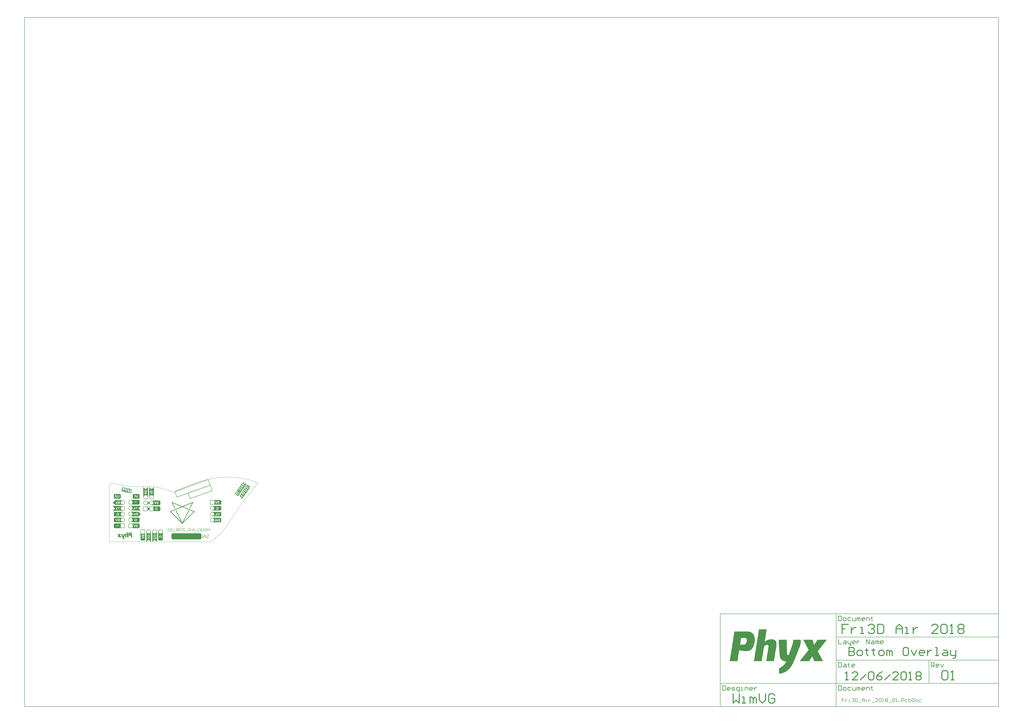
<source format=gbo>
G04*
G04 #@! TF.GenerationSoftware,Altium Limited,Altium Designer,18.1.6 (161)*
G04*
G04 Layer_Color=32896*
%FSLAX25Y25*%
%MOIN*%
G70*
G01*
G75*
%ADD10C,0.00787*%
%ADD11C,0.00984*%
%ADD12C,0.00591*%
%ADD13C,0.01575*%
%ADD15R,0.02756X0.01968*%
%ADD16R,0.02913X0.03150*%
%ADD18C,0.00394*%
%ADD74C,0.01080*%
G36*
X57722Y101442D02*
X58286Y101041D01*
X58846Y100643D01*
X59407Y100245D01*
X59971Y99844D01*
X60532Y99446D01*
X61090Y99049D01*
X61639Y98659D01*
X61241Y98099D01*
X61796Y97704D01*
X60208Y95470D01*
X59653Y95864D01*
X59253Y95300D01*
X59808Y94906D01*
X58221Y92671D01*
X57666Y93066D01*
X57657Y93054D01*
X58212Y92659D01*
X56625Y90425D01*
X56070Y90819D01*
X55670Y90255D01*
X56225Y89861D01*
X54637Y87626D01*
X54083Y88021D01*
X54074Y88009D01*
X54629Y87615D01*
X51054Y82581D01*
X50499Y82976D01*
X50491Y82964D01*
X51046Y82570D01*
X49459Y80335D01*
X48904Y80729D01*
X48503Y80165D01*
X49058Y79771D01*
X47471Y77536D01*
X46916Y77931D01*
X46367Y78321D01*
X45809Y78717D01*
X45248Y79115D01*
X44684Y79516D01*
X44124Y79914D01*
X43563Y80312D01*
X42999Y80713D01*
X43391Y81265D01*
X42842Y81655D01*
X43238Y82213D01*
X42674Y82613D01*
X45461Y86536D01*
X46025Y86136D01*
X46033Y86148D01*
X46425Y86700D01*
X45861Y87100D01*
X49442Y92142D01*
X50006Y91742D01*
X50555Y91352D01*
X50557Y91355D01*
X50008Y91745D01*
X50405Y92303D01*
X49841Y92703D01*
X53026Y97187D01*
X53589Y96787D01*
X54138Y96397D01*
X54141Y96400D01*
X53592Y96790D01*
X53988Y97348D01*
X53424Y97748D01*
X56211Y101671D01*
X56774Y101271D01*
X57173Y101832D01*
X57722Y101442D01*
D02*
G37*
G36*
X64228Y96406D02*
X64792Y96005D01*
X65352Y95607D01*
X64954Y95046D01*
X65515Y94648D01*
X65913Y95208D01*
X66477Y94808D01*
X67038Y94410D01*
X67596Y94013D01*
X67198Y93452D01*
X67747Y93062D01*
X67348Y92501D01*
X67903Y92107D01*
X65119Y88187D01*
X64564Y88581D01*
X64172Y88029D01*
X63623Y88419D01*
X63614Y88407D01*
X64163Y88017D01*
X63765Y87457D01*
X64320Y87062D01*
X61536Y83142D01*
X60981Y83536D01*
X60589Y82984D01*
X60040Y83374D01*
X60031Y83362D01*
X60580Y82973D01*
X60182Y82412D01*
X60737Y82017D01*
X57952Y78097D01*
X57397Y78491D01*
X57005Y77939D01*
X56997Y77928D01*
X57552Y77533D01*
X54369Y73052D01*
X53814Y73446D01*
X53265Y73836D01*
X52707Y74233D01*
X53104Y74791D01*
X52543Y75189D01*
X52943Y75753D01*
X52379Y76153D01*
X51818Y76552D01*
X51257Y76950D01*
X50694Y77350D01*
X50145Y77740D01*
X50543Y78301D01*
X49979Y78702D01*
X51568Y80939D01*
X52132Y80539D01*
X52531Y81100D01*
X53080Y80710D01*
X53644Y80309D01*
X54204Y79911D01*
X53806Y79350D01*
X54367Y78952D01*
X54931Y78551D01*
X55338Y79124D01*
X54774Y79524D01*
X54213Y79923D01*
X53652Y80321D01*
X53088Y80722D01*
X53480Y81274D01*
X52931Y81664D01*
X53327Y82222D01*
X52763Y82622D01*
X55550Y86545D01*
X56114Y86145D01*
X56512Y86706D01*
X57061Y86316D01*
X57063Y86319D01*
X56514Y86708D01*
X56911Y87266D01*
X56347Y87667D01*
X59133Y91590D01*
X59697Y91190D01*
X60096Y91751D01*
X60645Y91361D01*
X60647Y91364D01*
X60098Y91754D01*
X60494Y92311D01*
X59930Y92712D01*
X62717Y96635D01*
X63280Y96235D01*
X63679Y96795D01*
X64228Y96406D01*
D02*
G37*
G36*
X-145345Y91996D02*
X-145496Y91286D01*
X-144790Y91136D01*
X-144639Y91846D01*
X-141825Y91248D01*
X-139012Y90650D01*
X-139163Y89940D01*
X-139159Y89939D01*
X-139008Y90649D01*
X-136180Y90048D01*
X-136330Y89338D01*
X-135624Y89188D01*
X-135473Y89898D01*
X-132660Y89300D01*
X-132811Y88590D01*
X-132958Y87899D01*
X-133108Y87189D01*
X-133259Y86483D01*
X-133409Y85776D01*
X-133560Y85066D01*
X-133710Y84360D01*
X-133859Y83658D01*
X-134006Y82966D01*
X-134712Y83117D01*
X-134861Y82418D01*
X-137674Y83016D01*
X-137526Y83715D01*
X-138236Y83865D01*
X-138384Y83167D01*
X-141198Y83765D01*
X-141049Y84464D01*
X-141064Y84467D01*
X-141213Y83768D01*
X-144026Y84366D01*
X-146840Y84964D01*
X-146692Y85663D01*
X-147401Y85814D01*
X-147550Y85115D01*
X-150364Y85713D01*
X-150215Y86412D01*
X-150068Y87103D01*
X-149919Y87805D01*
X-149769Y88512D01*
X-149618Y89222D01*
X-149468Y89928D01*
X-149318Y90634D01*
X-149167Y91344D01*
X-149020Y92035D01*
X-148325Y91887D01*
X-148174Y92598D01*
X-145345Y91996D01*
D02*
G37*
G36*
X-95489Y89096D02*
X-99426D01*
X-95489Y93033D01*
Y89096D01*
D02*
G37*
G36*
X-99426D02*
X-103363D01*
Y93033D01*
X-99426Y89096D01*
D02*
G37*
G36*
X-105489D02*
X-109426D01*
X-105489Y93033D01*
Y89096D01*
D02*
G37*
G36*
X-109426D02*
X-113363D01*
Y93033D01*
X-109426Y89096D01*
D02*
G37*
G36*
X-95489Y79647D02*
X-95882D01*
Y78073D01*
X-96512D01*
X-97693Y79254D01*
Y79647D01*
X-101158D01*
Y79254D01*
X-102339Y78073D01*
X-102969D01*
Y79647D01*
X-103363D01*
Y89096D01*
X-95489D01*
Y79647D01*
D02*
G37*
G36*
X-105489D02*
X-105882D01*
Y78073D01*
X-106512D01*
X-107693Y79254D01*
Y79647D01*
X-111158D01*
Y79254D01*
X-112339Y78073D01*
X-112969D01*
Y79647D01*
X-113363D01*
Y89096D01*
X-105489D01*
Y79647D01*
D02*
G37*
G36*
X-121693Y81181D02*
Y73307D01*
X-129567D01*
D01*
X-129958Y73307D01*
X-130682Y73607D01*
X-131236Y74160D01*
X-131535Y74884D01*
Y75276D01*
Y75276D01*
Y79213D01*
Y79604D01*
X-131236Y80328D01*
X-130682Y80881D01*
X-129958Y81181D01*
X-129567D01*
Y81181D01*
X-121693D01*
D02*
G37*
G36*
X-153583Y81181D02*
Y81181D01*
X-153191D01*
X-152468Y80881D01*
X-151914Y80328D01*
X-151614Y79604D01*
Y79213D01*
Y75276D01*
Y75276D01*
Y74884D01*
X-151914Y74160D01*
X-152468Y73607D01*
X-153191Y73307D01*
X-153583Y73307D01*
X-161457D01*
D01*
X-161848Y73307D01*
X-162572Y73607D01*
X-163126Y74160D01*
X-163425Y74884D01*
Y75276D01*
Y75276D01*
Y79213D01*
Y79604D01*
X-163126Y80328D01*
X-162572Y80881D01*
X-161848Y81181D01*
X-161457D01*
Y81181D01*
X-153583D01*
D02*
G37*
G36*
X-120578Y80881D02*
X-120024Y80328D01*
X-119725Y79604D01*
Y79213D01*
Y75276D01*
Y75276D01*
Y74884D01*
X-120024Y74160D01*
X-120578Y73607D01*
X-121301Y73307D01*
X-121693Y73307D01*
Y81181D01*
X-121301D01*
X-120578Y80881D01*
D02*
G37*
G36*
X-121693Y71181D02*
X-121301D01*
X-120578Y70881D01*
X-120024Y70328D01*
X-119725Y69604D01*
Y69213D01*
Y65276D01*
Y65276D01*
Y64884D01*
X-120024Y64161D01*
X-120578Y63607D01*
X-121301Y63307D01*
X-121693Y63307D01*
X-131142D01*
Y63701D01*
X-132717D01*
Y64331D01*
X-131535Y65512D01*
X-131142D01*
Y68976D01*
X-131535D01*
X-132717Y70157D01*
Y70787D01*
X-131142D01*
Y71181D01*
X-121693D01*
Y71181D01*
D02*
G37*
G36*
X16929Y70866D02*
X17321D01*
X18044Y70566D01*
X18598Y70013D01*
X18898Y69289D01*
Y68898D01*
Y64961D01*
Y64961D01*
Y64569D01*
X18598Y63846D01*
X18044Y63292D01*
X17321Y62992D01*
X16929D01*
Y62992D01*
X7480D01*
Y70866D01*
X16929D01*
Y70866D01*
D02*
G37*
G36*
X-152008Y70157D02*
X-150433D01*
Y69528D01*
X-151614Y68347D01*
X-152008D01*
Y64882D01*
X-151614D01*
X-150433Y63701D01*
Y63071D01*
X-152008D01*
Y62677D01*
X-161457D01*
D01*
X-165394Y66614D01*
X-161457Y70551D01*
X-152008D01*
Y70157D01*
D02*
G37*
G36*
X-86434Y70041D02*
Y70041D01*
X-86042D01*
X-85318Y69741D01*
X-84765Y69188D01*
X-84465Y68464D01*
Y68073D01*
Y64136D01*
Y64136D01*
Y63744D01*
X-84765Y63021D01*
X-85318Y62467D01*
X-86042Y62167D01*
X-86434Y62167D01*
X-95882D01*
Y62561D01*
X-97457Y62561D01*
Y63191D01*
X-96276Y64372D01*
X-95882D01*
Y67836D01*
X-96276D01*
X-97457Y69018D01*
Y69648D01*
X-95882D01*
Y70041D01*
X-86434D01*
D02*
G37*
G36*
X-121693Y57244D02*
X-117756Y53307D01*
X-131142D01*
Y53701D01*
X-132717D01*
Y54331D01*
X-131535Y55512D01*
X-131142D01*
Y58976D01*
X-131535D01*
X-132717Y60158D01*
Y60787D01*
X-131142D01*
Y61181D01*
X-121693D01*
D01*
X-117756D01*
X-121693Y57244D01*
D02*
G37*
G36*
X16929Y60866D02*
X17321D01*
X18044Y60566D01*
X18598Y60013D01*
X18898Y59289D01*
Y58898D01*
Y54961D01*
Y54961D01*
Y54569D01*
X18598Y53846D01*
X18044Y53292D01*
X17321Y52992D01*
X16929Y52992D01*
X7480D01*
Y53386D01*
X5906D01*
Y54016D01*
X7087Y55197D01*
X7480D01*
Y58662D01*
X7087D01*
X5906Y59843D01*
Y60473D01*
X7480D01*
Y60866D01*
X16929D01*
Y60866D01*
D02*
G37*
G36*
X-152008Y60315D02*
X-150433D01*
Y59685D01*
X-151614Y58504D01*
X-152008D01*
Y55039D01*
X-151614D01*
X-150433Y53858D01*
Y53228D01*
X-152008D01*
Y52835D01*
X-165394D01*
X-161457Y56772D01*
D01*
X-165394Y60709D01*
X-152008D01*
Y60315D01*
D02*
G37*
G36*
X-86434Y60041D02*
Y60041D01*
X-86042D01*
X-85318Y59741D01*
X-84765Y59188D01*
X-84465Y58464D01*
Y58073D01*
Y54136D01*
Y54136D01*
Y53744D01*
X-84765Y53021D01*
X-85318Y52467D01*
X-86042Y52167D01*
X-86434D01*
Y52167D01*
X-95882D01*
Y60041D01*
X-86434D01*
D02*
G37*
G36*
X-121693Y43307D02*
X-131142D01*
Y43701D01*
X-132717D01*
Y44331D01*
X-131535Y45512D01*
X-131142D01*
Y48976D01*
X-131535D01*
X-132717Y50157D01*
Y50787D01*
X-131142D01*
Y51181D01*
X-121693D01*
Y43307D01*
D02*
G37*
G36*
X-117756Y47244D02*
X-121693Y43307D01*
Y51181D01*
X-117756Y47244D01*
D02*
G37*
G36*
X-152008Y50472D02*
X-150433D01*
Y49843D01*
X-151614Y48662D01*
X-152008D01*
Y45197D01*
X-151614D01*
X-150433Y44016D01*
Y43386D01*
X-152008D01*
Y42992D01*
X-161457D01*
X-161848Y42992D01*
X-162572Y43292D01*
X-163126Y43846D01*
X-163425Y44569D01*
Y44961D01*
Y44961D01*
Y48898D01*
Y49289D01*
X-163126Y50013D01*
X-162572Y50567D01*
X-161848Y50866D01*
X-161457D01*
Y50866D01*
X-152008D01*
Y50472D01*
D02*
G37*
G36*
X16929Y50866D02*
Y50866D01*
X17321D01*
X18044Y50566D01*
X18598Y50013D01*
X18898Y49289D01*
Y48898D01*
Y44961D01*
Y44961D01*
Y44569D01*
X18598Y43845D01*
X18044Y43292D01*
X17321Y42992D01*
X16929Y42992D01*
X7480D01*
Y43386D01*
X5906D01*
Y44016D01*
X7087Y45197D01*
X7480D01*
Y48662D01*
X7087D01*
X5906Y49843D01*
Y50472D01*
X7480D01*
Y50866D01*
X16929D01*
D02*
G37*
G36*
X-121693Y41181D02*
X-121301D01*
X-120578Y40881D01*
X-120024Y40328D01*
X-119725Y39604D01*
Y39213D01*
Y35276D01*
Y35276D01*
Y34884D01*
X-120024Y34161D01*
X-120578Y33607D01*
X-121301Y33307D01*
X-121693Y33307D01*
X-131142D01*
Y33701D01*
X-132717D01*
Y34331D01*
X-131535Y35512D01*
X-131142D01*
Y38976D01*
X-131535D01*
X-132717Y40157D01*
Y40787D01*
X-131142D01*
Y41181D01*
X-121693D01*
Y41181D01*
D02*
G37*
G36*
X-152008Y40630D02*
X-150433D01*
Y40000D01*
X-151614Y38819D01*
X-152008D01*
Y35354D01*
X-151614D01*
X-150433Y34173D01*
Y33543D01*
X-152008D01*
Y33150D01*
X-161457D01*
X-161848Y33150D01*
X-162572Y33449D01*
X-163126Y34003D01*
X-163425Y34727D01*
Y35118D01*
Y35118D01*
Y39055D01*
Y39447D01*
X-163126Y40170D01*
X-162572Y40724D01*
X-161848Y41024D01*
X-161457D01*
Y41024D01*
X-152008D01*
Y40630D01*
D02*
G37*
G36*
X16929Y40866D02*
X17321D01*
X18044Y40566D01*
X18598Y40013D01*
X18898Y39289D01*
Y38898D01*
Y34961D01*
Y34961D01*
Y34569D01*
X18598Y33845D01*
X18044Y33292D01*
X17321Y32992D01*
X16929Y32992D01*
X7480D01*
Y33386D01*
X5906D01*
Y34016D01*
X7087Y35197D01*
X7480D01*
Y38662D01*
X7087D01*
X5906Y39843D01*
Y40472D01*
X7480D01*
Y40866D01*
X16929D01*
Y40866D01*
D02*
G37*
G36*
X-121693Y31181D02*
X-121301D01*
X-120578Y30881D01*
X-120024Y30328D01*
X-119725Y29604D01*
Y29213D01*
Y25276D01*
Y25276D01*
Y24884D01*
X-120024Y24160D01*
X-120578Y23607D01*
X-121301Y23307D01*
X-121693D01*
Y23307D01*
X-131142D01*
Y31181D01*
X-121693D01*
Y31181D01*
D02*
G37*
G36*
X-152008Y23307D02*
X-161457D01*
Y23307D01*
X-161848D01*
X-162572Y23607D01*
X-163126Y24160D01*
X-163425Y24884D01*
Y25276D01*
Y25276D01*
Y29213D01*
Y29604D01*
X-163126Y30328D01*
X-162572Y30881D01*
X-161848Y31181D01*
X-161457D01*
Y31181D01*
X-152008D01*
Y23307D01*
D02*
G37*
G36*
X-43790Y22934D02*
X-43691Y22924D01*
X-43592Y22915D01*
X-43497Y22901D01*
X-43412Y22882D01*
X-43332Y22863D01*
X-43256Y22849D01*
X-43185Y22830D01*
X-43123Y22811D01*
X-43071Y22797D01*
X-43029Y22778D01*
X-42991Y22768D01*
X-42967Y22759D01*
X-42948Y22749D01*
X-42944D01*
X-42778Y22674D01*
X-42627Y22584D01*
X-42556Y22541D01*
X-42494Y22494D01*
X-42438Y22451D01*
X-42381Y22409D01*
X-42333Y22366D01*
X-42296Y22328D01*
X-42258Y22295D01*
X-42229Y22262D01*
X-42206Y22238D01*
X-42187Y22219D01*
X-42177Y22210D01*
X-42173Y22205D01*
X-42551Y21879D01*
X-42650Y21983D01*
X-42755Y22068D01*
X-42868Y22149D01*
X-42981Y22215D01*
X-43100Y22267D01*
X-43218Y22314D01*
X-43336Y22352D01*
X-43445Y22385D01*
X-43554Y22409D01*
X-43648Y22428D01*
X-43738Y22437D01*
X-43814Y22446D01*
X-43880Y22451D01*
X-43927Y22456D01*
X-43965D01*
X-44069Y22451D01*
X-44169Y22446D01*
X-44263Y22432D01*
X-44348Y22418D01*
X-44429Y22399D01*
X-44505Y22376D01*
X-44571Y22352D01*
X-44632Y22328D01*
X-44684Y22305D01*
X-44732Y22281D01*
X-44769Y22262D01*
X-44803Y22238D01*
X-44826Y22224D01*
X-44845Y22210D01*
X-44855Y22205D01*
X-44859Y22201D01*
X-44916Y22149D01*
X-44963Y22096D01*
X-45006Y22040D01*
X-45044Y21983D01*
X-45072Y21922D01*
X-45101Y21865D01*
X-45138Y21746D01*
X-45148Y21695D01*
X-45157Y21647D01*
X-45167Y21600D01*
X-45171Y21562D01*
X-45176Y21529D01*
Y21505D01*
Y21491D01*
Y21486D01*
X-45171Y21378D01*
X-45153Y21269D01*
X-45129Y21169D01*
X-45105Y21080D01*
X-45077Y21004D01*
X-45063Y20971D01*
X-45053Y20947D01*
X-45044Y20923D01*
X-45034Y20909D01*
X-45030Y20900D01*
Y20895D01*
X-45001Y20838D01*
X-44963Y20782D01*
X-44883Y20663D01*
X-44793Y20550D01*
X-44703Y20441D01*
X-44661Y20389D01*
X-44618Y20346D01*
X-44580Y20304D01*
X-44547Y20271D01*
X-44519Y20242D01*
X-44500Y20223D01*
X-44486Y20209D01*
X-44481Y20204D01*
X-42329Y18090D01*
Y17717D01*
X-45961D01*
Y18190D01*
X-43114D01*
X-44873Y19921D01*
X-44963Y20011D01*
X-45044Y20096D01*
X-45120Y20181D01*
X-45190Y20256D01*
X-45247Y20332D01*
X-45304Y20403D01*
X-45351Y20469D01*
X-45394Y20526D01*
X-45432Y20583D01*
X-45465Y20630D01*
X-45488Y20673D01*
X-45512Y20706D01*
X-45526Y20734D01*
X-45536Y20753D01*
X-45545Y20767D01*
Y20772D01*
X-45607Y20914D01*
X-45649Y21051D01*
X-45682Y21179D01*
X-45701Y21297D01*
X-45711Y21349D01*
X-45715Y21396D01*
X-45720Y21439D01*
Y21477D01*
X-45725Y21505D01*
Y21524D01*
Y21538D01*
Y21543D01*
X-45720Y21661D01*
X-45706Y21775D01*
X-45682Y21879D01*
X-45654Y21978D01*
X-45616Y22073D01*
X-45578Y22153D01*
X-45536Y22234D01*
X-45493Y22300D01*
X-45451Y22361D01*
X-45408Y22418D01*
X-45370Y22461D01*
X-45332Y22503D01*
X-45304Y22532D01*
X-45280Y22551D01*
X-45266Y22565D01*
X-45261Y22569D01*
X-45171Y22636D01*
X-45077Y22693D01*
X-44978Y22745D01*
X-44873Y22787D01*
X-44769Y22820D01*
X-44665Y22853D01*
X-44561Y22877D01*
X-44462Y22896D01*
X-44367Y22910D01*
X-44282Y22924D01*
X-44207Y22934D01*
X-44140Y22939D01*
X-44084Y22943D01*
X-44008D01*
X-43790Y22934D01*
D02*
G37*
G36*
X5Y17717D02*
X-544D01*
Y19916D01*
X-3226D01*
Y20389D01*
X-544D01*
Y22423D01*
X-3552D01*
Y22901D01*
X5D01*
Y17717D01*
D02*
G37*
G36*
X-4683D02*
X-5231D01*
Y19358D01*
X-6702D01*
X-6778Y19363D01*
X-6849Y19367D01*
X-6910Y19372D01*
X-6963D01*
X-7005Y19377D01*
X-7029Y19381D01*
X-7038D01*
X-8225Y17717D01*
X-8822D01*
X-7559Y19490D01*
X-7663Y19528D01*
X-7757Y19571D01*
X-7852Y19613D01*
X-7937Y19661D01*
X-8013Y19713D01*
X-8084Y19760D01*
X-8150Y19812D01*
X-8211Y19859D01*
X-8263Y19906D01*
X-8306Y19949D01*
X-8344Y19987D01*
X-8377Y20025D01*
X-8400Y20053D01*
X-8419Y20072D01*
X-8429Y20086D01*
X-8434Y20091D01*
X-8486Y20171D01*
X-8533Y20256D01*
X-8575Y20342D01*
X-8613Y20432D01*
X-8642Y20517D01*
X-8665Y20602D01*
X-8684Y20687D01*
X-8703Y20763D01*
X-8717Y20838D01*
X-8727Y20909D01*
X-8732Y20966D01*
X-8736Y21018D01*
X-8741Y21065D01*
Y21094D01*
Y21117D01*
Y21122D01*
X-8736Y21273D01*
X-8717Y21415D01*
X-8689Y21548D01*
X-8651Y21676D01*
X-8609Y21789D01*
X-8561Y21898D01*
X-8514Y21997D01*
X-8462Y22082D01*
X-8405Y22163D01*
X-8358Y22229D01*
X-8311Y22286D01*
X-8268Y22338D01*
X-8230Y22376D01*
X-8202Y22399D01*
X-8183Y22418D01*
X-8178Y22423D01*
X-8069Y22508D01*
X-7951Y22579D01*
X-7823Y22645D01*
X-7696Y22697D01*
X-7568Y22745D01*
X-7440Y22782D01*
X-7313Y22816D01*
X-7190Y22839D01*
X-7071Y22863D01*
X-6967Y22877D01*
X-6868Y22886D01*
X-6788Y22891D01*
X-6717Y22896D01*
X-6688Y22901D01*
X-4683D01*
Y17717D01*
D02*
G37*
G36*
X-10037D02*
X-10586D01*
Y22901D01*
X-10037D01*
Y17717D01*
D02*
G37*
G36*
X-16451D02*
X-18561D01*
X-18712Y17721D01*
X-18858Y17731D01*
X-19000Y17745D01*
X-19133Y17769D01*
X-19261Y17792D01*
X-19384Y17821D01*
X-19492Y17849D01*
X-19596Y17882D01*
X-19686Y17910D01*
X-19771Y17939D01*
X-19842Y17967D01*
X-19904Y17991D01*
X-19951Y18014D01*
X-19984Y18029D01*
X-20003Y18038D01*
X-20013Y18043D01*
X-20126Y18109D01*
X-20235Y18175D01*
X-20339Y18251D01*
X-20429Y18327D01*
X-20519Y18402D01*
X-20599Y18478D01*
X-20670Y18554D01*
X-20736Y18625D01*
X-20798Y18696D01*
X-20850Y18757D01*
X-20892Y18814D01*
X-20925Y18866D01*
X-20954Y18904D01*
X-20978Y18937D01*
X-20987Y18956D01*
X-20992Y18960D01*
X-21053Y19074D01*
X-21105Y19188D01*
X-21153Y19306D01*
X-21195Y19419D01*
X-21228Y19538D01*
X-21257Y19646D01*
X-21280Y19755D01*
X-21299Y19854D01*
X-21313Y19949D01*
X-21323Y20039D01*
X-21332Y20115D01*
X-21337Y20181D01*
X-21342Y20233D01*
Y20276D01*
Y20299D01*
Y20309D01*
X-21337Y20446D01*
X-21328Y20583D01*
X-21309Y20711D01*
X-21285Y20834D01*
X-21261Y20952D01*
X-21233Y21061D01*
X-21200Y21165D01*
X-21167Y21259D01*
X-21134Y21344D01*
X-21101Y21420D01*
X-21072Y21486D01*
X-21048Y21543D01*
X-21025Y21590D01*
X-21006Y21619D01*
X-20997Y21642D01*
X-20992Y21647D01*
X-20925Y21756D01*
X-20850Y21855D01*
X-20769Y21950D01*
X-20689Y22040D01*
X-20609Y22125D01*
X-20528Y22201D01*
X-20448Y22267D01*
X-20372Y22328D01*
X-20296Y22385D01*
X-20230Y22432D01*
X-20169Y22475D01*
X-20117Y22508D01*
X-20074Y22536D01*
X-20041Y22555D01*
X-20022Y22565D01*
X-20013Y22569D01*
X-19894Y22626D01*
X-19771Y22678D01*
X-19644Y22721D01*
X-19521Y22763D01*
X-19398Y22792D01*
X-19275Y22820D01*
X-19161Y22844D01*
X-19052Y22858D01*
X-18948Y22872D01*
X-18854Y22882D01*
X-18769Y22891D01*
X-18698Y22896D01*
X-18641Y22901D01*
X-16451D01*
Y17717D01*
D02*
G37*
G36*
X-25447D02*
X-26015D01*
X-26639Y19098D01*
X-29529D01*
X-30149Y17717D01*
X-30726D01*
X-28356Y22901D01*
X-27817D01*
X-25447Y17717D01*
D02*
G37*
G36*
X-31587D02*
X-32136D01*
Y22901D01*
X-31587D01*
Y17717D01*
D02*
G37*
G36*
X-33824D02*
X-34373D01*
Y19358D01*
X-35844D01*
X-35920Y19363D01*
X-35991Y19367D01*
X-36052Y19372D01*
X-36104D01*
X-36147Y19377D01*
X-36170Y19381D01*
X-36180D01*
X-37367Y17717D01*
X-37963D01*
X-36700Y19490D01*
X-36804Y19528D01*
X-36899Y19571D01*
X-36993Y19613D01*
X-37078Y19661D01*
X-37154Y19713D01*
X-37225Y19760D01*
X-37291Y19812D01*
X-37353Y19859D01*
X-37405Y19906D01*
X-37447Y19949D01*
X-37485Y19987D01*
X-37518Y20025D01*
X-37542Y20053D01*
X-37561Y20072D01*
X-37570Y20086D01*
X-37575Y20091D01*
X-37627Y20171D01*
X-37674Y20256D01*
X-37717Y20342D01*
X-37755Y20432D01*
X-37783Y20517D01*
X-37807Y20602D01*
X-37826Y20687D01*
X-37845Y20763D01*
X-37859Y20838D01*
X-37868Y20909D01*
X-37873Y20966D01*
X-37878Y21018D01*
X-37883Y21065D01*
Y21094D01*
Y21117D01*
Y21122D01*
X-37878Y21273D01*
X-37859Y21415D01*
X-37830Y21548D01*
X-37793Y21676D01*
X-37750Y21789D01*
X-37703Y21898D01*
X-37655Y21997D01*
X-37604Y22082D01*
X-37547Y22163D01*
X-37499Y22229D01*
X-37452Y22286D01*
X-37410Y22338D01*
X-37372Y22376D01*
X-37343Y22399D01*
X-37324Y22418D01*
X-37320Y22423D01*
X-37211Y22508D01*
X-37093Y22579D01*
X-36965Y22645D01*
X-36837Y22697D01*
X-36709Y22745D01*
X-36582Y22782D01*
X-36454Y22816D01*
X-36331Y22839D01*
X-36213Y22863D01*
X-36109Y22877D01*
X-36009Y22886D01*
X-35929Y22891D01*
X-35858Y22896D01*
X-35830Y22901D01*
X-33824D01*
Y17717D01*
D02*
G37*
G36*
X-51216Y22423D02*
X-52437D01*
Y17717D01*
X-52971D01*
Y22901D01*
X-51216D01*
Y22423D01*
D02*
G37*
G36*
X-11711D02*
X-14365D01*
X-12927Y20626D01*
Y20233D01*
X-13296D01*
X-13424Y20228D01*
X-13542Y20223D01*
X-13656Y20209D01*
X-13760Y20190D01*
X-13854Y20171D01*
X-13939Y20148D01*
X-14015Y20119D01*
X-14086Y20096D01*
X-14147Y20072D01*
X-14199Y20044D01*
X-14247Y20020D01*
X-14280Y20001D01*
X-14308Y19982D01*
X-14332Y19973D01*
X-14341Y19963D01*
X-14346Y19959D01*
X-14408Y19906D01*
X-14460Y19850D01*
X-14507Y19788D01*
X-14549Y19727D01*
X-14583Y19661D01*
X-14611Y19599D01*
X-14635Y19538D01*
X-14653Y19476D01*
X-14668Y19419D01*
X-14677Y19367D01*
X-14687Y19320D01*
X-14691Y19282D01*
X-14696Y19249D01*
Y19225D01*
Y19207D01*
Y19202D01*
X-14691Y19112D01*
X-14682Y19027D01*
X-14663Y18951D01*
X-14639Y18875D01*
X-14616Y18809D01*
X-14587Y18748D01*
X-14554Y18686D01*
X-14521Y18634D01*
X-14488Y18592D01*
X-14455Y18549D01*
X-14426Y18516D01*
X-14403Y18487D01*
X-14379Y18464D01*
X-14360Y18450D01*
X-14351Y18440D01*
X-14346Y18436D01*
X-14280Y18388D01*
X-14204Y18346D01*
X-14129Y18308D01*
X-14048Y18275D01*
X-13963Y18246D01*
X-13883Y18223D01*
X-13726Y18190D01*
X-13651Y18180D01*
X-13585Y18171D01*
X-13523Y18166D01*
X-13466Y18161D01*
X-13424Y18156D01*
X-13362D01*
X-13183Y18166D01*
X-13012Y18185D01*
X-12856Y18209D01*
X-12785Y18223D01*
X-12719Y18242D01*
X-12662Y18256D01*
X-12606Y18270D01*
X-12558Y18284D01*
X-12520Y18298D01*
X-12487Y18308D01*
X-12464Y18317D01*
X-12449Y18322D01*
X-12445D01*
X-12293Y18388D01*
X-12156Y18464D01*
X-12095Y18497D01*
X-12038Y18535D01*
X-11986Y18568D01*
X-11938Y18606D01*
X-11896Y18634D01*
X-11858Y18663D01*
X-11830Y18691D01*
X-11801Y18715D01*
X-11782Y18733D01*
X-11768Y18748D01*
X-11759Y18752D01*
X-11754Y18757D01*
X-11499Y18336D01*
X-11622Y18227D01*
X-11749Y18133D01*
X-11886Y18052D01*
X-12014Y17981D01*
X-12071Y17953D01*
X-12123Y17925D01*
X-12175Y17906D01*
X-12218Y17887D01*
X-12251Y17873D01*
X-12274Y17863D01*
X-12293Y17854D01*
X-12298D01*
X-12487Y17792D01*
X-12676Y17750D01*
X-12856Y17717D01*
X-12941Y17707D01*
X-13017Y17698D01*
X-13093Y17688D01*
X-13159Y17683D01*
X-13216Y17679D01*
X-13268D01*
X-13306Y17674D01*
X-13362D01*
X-13476Y17679D01*
X-13580Y17683D01*
X-13684Y17693D01*
X-13783Y17707D01*
X-13873Y17721D01*
X-13958Y17736D01*
X-14034Y17754D01*
X-14105Y17773D01*
X-14171Y17792D01*
X-14228Y17811D01*
X-14275Y17825D01*
X-14318Y17840D01*
X-14351Y17854D01*
X-14375Y17863D01*
X-14389Y17873D01*
X-14393D01*
X-14469Y17910D01*
X-14540Y17953D01*
X-14606Y17996D01*
X-14672Y18043D01*
X-14729Y18086D01*
X-14781Y18133D01*
X-14824Y18175D01*
X-14866Y18218D01*
X-14904Y18256D01*
X-14937Y18294D01*
X-14966Y18327D01*
X-14989Y18355D01*
X-15004Y18379D01*
X-15018Y18398D01*
X-15027Y18407D01*
Y18412D01*
X-15065Y18478D01*
X-15098Y18544D01*
X-15155Y18681D01*
X-15193Y18814D01*
X-15216Y18937D01*
X-15226Y18994D01*
X-15235Y19041D01*
X-15240Y19088D01*
Y19126D01*
X-15245Y19159D01*
Y19183D01*
Y19197D01*
Y19202D01*
X-15240Y19320D01*
X-15226Y19429D01*
X-15207Y19533D01*
X-15179Y19632D01*
X-15146Y19727D01*
X-15112Y19812D01*
X-15070Y19888D01*
X-15032Y19959D01*
X-14994Y20025D01*
X-14956Y20077D01*
X-14918Y20124D01*
X-14885Y20167D01*
X-14857Y20195D01*
X-14838Y20219D01*
X-14824Y20233D01*
X-14819Y20238D01*
X-14734Y20309D01*
X-14644Y20370D01*
X-14545Y20427D01*
X-14445Y20474D01*
X-14341Y20517D01*
X-14242Y20550D01*
X-14138Y20583D01*
X-14039Y20607D01*
X-13949Y20626D01*
X-13859Y20644D01*
X-13783Y20654D01*
X-13712Y20663D01*
X-13656Y20673D01*
X-13618D01*
X-13589Y20677D01*
X-13580D01*
X-15046Y22522D01*
Y22901D01*
X-11711D01*
Y22423D01*
D02*
G37*
G36*
X-48587Y22939D02*
X-48478Y22929D01*
X-48374Y22915D01*
X-48274Y22891D01*
X-48180Y22867D01*
X-48090Y22844D01*
X-48009Y22811D01*
X-47934Y22782D01*
X-47863Y22754D01*
X-47801Y22726D01*
X-47749Y22697D01*
X-47707Y22674D01*
X-47669Y22650D01*
X-47645Y22636D01*
X-47626Y22626D01*
X-47622Y22622D01*
X-47537Y22560D01*
X-47456Y22494D01*
X-47380Y22418D01*
X-47309Y22347D01*
X-47243Y22272D01*
X-47182Y22196D01*
X-47130Y22120D01*
X-47078Y22045D01*
X-47035Y21978D01*
X-46997Y21912D01*
X-46964Y21855D01*
X-46936Y21808D01*
X-46917Y21765D01*
X-46903Y21737D01*
X-46893Y21713D01*
X-46889Y21709D01*
X-46841Y21595D01*
X-46803Y21477D01*
X-46770Y21359D01*
X-46737Y21240D01*
X-46690Y21004D01*
X-46676Y20890D01*
X-46661Y20786D01*
X-46652Y20687D01*
X-46643Y20592D01*
X-46638Y20512D01*
X-46633Y20446D01*
X-46628Y20389D01*
Y20346D01*
Y20318D01*
Y20309D01*
X-46633Y20162D01*
X-46638Y20015D01*
X-46652Y19878D01*
X-46671Y19746D01*
X-46690Y19623D01*
X-46709Y19509D01*
X-46732Y19400D01*
X-46761Y19301D01*
X-46784Y19216D01*
X-46808Y19136D01*
X-46827Y19065D01*
X-46846Y19008D01*
X-46865Y18965D01*
X-46879Y18932D01*
X-46884Y18909D01*
X-46889Y18904D01*
X-46940Y18795D01*
X-46997Y18696D01*
X-47054Y18596D01*
X-47115Y18511D01*
X-47177Y18426D01*
X-47238Y18355D01*
X-47295Y18284D01*
X-47357Y18223D01*
X-47409Y18171D01*
X-47461Y18123D01*
X-47503Y18081D01*
X-47546Y18048D01*
X-47579Y18024D01*
X-47603Y18005D01*
X-47617Y17996D01*
X-47622Y17991D01*
X-47712Y17934D01*
X-47801Y17887D01*
X-47896Y17844D01*
X-47991Y17806D01*
X-48081Y17778D01*
X-48170Y17750D01*
X-48256Y17731D01*
X-48336Y17712D01*
X-48412Y17702D01*
X-48482Y17693D01*
X-48544Y17683D01*
X-48596Y17679D01*
X-48639Y17674D01*
X-48695D01*
X-48804Y17679D01*
X-48913Y17688D01*
X-49017Y17702D01*
X-49116Y17726D01*
X-49211Y17750D01*
X-49296Y17773D01*
X-49381Y17802D01*
X-49457Y17835D01*
X-49523Y17863D01*
X-49585Y17892D01*
X-49637Y17915D01*
X-49684Y17944D01*
X-49717Y17963D01*
X-49745Y17977D01*
X-49760Y17986D01*
X-49764Y17991D01*
X-49850Y18052D01*
X-49930Y18123D01*
X-50010Y18194D01*
X-50081Y18265D01*
X-50147Y18341D01*
X-50204Y18421D01*
X-50261Y18492D01*
X-50313Y18568D01*
X-50356Y18634D01*
X-50393Y18700D01*
X-50427Y18757D01*
X-50455Y18804D01*
X-50474Y18847D01*
X-50488Y18875D01*
X-50498Y18899D01*
X-50502Y18904D01*
X-50550Y19017D01*
X-50592Y19136D01*
X-50625Y19254D01*
X-50654Y19377D01*
X-50701Y19609D01*
X-50720Y19722D01*
X-50734Y19831D01*
X-50743Y19930D01*
X-50753Y20020D01*
X-50758Y20105D01*
X-50762Y20171D01*
X-50767Y20228D01*
Y20271D01*
Y20299D01*
Y20309D01*
X-50762Y20455D01*
X-50758Y20602D01*
X-50743Y20734D01*
X-50725Y20867D01*
X-50706Y20990D01*
X-50682Y21103D01*
X-50658Y21212D01*
X-50635Y21311D01*
X-50611Y21401D01*
X-50587Y21477D01*
X-50564Y21548D01*
X-50545Y21605D01*
X-50526Y21647D01*
X-50512Y21680D01*
X-50507Y21704D01*
X-50502Y21709D01*
X-50450Y21817D01*
X-50393Y21922D01*
X-50337Y22016D01*
X-50275Y22101D01*
X-50214Y22186D01*
X-50152Y22257D01*
X-50091Y22328D01*
X-50034Y22390D01*
X-49977Y22442D01*
X-49930Y22489D01*
X-49883Y22532D01*
X-49845Y22565D01*
X-49812Y22588D01*
X-49783Y22607D01*
X-49769Y22617D01*
X-49764Y22622D01*
X-49674Y22678D01*
X-49585Y22726D01*
X-49490Y22773D01*
X-49400Y22806D01*
X-49310Y22839D01*
X-49220Y22863D01*
X-49135Y22886D01*
X-49055Y22905D01*
X-48979Y22915D01*
X-48908Y22924D01*
X-48851Y22934D01*
X-48795Y22939D01*
X-48752Y22943D01*
X-48695D01*
X-48587Y22939D01*
D02*
G37*
G36*
X-56022D02*
X-55880Y22929D01*
X-55743Y22910D01*
X-55620Y22886D01*
X-55502Y22858D01*
X-55393Y22825D01*
X-55294Y22792D01*
X-55204Y22759D01*
X-55123Y22726D01*
X-55053Y22693D01*
X-54991Y22659D01*
X-54944Y22631D01*
X-54906Y22607D01*
X-54878Y22588D01*
X-54858Y22579D01*
X-54854Y22574D01*
X-54769Y22503D01*
X-54693Y22428D01*
X-54627Y22347D01*
X-54570Y22262D01*
X-54523Y22177D01*
X-54480Y22096D01*
X-54452Y22011D01*
X-54423Y21936D01*
X-54404Y21860D01*
X-54390Y21794D01*
X-54376Y21728D01*
X-54371Y21676D01*
X-54367Y21633D01*
X-54362Y21600D01*
Y21581D01*
Y21572D01*
X-54367Y21500D01*
X-54371Y21430D01*
X-54395Y21297D01*
X-54428Y21179D01*
X-54466Y21080D01*
X-54485Y21032D01*
X-54504Y20994D01*
X-54523Y20961D01*
X-54537Y20933D01*
X-54551Y20909D01*
X-54561Y20895D01*
X-54570Y20886D01*
Y20881D01*
X-54655Y20777D01*
X-54755Y20687D01*
X-54854Y20611D01*
X-54953Y20545D01*
X-55038Y20498D01*
X-55076Y20479D01*
X-55109Y20460D01*
X-55138Y20446D01*
X-55156Y20441D01*
X-55171Y20432D01*
X-55176D01*
X-55086Y20398D01*
X-55005Y20365D01*
X-54925Y20327D01*
X-54854Y20290D01*
X-54788Y20247D01*
X-54726Y20209D01*
X-54669Y20167D01*
X-54622Y20129D01*
X-54580Y20096D01*
X-54542Y20058D01*
X-54509Y20030D01*
X-54480Y20001D01*
X-54461Y19982D01*
X-54447Y19963D01*
X-54438Y19954D01*
X-54433Y19949D01*
X-54390Y19888D01*
X-54348Y19821D01*
X-54315Y19755D01*
X-54286Y19689D01*
X-54239Y19557D01*
X-54211Y19433D01*
X-54201Y19377D01*
X-54192Y19325D01*
X-54187Y19277D01*
X-54182Y19240D01*
X-54177Y19207D01*
Y19178D01*
Y19164D01*
Y19159D01*
X-54182Y19031D01*
X-54201Y18913D01*
X-54225Y18804D01*
X-54263Y18700D01*
X-54300Y18601D01*
X-54343Y18511D01*
X-54395Y18431D01*
X-54442Y18355D01*
X-54490Y18289D01*
X-54542Y18232D01*
X-54584Y18185D01*
X-54627Y18142D01*
X-54660Y18114D01*
X-54684Y18090D01*
X-54702Y18076D01*
X-54707Y18071D01*
X-54811Y18000D01*
X-54925Y17939D01*
X-55043Y17887D01*
X-55161Y17840D01*
X-55284Y17802D01*
X-55407Y17773D01*
X-55525Y17745D01*
X-55639Y17726D01*
X-55748Y17707D01*
X-55852Y17693D01*
X-55942Y17688D01*
X-56017Y17679D01*
X-56084D01*
X-56131Y17674D01*
X-56173D01*
X-56396Y17683D01*
X-56500Y17693D01*
X-56599Y17702D01*
X-56694Y17717D01*
X-56784Y17731D01*
X-56864Y17745D01*
X-56940Y17764D01*
X-57006Y17783D01*
X-57067Y17797D01*
X-57120Y17811D01*
X-57162Y17825D01*
X-57195Y17840D01*
X-57223Y17844D01*
X-57238Y17854D01*
X-57243D01*
X-57328Y17892D01*
X-57403Y17929D01*
X-57479Y17967D01*
X-57545Y18010D01*
X-57607Y18052D01*
X-57663Y18095D01*
X-57720Y18137D01*
X-57763Y18180D01*
X-57805Y18218D01*
X-57843Y18256D01*
X-57872Y18284D01*
X-57900Y18313D01*
X-57919Y18336D01*
X-57933Y18355D01*
X-57938Y18364D01*
X-57942Y18369D01*
X-57985Y18436D01*
X-58023Y18502D01*
X-58056Y18568D01*
X-58084Y18634D01*
X-58127Y18767D01*
X-58160Y18890D01*
X-58170Y18946D01*
X-58174Y18998D01*
X-58179Y19046D01*
X-58184Y19083D01*
X-58188Y19117D01*
Y19140D01*
Y19154D01*
Y19159D01*
X-58184Y19244D01*
X-58179Y19325D01*
X-58146Y19476D01*
X-58127Y19547D01*
X-58103Y19609D01*
X-58080Y19670D01*
X-58056Y19722D01*
X-58032Y19774D01*
X-58009Y19817D01*
X-57985Y19854D01*
X-57966Y19888D01*
X-57947Y19911D01*
X-57933Y19930D01*
X-57928Y19940D01*
X-57924Y19944D01*
X-57872Y20006D01*
X-57815Y20058D01*
X-57696Y20157D01*
X-57574Y20242D01*
X-57451Y20309D01*
X-57399Y20337D01*
X-57346Y20365D01*
X-57299Y20384D01*
X-57257Y20403D01*
X-57223Y20413D01*
X-57200Y20422D01*
X-57181Y20432D01*
X-57176D01*
X-57318Y20498D01*
X-57441Y20569D01*
X-57545Y20644D01*
X-57630Y20715D01*
X-57668Y20749D01*
X-57696Y20782D01*
X-57725Y20810D01*
X-57749Y20834D01*
X-57763Y20853D01*
X-57777Y20867D01*
X-57786Y20876D01*
Y20881D01*
X-57824Y20938D01*
X-57857Y20994D01*
X-57914Y21113D01*
X-57952Y21226D01*
X-57976Y21335D01*
X-57985Y21387D01*
X-57995Y21430D01*
X-57999Y21472D01*
Y21505D01*
X-58004Y21534D01*
Y21553D01*
Y21567D01*
Y21572D01*
X-57999Y21647D01*
X-57995Y21723D01*
X-57966Y21860D01*
X-57933Y21983D01*
X-57909Y22040D01*
X-57890Y22092D01*
X-57867Y22139D01*
X-57848Y22182D01*
X-57824Y22215D01*
X-57810Y22243D01*
X-57796Y22267D01*
X-57782Y22286D01*
X-57777Y22295D01*
X-57772Y22300D01*
X-57678Y22409D01*
X-57578Y22508D01*
X-57469Y22588D01*
X-57370Y22655D01*
X-57276Y22707D01*
X-57238Y22730D01*
X-57200Y22749D01*
X-57171Y22759D01*
X-57153Y22768D01*
X-57138Y22778D01*
X-57134D01*
X-56973Y22834D01*
X-56812Y22872D01*
X-56651Y22901D01*
X-56571Y22915D01*
X-56500Y22924D01*
X-56429Y22929D01*
X-56367Y22934D01*
X-56315Y22939D01*
X-56268D01*
X-56226Y22943D01*
X-56173D01*
X-56022Y22939D01*
D02*
G37*
G36*
X-64593D02*
X-64484Y22929D01*
X-64380Y22915D01*
X-64281Y22891D01*
X-64186Y22867D01*
X-64096Y22844D01*
X-64016Y22811D01*
X-63940Y22782D01*
X-63869Y22754D01*
X-63808Y22726D01*
X-63756Y22697D01*
X-63713Y22674D01*
X-63675Y22650D01*
X-63652Y22636D01*
X-63633Y22626D01*
X-63628Y22622D01*
X-63543Y22560D01*
X-63462Y22494D01*
X-63387Y22418D01*
X-63316Y22347D01*
X-63250Y22272D01*
X-63188Y22196D01*
X-63136Y22120D01*
X-63084Y22045D01*
X-63041Y21978D01*
X-63004Y21912D01*
X-62971Y21855D01*
X-62942Y21808D01*
X-62923Y21765D01*
X-62909Y21737D01*
X-62900Y21713D01*
X-62895Y21709D01*
X-62848Y21595D01*
X-62810Y21477D01*
X-62777Y21359D01*
X-62743Y21240D01*
X-62696Y21004D01*
X-62682Y20890D01*
X-62668Y20786D01*
X-62658Y20687D01*
X-62649Y20592D01*
X-62644Y20512D01*
X-62639Y20446D01*
X-62635Y20389D01*
Y20346D01*
Y20318D01*
Y20309D01*
X-62639Y20162D01*
X-62644Y20015D01*
X-62658Y19878D01*
X-62677Y19746D01*
X-62696Y19623D01*
X-62715Y19509D01*
X-62739Y19400D01*
X-62767Y19301D01*
X-62791Y19216D01*
X-62814Y19136D01*
X-62833Y19065D01*
X-62852Y19008D01*
X-62871Y18965D01*
X-62885Y18932D01*
X-62890Y18909D01*
X-62895Y18904D01*
X-62947Y18795D01*
X-63004Y18696D01*
X-63060Y18596D01*
X-63122Y18511D01*
X-63183Y18426D01*
X-63245Y18355D01*
X-63302Y18284D01*
X-63363Y18223D01*
X-63415Y18171D01*
X-63467Y18123D01*
X-63510Y18081D01*
X-63552Y18048D01*
X-63585Y18024D01*
X-63609Y18005D01*
X-63623Y17996D01*
X-63628Y17991D01*
X-63718Y17934D01*
X-63808Y17887D01*
X-63902Y17844D01*
X-63997Y17806D01*
X-64087Y17778D01*
X-64177Y17750D01*
X-64262Y17731D01*
X-64342Y17712D01*
X-64418Y17702D01*
X-64489Y17693D01*
X-64550Y17683D01*
X-64602Y17679D01*
X-64645Y17674D01*
X-64702D01*
X-64811Y17679D01*
X-64919Y17688D01*
X-65023Y17702D01*
X-65123Y17726D01*
X-65217Y17750D01*
X-65302Y17773D01*
X-65387Y17802D01*
X-65463Y17835D01*
X-65529Y17863D01*
X-65591Y17892D01*
X-65643Y17915D01*
X-65690Y17944D01*
X-65723Y17963D01*
X-65752Y17977D01*
X-65766Y17986D01*
X-65771Y17991D01*
X-65856Y18052D01*
X-65936Y18123D01*
X-66017Y18194D01*
X-66088Y18265D01*
X-66154Y18341D01*
X-66211Y18421D01*
X-66267Y18492D01*
X-66319Y18568D01*
X-66362Y18634D01*
X-66400Y18700D01*
X-66433Y18757D01*
X-66461Y18804D01*
X-66480Y18847D01*
X-66494Y18875D01*
X-66504Y18899D01*
X-66509Y18904D01*
X-66556Y19017D01*
X-66598Y19136D01*
X-66632Y19254D01*
X-66660Y19377D01*
X-66707Y19609D01*
X-66726Y19722D01*
X-66740Y19831D01*
X-66750Y19930D01*
X-66759Y20020D01*
X-66764Y20105D01*
X-66769Y20171D01*
X-66773Y20228D01*
Y20271D01*
Y20299D01*
Y20309D01*
X-66769Y20455D01*
X-66764Y20602D01*
X-66750Y20734D01*
X-66731Y20867D01*
X-66712Y20990D01*
X-66688Y21103D01*
X-66665Y21212D01*
X-66641Y21311D01*
X-66617Y21401D01*
X-66594Y21477D01*
X-66570Y21548D01*
X-66551Y21605D01*
X-66532Y21647D01*
X-66518Y21680D01*
X-66513Y21704D01*
X-66509Y21709D01*
X-66457Y21817D01*
X-66400Y21922D01*
X-66343Y22016D01*
X-66281Y22101D01*
X-66220Y22186D01*
X-66158Y22257D01*
X-66097Y22328D01*
X-66040Y22390D01*
X-65983Y22442D01*
X-65936Y22489D01*
X-65889Y22532D01*
X-65851Y22565D01*
X-65818Y22588D01*
X-65790Y22607D01*
X-65775Y22617D01*
X-65771Y22622D01*
X-65681Y22678D01*
X-65591Y22726D01*
X-65496Y22773D01*
X-65406Y22806D01*
X-65317Y22839D01*
X-65227Y22863D01*
X-65142Y22886D01*
X-65061Y22905D01*
X-64986Y22915D01*
X-64915Y22924D01*
X-64858Y22934D01*
X-64801Y22939D01*
X-64758Y22943D01*
X-64702D01*
X-64593Y22939D01*
D02*
G37*
G36*
X-69498D02*
X-69389Y22929D01*
X-69285Y22915D01*
X-69186Y22891D01*
X-69091Y22867D01*
X-69001Y22844D01*
X-68921Y22811D01*
X-68845Y22782D01*
X-68774Y22754D01*
X-68713Y22726D01*
X-68661Y22697D01*
X-68618Y22674D01*
X-68580Y22650D01*
X-68557Y22636D01*
X-68538Y22626D01*
X-68533Y22622D01*
X-68448Y22560D01*
X-68367Y22494D01*
X-68292Y22418D01*
X-68221Y22347D01*
X-68155Y22272D01*
X-68093Y22196D01*
X-68041Y22120D01*
X-67989Y22045D01*
X-67946Y21978D01*
X-67909Y21912D01*
X-67875Y21855D01*
X-67847Y21808D01*
X-67828Y21765D01*
X-67814Y21737D01*
X-67804Y21713D01*
X-67800Y21709D01*
X-67752Y21595D01*
X-67715Y21477D01*
X-67682Y21359D01*
X-67649Y21240D01*
X-67601Y21004D01*
X-67587Y20890D01*
X-67573Y20786D01*
X-67563Y20687D01*
X-67554Y20592D01*
X-67549Y20512D01*
X-67544Y20446D01*
X-67540Y20389D01*
Y20346D01*
Y20318D01*
Y20309D01*
X-67544Y20162D01*
X-67549Y20015D01*
X-67563Y19878D01*
X-67582Y19746D01*
X-67601Y19623D01*
X-67620Y19509D01*
X-67644Y19400D01*
X-67672Y19301D01*
X-67696Y19216D01*
X-67719Y19136D01*
X-67738Y19065D01*
X-67757Y19008D01*
X-67776Y18965D01*
X-67790Y18932D01*
X-67795Y18909D01*
X-67800Y18904D01*
X-67852Y18795D01*
X-67909Y18696D01*
X-67965Y18596D01*
X-68027Y18511D01*
X-68088Y18426D01*
X-68150Y18355D01*
X-68207Y18284D01*
X-68268Y18223D01*
X-68320Y18171D01*
X-68372Y18123D01*
X-68415Y18081D01*
X-68457Y18048D01*
X-68490Y18024D01*
X-68514Y18005D01*
X-68528Y17996D01*
X-68533Y17991D01*
X-68623Y17934D01*
X-68713Y17887D01*
X-68807Y17844D01*
X-68902Y17806D01*
X-68992Y17778D01*
X-69082Y17750D01*
X-69167Y17731D01*
X-69247Y17712D01*
X-69323Y17702D01*
X-69394Y17693D01*
X-69455Y17683D01*
X-69507Y17679D01*
X-69550Y17674D01*
X-69607D01*
X-69715Y17679D01*
X-69824Y17688D01*
X-69928Y17702D01*
X-70028Y17726D01*
X-70122Y17750D01*
X-70207Y17773D01*
X-70293Y17802D01*
X-70368Y17835D01*
X-70434Y17863D01*
X-70496Y17892D01*
X-70548Y17915D01*
X-70595Y17944D01*
X-70628Y17963D01*
X-70657Y17977D01*
X-70671Y17986D01*
X-70676Y17991D01*
X-70761Y18052D01*
X-70841Y18123D01*
X-70922Y18194D01*
X-70993Y18265D01*
X-71059Y18341D01*
X-71115Y18421D01*
X-71172Y18492D01*
X-71224Y18568D01*
X-71267Y18634D01*
X-71305Y18700D01*
X-71338Y18757D01*
X-71366Y18804D01*
X-71385Y18847D01*
X-71399Y18875D01*
X-71409Y18899D01*
X-71413Y18904D01*
X-71461Y19017D01*
X-71503Y19136D01*
X-71536Y19254D01*
X-71565Y19377D01*
X-71612Y19609D01*
X-71631Y19722D01*
X-71645Y19831D01*
X-71655Y19930D01*
X-71664Y20020D01*
X-71669Y20105D01*
X-71674Y20171D01*
X-71678Y20228D01*
Y20271D01*
Y20299D01*
Y20309D01*
X-71674Y20455D01*
X-71669Y20602D01*
X-71655Y20734D01*
X-71636Y20867D01*
X-71617Y20990D01*
X-71593Y21103D01*
X-71570Y21212D01*
X-71546Y21311D01*
X-71522Y21401D01*
X-71499Y21477D01*
X-71475Y21548D01*
X-71456Y21605D01*
X-71437Y21647D01*
X-71423Y21680D01*
X-71418Y21704D01*
X-71413Y21709D01*
X-71362Y21817D01*
X-71305Y21922D01*
X-71248Y22016D01*
X-71187Y22101D01*
X-71125Y22186D01*
X-71064Y22257D01*
X-71002Y22328D01*
X-70945Y22390D01*
X-70889Y22442D01*
X-70841Y22489D01*
X-70794Y22532D01*
X-70756Y22565D01*
X-70723Y22588D01*
X-70695Y22607D01*
X-70680Y22617D01*
X-70676Y22622D01*
X-70586Y22678D01*
X-70496Y22726D01*
X-70401Y22773D01*
X-70311Y22806D01*
X-70222Y22839D01*
X-70132Y22863D01*
X-70047Y22886D01*
X-69966Y22905D01*
X-69890Y22915D01*
X-69819Y22924D01*
X-69763Y22934D01*
X-69706Y22939D01*
X-69663Y22943D01*
X-69607D01*
X-69498Y22939D01*
D02*
G37*
G36*
X-21730Y17362D02*
X-25433D01*
Y17717D01*
X-21730D01*
Y17362D01*
D02*
G37*
G36*
X-38337D02*
X-42040D01*
Y17717D01*
X-38337D01*
Y17362D01*
D02*
G37*
G36*
X-58548D02*
X-62252D01*
Y17717D01*
X-58548D01*
Y17362D01*
D02*
G37*
G36*
X-80630Y13593D02*
X-80236D01*
Y4144D01*
X-80236D01*
X-80236Y3753D01*
X-80536Y3029D01*
X-81090Y2475D01*
X-81813Y2176D01*
X-86533D01*
X-87257Y2475D01*
X-87811Y3029D01*
X-88110Y3753D01*
Y4144D01*
X-88110D01*
Y13593D01*
X-87717D01*
Y15168D01*
X-87087D01*
X-85906Y13987D01*
Y13593D01*
X-82441D01*
Y13987D01*
X-81260Y15168D01*
X-80630D01*
Y13593D01*
D02*
G37*
G36*
X-100630Y13583D02*
X-102441Y13583D01*
Y13976D01*
X-101260Y15157D01*
X-100630D01*
Y13583D01*
D02*
G37*
G36*
X-105906Y13976D02*
Y13583D01*
X-107717Y13583D01*
Y15157D01*
X-107087D01*
X-105906Y13976D01*
D02*
G37*
G36*
X-90630Y13583D02*
X-92441Y13583D01*
Y13976D01*
X-91260Y15157D01*
X-90630D01*
Y13583D01*
D02*
G37*
G36*
X-95906Y13976D02*
Y13583D01*
X-97717Y13583D01*
Y15157D01*
X-97087D01*
X-95906Y13976D01*
D02*
G37*
G36*
X-139819Y15947D02*
Y15902D01*
Y15858D01*
X-139774D01*
Y15814D01*
Y15769D01*
Y15725D01*
Y15680D01*
Y15636D01*
Y15592D01*
Y15547D01*
X-139730D01*
Y15503D01*
Y15458D01*
Y15414D01*
Y15369D01*
Y15325D01*
Y15280D01*
X-139685D01*
Y15236D01*
Y15192D01*
Y15147D01*
Y15103D01*
Y15058D01*
Y15014D01*
X-139641D01*
Y14969D01*
Y14925D01*
Y14881D01*
Y14836D01*
Y14792D01*
Y14747D01*
Y14703D01*
X-139596D01*
Y14659D01*
Y14614D01*
Y14570D01*
Y14525D01*
Y14481D01*
Y14436D01*
X-139552D01*
Y14392D01*
Y14347D01*
Y14303D01*
Y14259D01*
Y14214D01*
Y14170D01*
X-139508D01*
Y14125D01*
Y14081D01*
Y14036D01*
Y13992D01*
Y13948D01*
Y13903D01*
X-139463D01*
Y13859D01*
Y13814D01*
Y13770D01*
Y13725D01*
Y13681D01*
Y13637D01*
Y13592D01*
X-139419D01*
Y13548D01*
Y13503D01*
Y13459D01*
Y13414D01*
Y13370D01*
Y13326D01*
X-139374D01*
Y13281D01*
Y13237D01*
Y13192D01*
Y13148D01*
Y13103D01*
Y13059D01*
X-139330D01*
Y13015D01*
Y12970D01*
Y12926D01*
Y12881D01*
Y12837D01*
Y12792D01*
Y12748D01*
X-139285D01*
Y12704D01*
Y12659D01*
Y12615D01*
Y12570D01*
Y12526D01*
Y12481D01*
X-139241D01*
Y12437D01*
Y12393D01*
Y12348D01*
Y12304D01*
Y12259D01*
Y12215D01*
X-139197D01*
Y12170D01*
Y12126D01*
Y12082D01*
Y12037D01*
Y11993D01*
Y11948D01*
X-139152D01*
Y11904D01*
Y11859D01*
Y11815D01*
Y11771D01*
Y11726D01*
Y11682D01*
Y11637D01*
X-139108D01*
Y11593D01*
Y11548D01*
Y11504D01*
Y11460D01*
Y11415D01*
Y11371D01*
X-139063D01*
Y11326D01*
Y11282D01*
Y11237D01*
Y11193D01*
Y11148D01*
Y11104D01*
X-139019D01*
Y11060D01*
Y11015D01*
Y10971D01*
Y10926D01*
Y10882D01*
Y10837D01*
X-138974D01*
Y10793D01*
Y10749D01*
Y10704D01*
Y10660D01*
Y10615D01*
Y10571D01*
Y10526D01*
X-138930D01*
Y10482D01*
Y10438D01*
Y10393D01*
Y10349D01*
Y10304D01*
Y10260D01*
X-138886D01*
Y10215D01*
Y10171D01*
Y10127D01*
Y10082D01*
Y10038D01*
Y9993D01*
X-138841D01*
Y9949D01*
Y9905D01*
Y9860D01*
Y9816D01*
Y9771D01*
Y9727D01*
Y9682D01*
X-138797D01*
Y9638D01*
Y9594D01*
Y9549D01*
Y9505D01*
Y9460D01*
Y9416D01*
X-138752D01*
Y9371D01*
Y9327D01*
Y9283D01*
Y9238D01*
Y9194D01*
Y9149D01*
X-138708D01*
Y9105D01*
Y9060D01*
Y9016D01*
Y8971D01*
Y8927D01*
Y8883D01*
X-138663D01*
Y8838D01*
Y8794D01*
Y8749D01*
Y8705D01*
Y8660D01*
Y8616D01*
Y8572D01*
X-138619D01*
Y8527D01*
Y8483D01*
Y8438D01*
Y8394D01*
Y8349D01*
Y8305D01*
X-138575D01*
Y8261D01*
Y8216D01*
Y8172D01*
Y8127D01*
Y8083D01*
Y8038D01*
X-138530D01*
Y7994D01*
Y7950D01*
Y7905D01*
Y7861D01*
Y7816D01*
Y7772D01*
Y7728D01*
X-138486D01*
Y7683D01*
Y7639D01*
X-140530D01*
Y7683D01*
Y7728D01*
X-140574D01*
Y7772D01*
Y7816D01*
Y7861D01*
Y7905D01*
Y7950D01*
Y7994D01*
Y8038D01*
X-140618D01*
Y8083D01*
Y8127D01*
Y8172D01*
Y8216D01*
Y8261D01*
Y8305D01*
X-140663D01*
Y8349D01*
Y8394D01*
Y8438D01*
Y8483D01*
Y8527D01*
Y8572D01*
X-140707D01*
Y8616D01*
Y8660D01*
Y8705D01*
Y8749D01*
Y8794D01*
Y8838D01*
X-140752D01*
Y8883D01*
Y8927D01*
Y8971D01*
Y9016D01*
Y9060D01*
Y9105D01*
Y9149D01*
X-140796D01*
Y9194D01*
Y9238D01*
Y9283D01*
Y9327D01*
Y9371D01*
Y9416D01*
X-140840D01*
Y9460D01*
Y9505D01*
Y9549D01*
Y9594D01*
Y9638D01*
Y9682D01*
X-140885D01*
Y9727D01*
Y9771D01*
Y9816D01*
Y9860D01*
Y9905D01*
Y9949D01*
Y9993D01*
X-140929D01*
Y10038D01*
Y10082D01*
Y10127D01*
Y10171D01*
Y10215D01*
Y10260D01*
X-140974D01*
Y10304D01*
Y10349D01*
Y10393D01*
Y10438D01*
Y10482D01*
Y10526D01*
X-141018D01*
Y10571D01*
Y10615D01*
Y10660D01*
Y10704D01*
Y10749D01*
Y10793D01*
X-141063D01*
Y10837D01*
Y10882D01*
Y10926D01*
Y10971D01*
Y11015D01*
Y11060D01*
Y11104D01*
X-141107D01*
Y11148D01*
Y11193D01*
Y11237D01*
Y11282D01*
Y11326D01*
Y11371D01*
X-141151D01*
Y11415D01*
Y11460D01*
Y11504D01*
X-141196D01*
Y11548D01*
Y11593D01*
X-141240D01*
Y11637D01*
X-141285D01*
Y11682D01*
X-141374D01*
Y11726D01*
X-141418D01*
Y11771D01*
X-141507D01*
Y11815D01*
X-141640D01*
Y11859D01*
X-141862D01*
Y11904D01*
X-142129D01*
Y11859D01*
X-142218D01*
Y11815D01*
X-142262D01*
Y11771D01*
X-142307D01*
Y11726D01*
Y11682D01*
X-142351D01*
Y11637D01*
Y11593D01*
Y11548D01*
Y11504D01*
Y11460D01*
Y11415D01*
X-142307D01*
Y11371D01*
Y11326D01*
Y11282D01*
Y11237D01*
Y11193D01*
Y11148D01*
Y11104D01*
X-142262D01*
Y11060D01*
Y11015D01*
Y10971D01*
Y10926D01*
Y10882D01*
Y10837D01*
X-142218D01*
Y10793D01*
Y10749D01*
Y10704D01*
Y10660D01*
Y10615D01*
Y10571D01*
Y10526D01*
X-142173D01*
Y10482D01*
Y10438D01*
Y10393D01*
Y10349D01*
Y10304D01*
Y10260D01*
X-142129D01*
Y10215D01*
Y10171D01*
Y10127D01*
Y10082D01*
Y10038D01*
Y9993D01*
X-142085D01*
Y9949D01*
Y9905D01*
Y9860D01*
Y9816D01*
Y9771D01*
Y9727D01*
X-142040D01*
Y9682D01*
Y9638D01*
Y9594D01*
Y9549D01*
Y9505D01*
Y9460D01*
Y9416D01*
X-141996D01*
Y9371D01*
Y9327D01*
Y9283D01*
Y9238D01*
Y9194D01*
Y9149D01*
X-141951D01*
Y9105D01*
Y9060D01*
Y9016D01*
Y8971D01*
Y8927D01*
Y8883D01*
Y8838D01*
X-141907D01*
Y8794D01*
Y8749D01*
Y8705D01*
Y8660D01*
Y8616D01*
Y8572D01*
X-141862D01*
Y8527D01*
Y8483D01*
Y8438D01*
Y8394D01*
Y8349D01*
Y8305D01*
X-141818D01*
Y8261D01*
Y8216D01*
Y8172D01*
Y8127D01*
Y8083D01*
Y8038D01*
Y7994D01*
X-141773D01*
Y7950D01*
Y7905D01*
Y7861D01*
Y7816D01*
Y7772D01*
Y7728D01*
X-141729D01*
Y7683D01*
Y7639D01*
X-143773D01*
Y7683D01*
Y7728D01*
X-143817D01*
Y7772D01*
Y7816D01*
Y7861D01*
Y7905D01*
Y7950D01*
Y7994D01*
X-143862D01*
Y8038D01*
Y8083D01*
Y8127D01*
Y8172D01*
Y8216D01*
Y8261D01*
Y8305D01*
X-143906D01*
Y8349D01*
Y8394D01*
Y8438D01*
Y8483D01*
Y8527D01*
Y8572D01*
X-143950D01*
Y8616D01*
Y8660D01*
Y8705D01*
Y8749D01*
Y8794D01*
Y8838D01*
X-143995D01*
Y8883D01*
Y8927D01*
Y8971D01*
Y9016D01*
Y9060D01*
Y9105D01*
X-144039D01*
Y9149D01*
Y9194D01*
Y9238D01*
Y9283D01*
Y9327D01*
Y9371D01*
Y9416D01*
X-144084D01*
Y9460D01*
Y9505D01*
Y9549D01*
Y9594D01*
Y9638D01*
Y9682D01*
X-144128D01*
Y9727D01*
Y9771D01*
Y9816D01*
Y9860D01*
Y9905D01*
Y9949D01*
X-144173D01*
Y9993D01*
Y10038D01*
Y10082D01*
Y10127D01*
Y10171D01*
Y10215D01*
Y10260D01*
X-144217D01*
Y10304D01*
Y10349D01*
Y10393D01*
Y10438D01*
Y10482D01*
Y10526D01*
X-144262D01*
Y10571D01*
Y10615D01*
Y10660D01*
Y10704D01*
Y10749D01*
Y10793D01*
X-144306D01*
Y10837D01*
Y10882D01*
Y10926D01*
Y10971D01*
Y11015D01*
Y11060D01*
X-144350D01*
Y11104D01*
Y11148D01*
Y11193D01*
Y11237D01*
Y11282D01*
Y11326D01*
Y11371D01*
X-144395D01*
Y11415D01*
Y11460D01*
Y11504D01*
Y11548D01*
Y11593D01*
Y11637D01*
Y11682D01*
X-144439D01*
Y11726D01*
Y11771D01*
Y11815D01*
Y11859D01*
Y11904D01*
Y11948D01*
Y11993D01*
Y12037D01*
Y12082D01*
Y12126D01*
Y12170D01*
Y12215D01*
Y12259D01*
Y12304D01*
Y12348D01*
Y12393D01*
Y12437D01*
Y12481D01*
X-144395D01*
Y12526D01*
Y12570D01*
Y12615D01*
Y12659D01*
X-144350D01*
Y12704D01*
Y12748D01*
Y12792D01*
X-144306D01*
Y12837D01*
Y12881D01*
X-144262D01*
Y12926D01*
Y12970D01*
X-144217D01*
Y13015D01*
X-144173D01*
Y13059D01*
X-144128D01*
Y13103D01*
X-144084D01*
Y13148D01*
X-143995D01*
Y13192D01*
X-143950D01*
Y13237D01*
X-143862D01*
Y13281D01*
X-143728D01*
Y13326D01*
X-143551D01*
Y13370D01*
X-142573D01*
Y13326D01*
X-142351D01*
Y13281D01*
X-142218D01*
Y13237D01*
X-142129D01*
Y13192D01*
X-141996D01*
Y13148D01*
X-141907D01*
Y13103D01*
X-141862D01*
Y13059D01*
X-141773D01*
Y13015D01*
X-141685D01*
Y12970D01*
X-141640D01*
Y12926D01*
X-141596D01*
Y12881D01*
X-141507D01*
Y12837D01*
X-141463D01*
Y12792D01*
X-141418D01*
Y12748D01*
X-141329D01*
Y12792D01*
Y12837D01*
X-141374D01*
Y12881D01*
Y12926D01*
Y12970D01*
Y13015D01*
Y13059D01*
Y13103D01*
X-141418D01*
Y13148D01*
Y13192D01*
Y13237D01*
Y13281D01*
Y13326D01*
Y13370D01*
Y13414D01*
X-141463D01*
Y13459D01*
Y13503D01*
Y13548D01*
Y13592D01*
Y13637D01*
Y13681D01*
X-141507D01*
Y13725D01*
Y13770D01*
Y13814D01*
Y13859D01*
Y13903D01*
Y13948D01*
X-141551D01*
Y13992D01*
Y14036D01*
Y14081D01*
Y14125D01*
Y14170D01*
Y14214D01*
X-141596D01*
Y14259D01*
Y14303D01*
Y14347D01*
Y14392D01*
Y14436D01*
Y14481D01*
Y14525D01*
X-141640D01*
Y14570D01*
Y14614D01*
Y14659D01*
Y14703D01*
Y14747D01*
Y14792D01*
X-141685D01*
Y14836D01*
Y14881D01*
Y14925D01*
Y14969D01*
Y15014D01*
Y15058D01*
X-141729D01*
Y15103D01*
Y15147D01*
Y15192D01*
Y15236D01*
Y15280D01*
Y15325D01*
Y15369D01*
X-141773D01*
Y15414D01*
Y15458D01*
Y15503D01*
Y15547D01*
Y15592D01*
Y15636D01*
X-141818D01*
Y15680D01*
Y15725D01*
Y15769D01*
Y15814D01*
Y15858D01*
Y15902D01*
X-141862D01*
Y15947D01*
Y15991D01*
X-139819D01*
Y15947D01*
D02*
G37*
G36*
X-151459Y13237D02*
X-151504D01*
Y13192D01*
Y13148D01*
X-151548D01*
Y13103D01*
X-151592D01*
Y13059D01*
Y13015D01*
X-151637D01*
Y12970D01*
Y12926D01*
X-151681D01*
Y12881D01*
Y12837D01*
X-151726D01*
Y12792D01*
Y12748D01*
X-151770D01*
Y12704D01*
Y12659D01*
X-151814D01*
Y12615D01*
Y12570D01*
X-151859D01*
Y12526D01*
X-151903D01*
Y12481D01*
Y12437D01*
X-151948D01*
Y12393D01*
Y12348D01*
X-151992D01*
Y12304D01*
Y12259D01*
X-152037D01*
Y12215D01*
Y12170D01*
X-152081D01*
Y12126D01*
Y12082D01*
X-152126D01*
Y12037D01*
Y11993D01*
X-152170D01*
Y11948D01*
Y11904D01*
X-152214D01*
Y11859D01*
X-152259D01*
Y11815D01*
Y11771D01*
X-152303D01*
Y11726D01*
Y11682D01*
X-152348D01*
Y11637D01*
Y11593D01*
X-152392D01*
Y11548D01*
Y11504D01*
X-152436D01*
Y11460D01*
Y11415D01*
X-152481D01*
Y11371D01*
Y11326D01*
X-152525D01*
Y11282D01*
X-152570D01*
Y11237D01*
Y11193D01*
X-152614D01*
Y11148D01*
Y11104D01*
X-152659D01*
Y11060D01*
Y11015D01*
X-152703D01*
Y10971D01*
Y10926D01*
X-152747D01*
Y10882D01*
Y10837D01*
X-152792D01*
Y10793D01*
Y10749D01*
X-152836D01*
Y10704D01*
X-152881D01*
Y10660D01*
Y10615D01*
Y10571D01*
X-152836D01*
Y10526D01*
Y10482D01*
X-152792D01*
Y10438D01*
X-152747D01*
Y10393D01*
X-152703D01*
Y10349D01*
X-152659D01*
Y10304D01*
Y10260D01*
X-152614D01*
Y10215D01*
X-152570D01*
Y10171D01*
X-152525D01*
Y10127D01*
Y10082D01*
X-152481D01*
Y10038D01*
X-152436D01*
Y9993D01*
X-152392D01*
Y9949D01*
X-152348D01*
Y9905D01*
Y9860D01*
X-152303D01*
Y9816D01*
X-152259D01*
Y9771D01*
X-152214D01*
Y9727D01*
X-152170D01*
Y9682D01*
Y9638D01*
X-152126D01*
Y9594D01*
X-152081D01*
Y9549D01*
X-152037D01*
Y9505D01*
Y9460D01*
X-151992D01*
Y9416D01*
X-151948D01*
Y9371D01*
X-151903D01*
Y9327D01*
X-151859D01*
Y9283D01*
Y9238D01*
X-151814D01*
Y9194D01*
X-151770D01*
Y9149D01*
X-151726D01*
Y9105D01*
Y9060D01*
X-151681D01*
Y9016D01*
X-151637D01*
Y8971D01*
X-151592D01*
Y8927D01*
X-151548D01*
Y8883D01*
Y8838D01*
X-151504D01*
Y8794D01*
X-151459D01*
Y8749D01*
X-151415D01*
Y8705D01*
Y8660D01*
X-151370D01*
Y8616D01*
X-151326D01*
Y8572D01*
X-151281D01*
Y8527D01*
X-151237D01*
Y8483D01*
Y8438D01*
X-151192D01*
Y8394D01*
X-151148D01*
Y8349D01*
X-151104D01*
Y8305D01*
X-151059D01*
Y8261D01*
Y8216D01*
X-151015D01*
Y8172D01*
X-150970D01*
Y8127D01*
X-150926D01*
Y8083D01*
Y8038D01*
X-150882D01*
Y7994D01*
X-150837D01*
Y7950D01*
X-150793D01*
Y7905D01*
X-150748D01*
Y7861D01*
Y7816D01*
X-150704D01*
Y7772D01*
X-150659D01*
Y7728D01*
X-150615D01*
Y7683D01*
X-150570D01*
Y7639D01*
X-153059D01*
Y7683D01*
Y7728D01*
X-153103D01*
Y7772D01*
X-153147D01*
Y7816D01*
Y7861D01*
X-153192D01*
Y7905D01*
X-153236D01*
Y7950D01*
Y7994D01*
X-153281D01*
Y8038D01*
X-153325D01*
Y8083D01*
Y8127D01*
X-153369D01*
Y8172D01*
X-153414D01*
Y8216D01*
Y8261D01*
X-153458D01*
Y8305D01*
X-153503D01*
Y8349D01*
X-153547D01*
Y8394D01*
Y8438D01*
X-153592D01*
Y8483D01*
X-153636D01*
Y8527D01*
Y8572D01*
X-153681D01*
Y8616D01*
X-153725D01*
Y8660D01*
Y8705D01*
X-153769D01*
Y8749D01*
X-153814D01*
Y8794D01*
Y8838D01*
X-153903D01*
Y8794D01*
X-153947D01*
Y8749D01*
Y8705D01*
Y8660D01*
X-153992D01*
Y8616D01*
Y8572D01*
Y8527D01*
X-154036D01*
Y8483D01*
Y8438D01*
Y8394D01*
X-154080D01*
Y8349D01*
Y8305D01*
X-154125D01*
Y8261D01*
Y8216D01*
Y8172D01*
X-154169D01*
Y8127D01*
Y8083D01*
Y8038D01*
X-154214D01*
Y7994D01*
Y7950D01*
X-154258D01*
Y7905D01*
Y7861D01*
Y7816D01*
X-154303D01*
Y7772D01*
Y7728D01*
Y7683D01*
X-154347D01*
Y7639D01*
X-156702D01*
Y7683D01*
X-156657D01*
Y7728D01*
Y7772D01*
X-156613D01*
Y7816D01*
Y7861D01*
X-156569D01*
Y7905D01*
X-156524D01*
Y7950D01*
Y7994D01*
X-156480D01*
Y8038D01*
Y8083D01*
X-156435D01*
Y8127D01*
Y8172D01*
X-156391D01*
Y8216D01*
Y8261D01*
X-156346D01*
Y8305D01*
Y8349D01*
X-156302D01*
Y8394D01*
Y8438D01*
X-156257D01*
Y8483D01*
Y8527D01*
X-156213D01*
Y8572D01*
X-156169D01*
Y8616D01*
Y8660D01*
X-156124D01*
Y8705D01*
Y8749D01*
X-156080D01*
Y8794D01*
Y8838D01*
X-156035D01*
Y8883D01*
Y8927D01*
X-155991D01*
Y8971D01*
Y9016D01*
X-155946D01*
Y9060D01*
Y9105D01*
X-155902D01*
Y9149D01*
Y9194D01*
X-155858D01*
Y9238D01*
X-155813D01*
Y9283D01*
Y9327D01*
X-155769D01*
Y9371D01*
Y9416D01*
X-155724D01*
Y9460D01*
Y9505D01*
X-155680D01*
Y9549D01*
Y9594D01*
X-155635D01*
Y9638D01*
Y9682D01*
X-155591D01*
Y9727D01*
Y9771D01*
X-155547D01*
Y9816D01*
Y9860D01*
X-155502D01*
Y9905D01*
Y9949D01*
X-155458D01*
Y9993D01*
X-155413D01*
Y10038D01*
Y10082D01*
X-155369D01*
Y10127D01*
Y10171D01*
X-155324D01*
Y10215D01*
Y10260D01*
X-155369D01*
Y10304D01*
X-155413D01*
Y10349D01*
X-155458D01*
Y10393D01*
X-155502D01*
Y10438D01*
Y10482D01*
X-155547D01*
Y10526D01*
X-155591D01*
Y10571D01*
X-155635D01*
Y10615D01*
Y10660D01*
X-155680D01*
Y10704D01*
X-155724D01*
Y10749D01*
X-155769D01*
Y10793D01*
X-155813D01*
Y10837D01*
Y10882D01*
X-155858D01*
Y10926D01*
X-155902D01*
Y10971D01*
X-155946D01*
Y11015D01*
Y11060D01*
X-155991D01*
Y11104D01*
X-156035D01*
Y11148D01*
X-156080D01*
Y11193D01*
Y11237D01*
X-156124D01*
Y11282D01*
X-156169D01*
Y11326D01*
X-156213D01*
Y11371D01*
X-156257D01*
Y11415D01*
Y11460D01*
X-156302D01*
Y11504D01*
X-156346D01*
Y11548D01*
X-156391D01*
Y11593D01*
Y11637D01*
X-156435D01*
Y11682D01*
X-156480D01*
Y11726D01*
X-156524D01*
Y11771D01*
Y11815D01*
X-156569D01*
Y11859D01*
X-156613D01*
Y11904D01*
X-156657D01*
Y11948D01*
X-156702D01*
Y11993D01*
Y12037D01*
X-156746D01*
Y12082D01*
X-156791D01*
Y12126D01*
X-156835D01*
Y12170D01*
Y12215D01*
X-156879D01*
Y12259D01*
X-156924D01*
Y12304D01*
X-156968D01*
Y12348D01*
Y12393D01*
X-157013D01*
Y12437D01*
X-157057D01*
Y12481D01*
X-157102D01*
Y12526D01*
X-157146D01*
Y12570D01*
Y12615D01*
X-157191D01*
Y12659D01*
X-157235D01*
Y12704D01*
X-157279D01*
Y12748D01*
Y12792D01*
X-157324D01*
Y12837D01*
X-157368D01*
Y12881D01*
X-157413D01*
Y12926D01*
X-157457D01*
Y12970D01*
Y13015D01*
X-157501D01*
Y13059D01*
X-157546D01*
Y13103D01*
X-157590D01*
Y13148D01*
Y13192D01*
X-157635D01*
Y13237D01*
X-157679D01*
Y13281D01*
X-155236D01*
Y13237D01*
X-155191D01*
Y13192D01*
Y13148D01*
X-155147D01*
Y13103D01*
X-155102D01*
Y13059D01*
Y13015D01*
X-155058D01*
Y12970D01*
X-155013D01*
Y12926D01*
Y12881D01*
X-154969D01*
Y12837D01*
X-154925D01*
Y12792D01*
Y12748D01*
X-154880D01*
Y12704D01*
X-154836D01*
Y12659D01*
Y12615D01*
X-154791D01*
Y12570D01*
X-154747D01*
Y12526D01*
Y12481D01*
X-154702D01*
Y12437D01*
X-154658D01*
Y12393D01*
Y12348D01*
X-154614D01*
Y12304D01*
X-154569D01*
Y12259D01*
Y12215D01*
X-154525D01*
Y12170D01*
X-154480D01*
Y12126D01*
Y12082D01*
X-154436D01*
Y12037D01*
X-154391D01*
Y11993D01*
X-154303D01*
Y12037D01*
Y12082D01*
Y12126D01*
Y12170D01*
X-154258D01*
Y12215D01*
Y12259D01*
Y12304D01*
X-154214D01*
Y12348D01*
Y12393D01*
Y12437D01*
X-154169D01*
Y12481D01*
Y12526D01*
Y12570D01*
X-154125D01*
Y12615D01*
Y12659D01*
Y12704D01*
X-154080D01*
Y12748D01*
Y12792D01*
Y12837D01*
X-154036D01*
Y12881D01*
Y12926D01*
Y12970D01*
X-153992D01*
Y13015D01*
Y13059D01*
Y13103D01*
X-153947D01*
Y13148D01*
Y13192D01*
Y13237D01*
X-153903D01*
Y13281D01*
X-151459D01*
Y13237D01*
D02*
G37*
G36*
X-144972D02*
X-145017D01*
Y13192D01*
Y13148D01*
Y13103D01*
Y13059D01*
Y13015D01*
Y12970D01*
Y12926D01*
Y12881D01*
Y12837D01*
Y12792D01*
Y12748D01*
Y12704D01*
Y12659D01*
Y12615D01*
Y12570D01*
Y12526D01*
X-145061D01*
Y12481D01*
Y12437D01*
Y12393D01*
Y12348D01*
Y12304D01*
Y12259D01*
Y12215D01*
Y12170D01*
Y12126D01*
Y12082D01*
Y12037D01*
Y11993D01*
Y11948D01*
Y11904D01*
X-145106D01*
Y11859D01*
Y11815D01*
Y11771D01*
Y11726D01*
Y11682D01*
Y11637D01*
Y11593D01*
Y11548D01*
Y11504D01*
Y11460D01*
Y11415D01*
Y11371D01*
Y11326D01*
Y11282D01*
Y11237D01*
Y11193D01*
X-145150D01*
Y11148D01*
Y11104D01*
Y11060D01*
Y11015D01*
Y10971D01*
Y10926D01*
Y10882D01*
Y10837D01*
Y10793D01*
Y10749D01*
Y10704D01*
Y10660D01*
Y10615D01*
Y10571D01*
Y10526D01*
Y10482D01*
X-145195D01*
Y10438D01*
Y10393D01*
Y10349D01*
Y10304D01*
Y10260D01*
Y10215D01*
Y10171D01*
Y10127D01*
Y10082D01*
Y10038D01*
Y9993D01*
Y9949D01*
Y9905D01*
Y9860D01*
Y9816D01*
X-145239D01*
Y9771D01*
Y9727D01*
Y9682D01*
Y9638D01*
Y9594D01*
Y9549D01*
Y9505D01*
Y9460D01*
Y9416D01*
Y9371D01*
Y9327D01*
Y9283D01*
Y9238D01*
Y9194D01*
Y9149D01*
X-145283D01*
Y9105D01*
Y9060D01*
Y9016D01*
Y8971D01*
Y8927D01*
Y8883D01*
Y8838D01*
X-145328D01*
Y8794D01*
Y8749D01*
Y8705D01*
Y8660D01*
X-145372D01*
Y8616D01*
Y8572D01*
Y8527D01*
X-145417D01*
Y8483D01*
Y8438D01*
X-145461D01*
Y8394D01*
Y8349D01*
X-145505D01*
Y8305D01*
Y8261D01*
X-145550D01*
Y8216D01*
X-145594D01*
Y8172D01*
Y8127D01*
X-145639D01*
Y8083D01*
X-145683D01*
Y8038D01*
X-145728D01*
Y7994D01*
X-145772D01*
Y7950D01*
X-145817D01*
Y7905D01*
X-145905D01*
Y7861D01*
X-145950D01*
Y7816D01*
X-146039D01*
Y7772D01*
X-146172D01*
Y7728D01*
X-146261D01*
Y7683D01*
X-146439D01*
Y7639D01*
X-146750D01*
Y7594D01*
X-147016D01*
Y7550D01*
Y7505D01*
X-146972D01*
Y7461D01*
Y7417D01*
X-146927D01*
Y7372D01*
Y7328D01*
X-146883D01*
Y7283D01*
X-146838D01*
Y7239D01*
Y7194D01*
X-146794D01*
Y7150D01*
Y7106D01*
X-146750D01*
Y7061D01*
X-146705D01*
Y7017D01*
Y6972D01*
X-146661D01*
Y6928D01*
X-146616D01*
Y6883D01*
X-146572D01*
Y6839D01*
Y6795D01*
X-146527D01*
Y6750D01*
X-146483D01*
Y6706D01*
X-146439D01*
Y6661D01*
X-146394D01*
Y6617D01*
X-146350D01*
Y6572D01*
X-146305D01*
Y6528D01*
X-146261D01*
Y6483D01*
X-146216D01*
Y6439D01*
X-146172D01*
Y6395D01*
X-146127D01*
Y6350D01*
X-146083D01*
Y6306D01*
X-145994D01*
Y6261D01*
X-145950D01*
Y6217D01*
X-145905D01*
Y6172D01*
X-145817D01*
Y6128D01*
X-145772D01*
Y6084D01*
X-145683D01*
Y6039D01*
X-145639D01*
Y5995D01*
X-145550D01*
Y5950D01*
X-145461D01*
Y5906D01*
X-145372D01*
Y5861D01*
X-145283D01*
Y5817D01*
X-145195D01*
Y5773D01*
X-145106D01*
Y5728D01*
Y5684D01*
Y5639D01*
Y5595D01*
Y5550D01*
Y5506D01*
Y5462D01*
Y5417D01*
Y5373D01*
Y5328D01*
Y5284D01*
Y5239D01*
Y5195D01*
Y5151D01*
Y5106D01*
Y5062D01*
Y5017D01*
Y4973D01*
Y4928D01*
Y4884D01*
Y4840D01*
Y4795D01*
Y4751D01*
Y4706D01*
Y4662D01*
Y4617D01*
Y4573D01*
Y4529D01*
Y4484D01*
Y4440D01*
Y4395D01*
Y4351D01*
Y4306D01*
X-145150D01*
Y4351D01*
X-145461D01*
Y4395D01*
X-145728D01*
Y4440D01*
X-145905D01*
Y4484D01*
X-146083D01*
Y4529D01*
X-146216D01*
Y4573D01*
X-146305D01*
Y4617D01*
X-146439D01*
Y4662D01*
X-146527D01*
Y4706D01*
X-146616D01*
Y4751D01*
X-146705D01*
Y4795D01*
X-146794D01*
Y4840D01*
X-146883D01*
Y4884D01*
X-146927D01*
Y4928D01*
X-147016D01*
Y4973D01*
X-147061D01*
Y5017D01*
X-147149D01*
Y5062D01*
X-147194D01*
Y5106D01*
X-147283D01*
Y5151D01*
X-147327D01*
Y5195D01*
X-147372D01*
Y5239D01*
X-147416D01*
Y5284D01*
X-147460D01*
Y5328D01*
X-147549D01*
Y5373D01*
X-147594D01*
Y5417D01*
X-147638D01*
Y5462D01*
X-147683D01*
Y5506D01*
X-147727D01*
Y5550D01*
X-147771D01*
Y5595D01*
X-147816D01*
Y5639D01*
X-147860D01*
Y5684D01*
Y5728D01*
X-147905D01*
Y5773D01*
X-147949D01*
Y5817D01*
X-147994D01*
Y5861D01*
X-148038D01*
Y5906D01*
X-148082D01*
Y5950D01*
Y5995D01*
X-148127D01*
Y6039D01*
X-148171D01*
Y6084D01*
X-148216D01*
Y6128D01*
Y6172D01*
X-148260D01*
Y6217D01*
X-148305D01*
Y6261D01*
Y6306D01*
X-148349D01*
Y6350D01*
X-148393D01*
Y6395D01*
X-148438D01*
Y6439D01*
Y6483D01*
X-148482D01*
Y6528D01*
Y6572D01*
X-148527D01*
Y6617D01*
X-148571D01*
Y6661D01*
Y6706D01*
X-148616D01*
Y6750D01*
Y6795D01*
X-148660D01*
Y6839D01*
Y6883D01*
X-148704D01*
Y6928D01*
Y6972D01*
X-148749D01*
Y7017D01*
X-148793D01*
Y7061D01*
Y7106D01*
Y7150D01*
X-148838D01*
Y7194D01*
X-148882D01*
Y7239D01*
Y7283D01*
Y7328D01*
X-148927D01*
Y7372D01*
Y7417D01*
X-148971D01*
Y7461D01*
Y7505D01*
X-149015D01*
Y7550D01*
Y7594D01*
X-149060D01*
Y7639D01*
Y7683D01*
Y7728D01*
X-149104D01*
Y7772D01*
Y7816D01*
X-149149D01*
Y7861D01*
Y7905D01*
Y7950D01*
X-149193D01*
Y7994D01*
Y8038D01*
X-149238D01*
Y8083D01*
Y8127D01*
Y8172D01*
X-149282D01*
Y8216D01*
Y8261D01*
X-149327D01*
Y8305D01*
Y8349D01*
Y8394D01*
X-149371D01*
Y8438D01*
Y8483D01*
X-149415D01*
Y8527D01*
Y8572D01*
Y8616D01*
X-149460D01*
Y8660D01*
Y8705D01*
X-149504D01*
Y8749D01*
Y8794D01*
Y8838D01*
X-149549D01*
Y8883D01*
Y8927D01*
X-149593D01*
Y8971D01*
Y9016D01*
Y9060D01*
X-149637D01*
Y9105D01*
Y9149D01*
X-149682D01*
Y9194D01*
Y9238D01*
Y9283D01*
X-149726D01*
Y9327D01*
Y9371D01*
X-149771D01*
Y9416D01*
Y9460D01*
Y9505D01*
X-149815D01*
Y9549D01*
Y9594D01*
X-149860D01*
Y9638D01*
Y9682D01*
Y9727D01*
X-149904D01*
Y9771D01*
Y9816D01*
X-149949D01*
Y9860D01*
Y9905D01*
Y9949D01*
X-149993D01*
Y9993D01*
Y10038D01*
X-150037D01*
Y10082D01*
Y10127D01*
Y10171D01*
X-150082D01*
Y10215D01*
Y10260D01*
X-150126D01*
Y10304D01*
Y10349D01*
Y10393D01*
X-150171D01*
Y10438D01*
Y10482D01*
X-150215D01*
Y10526D01*
Y10571D01*
Y10615D01*
X-150259D01*
Y10660D01*
Y10704D01*
X-150304D01*
Y10749D01*
Y10793D01*
Y10837D01*
X-150348D01*
Y10882D01*
Y10926D01*
X-150393D01*
Y10971D01*
Y11015D01*
Y11060D01*
X-150437D01*
Y11104D01*
Y11148D01*
X-150482D01*
Y11193D01*
Y11237D01*
X-150526D01*
Y11282D01*
Y11326D01*
Y11371D01*
X-150570D01*
Y11415D01*
Y11460D01*
Y11504D01*
X-150615D01*
Y11548D01*
Y11593D01*
Y11637D01*
X-150659D01*
Y11682D01*
Y11726D01*
Y11771D01*
X-150704D01*
Y11815D01*
Y11859D01*
Y11904D01*
Y11948D01*
X-150748D01*
Y11993D01*
Y12037D01*
Y12082D01*
Y12126D01*
X-150793D01*
Y12170D01*
Y12215D01*
Y12259D01*
Y12304D01*
Y12348D01*
X-150837D01*
Y12393D01*
Y12437D01*
Y12481D01*
Y12526D01*
Y12570D01*
Y12615D01*
Y12659D01*
Y12704D01*
Y12748D01*
Y12792D01*
Y12837D01*
Y12881D01*
Y12926D01*
Y12970D01*
Y13015D01*
Y13059D01*
Y13103D01*
Y13148D01*
Y13192D01*
Y13237D01*
Y13281D01*
X-148838D01*
Y13237D01*
Y13192D01*
Y13148D01*
Y13103D01*
Y13059D01*
Y13015D01*
Y12970D01*
Y12926D01*
Y12881D01*
Y12837D01*
X-148793D01*
Y12792D01*
Y12748D01*
Y12704D01*
Y12659D01*
Y12615D01*
Y12570D01*
X-148749D01*
Y12526D01*
Y12481D01*
Y12437D01*
Y12393D01*
Y12348D01*
X-148704D01*
Y12304D01*
Y12259D01*
Y12215D01*
Y12170D01*
X-148660D01*
Y12126D01*
Y12082D01*
Y12037D01*
Y11993D01*
X-148616D01*
Y11948D01*
Y11904D01*
Y11859D01*
X-148571D01*
Y11815D01*
Y11771D01*
Y11726D01*
X-148527D01*
Y11682D01*
Y11637D01*
Y11593D01*
X-148482D01*
Y11548D01*
Y11504D01*
X-148438D01*
Y11460D01*
Y11415D01*
Y11371D01*
X-148393D01*
Y11326D01*
Y11282D01*
Y11237D01*
X-148349D01*
Y11193D01*
Y11148D01*
Y11104D01*
X-148305D01*
Y11060D01*
Y11015D01*
X-148260D01*
Y10971D01*
Y10926D01*
Y10882D01*
X-148216D01*
Y10837D01*
Y10793D01*
Y10749D01*
X-148171D01*
Y10704D01*
Y10660D01*
Y10615D01*
X-148127D01*
Y10571D01*
Y10526D01*
X-148082D01*
Y10482D01*
Y10438D01*
Y10393D01*
X-148038D01*
Y10349D01*
Y10304D01*
Y10260D01*
X-147994D01*
Y10215D01*
Y10171D01*
Y10127D01*
X-147949D01*
Y10082D01*
Y10038D01*
X-147905D01*
Y9993D01*
Y9949D01*
Y9905D01*
X-147860D01*
Y9860D01*
Y9816D01*
Y9771D01*
X-147816D01*
Y9727D01*
Y9682D01*
Y9638D01*
X-147771D01*
Y9594D01*
Y9549D01*
Y9505D01*
X-147727D01*
Y9460D01*
Y9416D01*
X-147683D01*
Y9371D01*
Y9327D01*
Y9283D01*
X-147638D01*
Y9238D01*
X-147505D01*
Y9283D01*
X-147372D01*
Y9327D01*
X-147327D01*
Y9371D01*
X-147283D01*
Y9416D01*
X-147238D01*
Y9460D01*
Y9505D01*
Y9549D01*
X-147194D01*
Y9594D01*
Y9638D01*
Y9682D01*
Y9727D01*
Y9771D01*
Y9816D01*
Y9860D01*
Y9905D01*
Y9949D01*
Y9993D01*
Y10038D01*
Y10082D01*
Y10127D01*
Y10171D01*
Y10215D01*
Y10260D01*
Y10304D01*
Y10349D01*
Y10393D01*
Y10438D01*
Y10482D01*
Y10526D01*
Y10571D01*
Y10615D01*
Y10660D01*
Y10704D01*
X-147149D01*
Y10749D01*
Y10793D01*
X-147194D01*
Y10837D01*
X-147149D01*
Y10882D01*
Y10926D01*
Y10971D01*
Y11015D01*
Y11060D01*
Y11104D01*
Y11148D01*
Y11193D01*
Y11237D01*
Y11282D01*
Y11326D01*
Y11371D01*
Y11415D01*
Y11460D01*
Y11504D01*
Y11548D01*
Y11593D01*
Y11637D01*
Y11682D01*
Y11726D01*
Y11771D01*
Y11815D01*
Y11859D01*
Y11904D01*
Y11948D01*
Y11993D01*
Y12037D01*
Y12082D01*
Y12126D01*
Y12170D01*
Y12215D01*
Y12259D01*
Y12304D01*
Y12348D01*
Y12393D01*
Y12437D01*
Y12481D01*
Y12526D01*
Y12570D01*
Y12615D01*
Y12659D01*
X-147105D01*
Y12704D01*
Y12748D01*
Y12792D01*
Y12837D01*
Y12881D01*
Y12926D01*
Y12970D01*
Y13015D01*
Y13059D01*
Y13103D01*
Y13148D01*
Y13192D01*
Y13237D01*
Y13281D01*
X-144972D01*
Y13237D01*
D02*
G37*
G36*
X-133332Y15414D02*
Y15369D01*
Y15325D01*
Y15280D01*
Y15236D01*
Y15192D01*
X-133288D01*
Y15147D01*
Y15103D01*
Y15058D01*
Y15014D01*
Y14969D01*
Y14925D01*
X-133243D01*
Y14881D01*
Y14836D01*
Y14792D01*
Y14747D01*
Y14703D01*
Y14659D01*
Y14614D01*
X-133199D01*
Y14570D01*
Y14525D01*
Y14481D01*
Y14436D01*
Y14392D01*
Y14347D01*
X-133154D01*
Y14303D01*
Y14259D01*
Y14214D01*
Y14170D01*
Y14125D01*
Y14081D01*
X-133110D01*
Y14036D01*
Y13992D01*
Y13948D01*
Y13903D01*
Y13859D01*
Y13814D01*
Y13770D01*
X-133065D01*
Y13725D01*
Y13681D01*
Y13637D01*
Y13592D01*
Y13548D01*
Y13503D01*
X-133021D01*
Y13459D01*
Y13414D01*
Y13370D01*
Y13326D01*
Y13281D01*
Y13237D01*
X-132976D01*
Y13192D01*
Y13148D01*
Y13103D01*
Y13059D01*
Y13015D01*
Y12970D01*
Y12926D01*
X-132932D01*
Y12881D01*
Y12837D01*
Y12792D01*
Y12748D01*
Y12704D01*
Y12659D01*
X-132888D01*
Y12615D01*
Y12570D01*
Y12526D01*
Y12481D01*
Y12437D01*
Y12393D01*
X-132843D01*
Y12348D01*
Y12304D01*
Y12259D01*
Y12215D01*
Y12170D01*
Y12126D01*
X-132799D01*
Y12082D01*
Y12037D01*
Y11993D01*
Y11948D01*
Y11904D01*
Y11859D01*
Y11815D01*
X-132754D01*
Y11771D01*
Y11726D01*
Y11682D01*
Y11637D01*
Y11593D01*
Y11548D01*
X-132710D01*
Y11504D01*
Y11460D01*
Y11415D01*
Y11371D01*
Y11326D01*
Y11282D01*
X-132666D01*
Y11237D01*
Y11193D01*
Y11148D01*
Y11104D01*
Y11060D01*
Y11015D01*
Y10971D01*
X-132621D01*
Y10926D01*
Y10882D01*
Y10837D01*
Y10793D01*
Y10749D01*
Y10704D01*
X-132577D01*
Y10660D01*
Y10615D01*
Y10571D01*
Y10526D01*
Y10482D01*
Y10438D01*
X-132532D01*
Y10393D01*
Y10349D01*
Y10304D01*
Y10260D01*
Y10215D01*
Y10171D01*
X-132488D01*
Y10127D01*
Y10082D01*
Y10038D01*
Y9993D01*
Y9949D01*
Y9905D01*
Y9860D01*
X-132443D01*
Y9816D01*
Y9771D01*
Y9727D01*
Y9682D01*
Y9638D01*
Y9594D01*
X-132399D01*
Y9549D01*
Y9505D01*
Y9460D01*
Y9416D01*
Y9371D01*
Y9327D01*
X-132354D01*
Y9283D01*
Y9238D01*
Y9194D01*
Y9149D01*
Y9105D01*
Y9060D01*
X-132310D01*
Y9016D01*
Y8971D01*
Y8927D01*
Y8883D01*
Y8838D01*
Y8794D01*
Y8749D01*
X-132266D01*
Y8705D01*
Y8660D01*
Y8616D01*
Y8572D01*
Y8527D01*
Y8483D01*
X-132221D01*
Y8438D01*
Y8394D01*
Y8349D01*
Y8305D01*
Y8261D01*
Y8216D01*
X-132177D01*
Y8172D01*
Y8127D01*
Y8083D01*
Y8038D01*
Y7994D01*
Y7950D01*
Y7905D01*
X-132132D01*
Y7861D01*
Y7816D01*
Y7772D01*
Y7728D01*
Y7683D01*
X-132088D01*
Y7639D01*
X-134176D01*
Y7683D01*
Y7728D01*
Y7772D01*
Y7816D01*
Y7861D01*
Y7905D01*
Y7950D01*
X-134221D01*
Y7994D01*
Y8038D01*
Y8083D01*
Y8127D01*
Y8172D01*
Y8216D01*
X-134265D01*
Y8261D01*
Y8305D01*
Y8349D01*
Y8394D01*
Y8438D01*
Y8483D01*
X-134309D01*
Y8527D01*
Y8572D01*
Y8616D01*
Y8660D01*
Y8705D01*
Y8749D01*
Y8794D01*
X-134354D01*
Y8838D01*
Y8883D01*
Y8927D01*
Y8971D01*
Y9016D01*
Y9060D01*
X-134398D01*
Y9105D01*
Y9149D01*
Y9194D01*
Y9238D01*
Y9283D01*
Y9327D01*
X-134443D01*
Y9371D01*
Y9416D01*
Y9460D01*
Y9505D01*
Y9549D01*
Y9594D01*
Y9638D01*
X-134487D01*
Y9682D01*
Y9727D01*
Y9771D01*
Y9816D01*
Y9860D01*
Y9905D01*
X-134531D01*
Y9949D01*
Y9993D01*
Y10038D01*
Y10082D01*
Y10127D01*
Y10171D01*
X-134576D01*
Y10215D01*
Y10260D01*
Y10304D01*
Y10349D01*
Y10393D01*
Y10438D01*
Y10482D01*
X-134798D01*
Y10438D01*
X-135020D01*
Y10393D01*
X-135242D01*
Y10349D01*
X-135553D01*
Y10304D01*
X-135953D01*
Y10260D01*
X-136753D01*
Y10304D01*
X-137020D01*
Y10349D01*
X-137153D01*
Y10393D01*
X-137286D01*
Y10438D01*
X-137419D01*
Y10482D01*
X-137508D01*
Y10526D01*
X-137553D01*
Y10571D01*
X-137642D01*
Y10615D01*
X-137686D01*
Y10660D01*
X-137775D01*
Y10704D01*
X-137819D01*
Y10749D01*
X-137864D01*
Y10793D01*
X-137908D01*
Y10837D01*
X-137953D01*
Y10882D01*
X-137997D01*
Y10926D01*
Y10971D01*
X-138041D01*
Y11015D01*
X-138086D01*
Y11060D01*
X-138130D01*
Y11104D01*
Y11148D01*
X-138175D01*
Y11193D01*
X-138219D01*
Y11237D01*
Y11282D01*
X-138264D01*
Y11326D01*
Y11371D01*
X-138308D01*
Y11415D01*
Y11460D01*
X-138352D01*
Y11504D01*
Y11548D01*
Y11593D01*
X-138397D01*
Y11637D01*
Y11682D01*
X-138441D01*
Y11726D01*
Y11771D01*
Y11815D01*
X-138486D01*
Y11859D01*
Y11904D01*
Y11948D01*
Y11993D01*
X-138530D01*
Y12037D01*
Y12082D01*
Y12126D01*
X-138575D01*
Y12170D01*
Y12215D01*
Y12259D01*
Y12304D01*
Y12348D01*
X-138619D01*
Y12393D01*
Y12437D01*
Y12481D01*
Y12526D01*
Y12570D01*
X-138663D01*
Y12615D01*
Y12659D01*
Y12704D01*
Y12748D01*
Y12792D01*
Y12837D01*
Y12881D01*
X-138708D01*
Y12926D01*
Y12970D01*
Y13015D01*
Y13059D01*
Y13103D01*
Y13148D01*
Y13192D01*
Y13237D01*
Y13281D01*
Y13326D01*
Y13370D01*
Y13414D01*
Y13459D01*
Y13503D01*
Y13548D01*
Y13592D01*
Y13637D01*
Y13681D01*
Y13725D01*
Y13770D01*
X-138663D01*
Y13814D01*
Y13859D01*
Y13903D01*
Y13948D01*
Y13992D01*
X-138619D01*
Y14036D01*
Y14081D01*
Y14125D01*
Y14170D01*
X-138575D01*
Y14214D01*
Y14259D01*
Y14303D01*
X-138530D01*
Y14347D01*
Y14392D01*
Y14436D01*
X-138486D01*
Y14481D01*
Y14525D01*
X-138441D01*
Y14570D01*
X-138397D01*
Y14614D01*
Y14659D01*
X-138352D01*
Y14703D01*
X-138308D01*
Y14747D01*
Y14792D01*
X-138264D01*
Y14836D01*
X-138219D01*
Y14881D01*
X-138175D01*
Y14925D01*
X-138130D01*
Y14969D01*
X-138086D01*
Y15014D01*
X-138041D01*
Y15058D01*
X-137953D01*
Y15103D01*
X-137908D01*
Y15147D01*
X-137819D01*
Y15192D01*
X-137775D01*
Y15236D01*
X-137686D01*
Y15280D01*
X-137553D01*
Y15325D01*
X-137419D01*
Y15369D01*
X-137286D01*
Y15414D01*
X-137020D01*
Y15458D01*
X-133332D01*
Y15414D01*
D02*
G37*
G36*
X-8069Y6244D02*
X-8702D01*
Y11098D01*
X-12552Y6244D01*
X-13070D01*
Y12229D01*
X-12448D01*
Y7369D01*
X-8593Y12229D01*
X-8069D01*
Y6244D01*
D02*
G37*
G36*
X-4329Y12267D02*
X-4203Y12256D01*
X-4089Y12245D01*
X-3979Y12229D01*
X-3876Y12207D01*
X-3783Y12185D01*
X-3695Y12168D01*
X-3619Y12147D01*
X-3554Y12125D01*
X-3493Y12108D01*
X-3444Y12087D01*
X-3406Y12076D01*
X-3379Y12065D01*
X-3362Y12054D01*
X-3357D01*
X-3270Y12010D01*
X-3182Y11966D01*
X-3106Y11917D01*
X-3035Y11868D01*
X-2964Y11819D01*
X-2904Y11770D01*
X-2849Y11721D01*
X-2800Y11677D01*
X-2762Y11628D01*
X-2724Y11590D01*
X-2691Y11552D01*
X-2664Y11519D01*
X-2647Y11497D01*
X-2631Y11475D01*
X-2625Y11464D01*
X-2620Y11459D01*
X-2576Y11388D01*
X-2543Y11317D01*
X-2483Y11175D01*
X-2445Y11033D01*
X-2412Y10907D01*
X-2407Y10847D01*
X-2396Y10798D01*
X-2390Y10749D01*
Y10711D01*
X-2385Y10678D01*
Y10656D01*
Y10640D01*
Y10634D01*
X-2390Y10536D01*
X-2396Y10438D01*
X-2412Y10350D01*
X-2429Y10263D01*
X-2451Y10187D01*
X-2472Y10115D01*
X-2500Y10050D01*
X-2527Y9990D01*
X-2554Y9935D01*
X-2582Y9886D01*
X-2603Y9848D01*
X-2625Y9815D01*
X-2642Y9788D01*
X-2658Y9772D01*
X-2664Y9761D01*
X-2669Y9755D01*
X-2784Y9640D01*
X-2898Y9542D01*
X-3013Y9460D01*
X-3122Y9395D01*
X-3215Y9340D01*
X-3253Y9324D01*
X-3291Y9302D01*
X-3319Y9291D01*
X-3341Y9280D01*
X-3351Y9275D01*
X-3357D01*
X-3433Y9247D01*
X-3521Y9215D01*
X-3695Y9155D01*
X-3876Y9100D01*
X-4050Y9051D01*
X-4127Y9024D01*
X-4203Y9007D01*
X-4269Y8985D01*
X-4329Y8969D01*
X-4372Y8958D01*
X-4411Y8947D01*
X-4433Y8942D01*
X-4438D01*
X-4542Y8914D01*
X-4640Y8892D01*
X-4727Y8871D01*
X-4815Y8843D01*
X-4891Y8822D01*
X-4962Y8800D01*
X-5028Y8783D01*
X-5088Y8767D01*
X-5142Y8750D01*
X-5186Y8734D01*
X-5224Y8723D01*
X-5257Y8712D01*
X-5284Y8701D01*
X-5301Y8696D01*
X-5312Y8691D01*
X-5317D01*
X-5432Y8641D01*
X-5536Y8592D01*
X-5628Y8538D01*
X-5705Y8483D01*
X-5765Y8434D01*
X-5814Y8396D01*
X-5841Y8374D01*
X-5852Y8363D01*
X-5923Y8275D01*
X-5978Y8183D01*
X-6016Y8090D01*
X-6043Y7997D01*
X-6060Y7915D01*
X-6065Y7882D01*
Y7850D01*
X-6071Y7822D01*
Y7806D01*
Y7795D01*
Y7790D01*
X-6065Y7702D01*
X-6054Y7620D01*
X-6032Y7544D01*
X-6005Y7473D01*
X-5945Y7342D01*
X-5907Y7282D01*
X-5869Y7233D01*
X-5830Y7183D01*
X-5792Y7145D01*
X-5759Y7107D01*
X-5732Y7080D01*
X-5705Y7058D01*
X-5683Y7042D01*
X-5672Y7031D01*
X-5666Y7025D01*
X-5585Y6976D01*
X-5497Y6927D01*
X-5404Y6889D01*
X-5306Y6856D01*
X-5110Y6801D01*
X-4913Y6769D01*
X-4820Y6758D01*
X-4733Y6747D01*
X-4656Y6741D01*
X-4591Y6736D01*
X-4536Y6730D01*
X-4460D01*
X-4247Y6741D01*
X-4045Y6763D01*
X-3854Y6790D01*
X-3766Y6812D01*
X-3690Y6829D01*
X-3614Y6845D01*
X-3548Y6867D01*
X-3488Y6883D01*
X-3439Y6894D01*
X-3401Y6910D01*
X-3368Y6916D01*
X-3351Y6927D01*
X-3346D01*
X-3155Y7009D01*
X-3067Y7052D01*
X-2986Y7096D01*
X-2909Y7140D01*
X-2838Y7183D01*
X-2773Y7227D01*
X-2718Y7265D01*
X-2664Y7309D01*
X-2620Y7342D01*
X-2582Y7375D01*
X-2549Y7402D01*
X-2521Y7424D01*
X-2505Y7440D01*
X-2494Y7451D01*
X-2489Y7457D01*
X-2238Y6971D01*
X-2303Y6905D01*
X-2374Y6845D01*
X-2527Y6730D01*
X-2685Y6638D01*
X-2833Y6556D01*
X-2904Y6517D01*
X-2969Y6490D01*
X-3029Y6463D01*
X-3084Y6441D01*
X-3122Y6425D01*
X-3155Y6414D01*
X-3177Y6403D01*
X-3182D01*
X-3412Y6332D01*
X-3641Y6283D01*
X-3854Y6244D01*
X-3957Y6233D01*
X-4050Y6223D01*
X-4138Y6212D01*
X-4220Y6206D01*
X-4285Y6201D01*
X-4345D01*
X-4394Y6195D01*
X-4596D01*
X-4727Y6206D01*
X-4848Y6217D01*
X-4962Y6228D01*
X-5077Y6244D01*
X-5175Y6261D01*
X-5268Y6283D01*
X-5355Y6305D01*
X-5432Y6321D01*
X-5503Y6343D01*
X-5563Y6359D01*
X-5612Y6375D01*
X-5650Y6386D01*
X-5677Y6397D01*
X-5694Y6408D01*
X-5699D01*
X-5792Y6452D01*
X-5879Y6496D01*
X-5956Y6545D01*
X-6032Y6594D01*
X-6098Y6643D01*
X-6158Y6692D01*
X-6213Y6741D01*
X-6262Y6785D01*
X-6305Y6829D01*
X-6344Y6867D01*
X-6376Y6905D01*
X-6404Y6938D01*
X-6420Y6960D01*
X-6436Y6982D01*
X-6447Y6992D01*
Y6998D01*
X-6491Y7069D01*
X-6529Y7140D01*
X-6589Y7282D01*
X-6633Y7424D01*
X-6660Y7549D01*
X-6671Y7609D01*
X-6682Y7659D01*
X-6688Y7708D01*
Y7746D01*
X-6693Y7779D01*
Y7801D01*
Y7817D01*
Y7822D01*
X-6688Y7921D01*
X-6682Y8019D01*
X-6666Y8106D01*
X-6649Y8188D01*
X-6628Y8265D01*
X-6606Y8336D01*
X-6578Y8401D01*
X-6551Y8461D01*
X-6524Y8516D01*
X-6496Y8559D01*
X-6475Y8598D01*
X-6453Y8630D01*
X-6436Y8658D01*
X-6420Y8674D01*
X-6414Y8685D01*
X-6409Y8691D01*
X-6300Y8805D01*
X-6185Y8903D01*
X-6071Y8985D01*
X-5961Y9051D01*
X-5863Y9105D01*
X-5825Y9127D01*
X-5792Y9144D01*
X-5759Y9155D01*
X-5737Y9166D01*
X-5727Y9171D01*
X-5721D01*
X-5645Y9198D01*
X-5557Y9231D01*
X-5383Y9286D01*
X-5208Y9340D01*
X-5039Y9389D01*
X-4957Y9411D01*
X-4886Y9433D01*
X-4820Y9449D01*
X-4766Y9466D01*
X-4722Y9477D01*
X-4684Y9488D01*
X-4662Y9493D01*
X-4656D01*
X-4553Y9520D01*
X-4460Y9542D01*
X-4367Y9569D01*
X-4285Y9591D01*
X-4203Y9613D01*
X-4132Y9635D01*
X-4067Y9651D01*
X-4007Y9668D01*
X-3952Y9684D01*
X-3903Y9701D01*
X-3865Y9712D01*
X-3832Y9722D01*
X-3805Y9733D01*
X-3788Y9739D01*
X-3777Y9744D01*
X-3772D01*
X-3657Y9793D01*
X-3548Y9843D01*
X-3455Y9903D01*
X-3379Y9952D01*
X-3313Y10001D01*
X-3264Y10039D01*
X-3237Y10066D01*
X-3226Y10077D01*
X-3155Y10165D01*
X-3100Y10257D01*
X-3062Y10356D01*
X-3035Y10449D01*
X-3018Y10531D01*
X-3013Y10569D01*
Y10596D01*
X-3008Y10623D01*
Y10640D01*
Y10651D01*
Y10656D01*
X-3013Y10743D01*
X-3024Y10825D01*
X-3046Y10902D01*
X-3067Y10978D01*
X-3133Y11109D01*
X-3171Y11169D01*
X-3210Y11224D01*
X-3242Y11268D01*
X-3280Y11311D01*
X-3313Y11349D01*
X-3346Y11377D01*
X-3368Y11399D01*
X-3390Y11415D01*
X-3401Y11426D01*
X-3406Y11431D01*
X-3483Y11486D01*
X-3570Y11535D01*
X-3663Y11573D01*
X-3761Y11606D01*
X-3957Y11661D01*
X-4149Y11699D01*
X-4236Y11710D01*
X-4323Y11721D01*
X-4394Y11726D01*
X-4460Y11732D01*
X-4515Y11737D01*
X-4591D01*
X-4744Y11732D01*
X-4897Y11715D01*
X-5033Y11699D01*
X-5164Y11677D01*
X-5219Y11661D01*
X-5268Y11650D01*
X-5317Y11639D01*
X-5355Y11633D01*
X-5383Y11622D01*
X-5410Y11617D01*
X-5421Y11612D01*
X-5426D01*
X-5585Y11562D01*
X-5732Y11502D01*
X-5869Y11442D01*
X-5989Y11382D01*
X-6043Y11355D01*
X-6087Y11328D01*
X-6131Y11306D01*
X-6163Y11284D01*
X-6191Y11268D01*
X-6213Y11257D01*
X-6223Y11251D01*
X-6229Y11246D01*
X-6447Y11748D01*
X-6305Y11835D01*
X-6163Y11912D01*
X-6021Y11977D01*
X-5885Y12032D01*
X-5825Y12059D01*
X-5770Y12076D01*
X-5721Y12098D01*
X-5677Y12108D01*
X-5645Y12119D01*
X-5617Y12130D01*
X-5601Y12136D01*
X-5596D01*
X-5410Y12185D01*
X-5230Y12218D01*
X-5060Y12245D01*
X-4984Y12250D01*
X-4908Y12261D01*
X-4842Y12267D01*
X-4782Y12272D01*
X-4727D01*
X-4678Y12278D01*
X-4454D01*
X-4329Y12267D01*
D02*
G37*
G36*
X-15926Y13948D02*
X-15372Y13394D01*
X-15072Y12671D01*
Y12279D01*
Y6374D01*
Y5982D01*
X-15372Y5259D01*
X-15926Y4705D01*
X-16649Y4405D01*
X-63692D01*
X-64416Y4705D01*
X-64969Y5259D01*
X-65269Y5982D01*
Y6374D01*
Y12279D01*
Y12671D01*
X-64969Y13394D01*
X-64416Y13948D01*
X-63692Y14248D01*
X-16649D01*
X-15926Y13948D01*
D02*
G37*
G36*
X-90236Y3937D02*
X-98110D01*
Y13386D01*
X-90236D01*
Y3937D01*
D02*
G37*
G36*
X-100236D02*
X-108110D01*
Y13386D01*
X-100236D01*
Y3937D01*
D02*
G37*
G36*
X-110236Y4144D02*
X-110236D01*
Y3753D01*
X-110536Y3029D01*
X-111090Y2475D01*
X-111813Y2176D01*
X-116533D01*
X-117257Y2475D01*
X-117811Y3029D01*
X-118110Y3753D01*
Y4144D01*
X-118110D01*
Y13593D01*
X-110236D01*
Y4144D01*
D02*
G37*
G36*
X-90236Y0D02*
X-94173Y3937D01*
X-90236D01*
Y0D01*
D02*
G37*
G36*
X-98110D02*
Y3937D01*
X-94173D01*
X-98110Y0D01*
D02*
G37*
G36*
X-100236D02*
X-104173Y3937D01*
X-100236D01*
Y0D01*
D02*
G37*
G36*
X-108110D02*
Y3937D01*
X-104173D01*
X-108110Y0D01*
D02*
G37*
G36*
X1047062Y-166394D02*
X1046775D01*
Y-166681D01*
X1046489D01*
Y-166967D01*
Y-167253D01*
X1046203D01*
Y-167539D01*
X1045916D01*
Y-167826D01*
X1045630D01*
Y-168112D01*
Y-168398D01*
X1045344D01*
Y-168685D01*
X1045057D01*
Y-168971D01*
X1044771D01*
Y-169257D01*
X1044485D01*
Y-169544D01*
Y-169830D01*
X1044198D01*
Y-170116D01*
X1043912D01*
Y-170403D01*
X1043626D01*
Y-170689D01*
Y-170975D01*
X1043340D01*
Y-171262D01*
X1043053D01*
Y-171548D01*
X1042767D01*
Y-171834D01*
X1042480D01*
Y-172120D01*
Y-172407D01*
X1042194D01*
Y-172693D01*
X1041908D01*
Y-172979D01*
X1041622D01*
Y-173266D01*
Y-173552D01*
X1041335D01*
Y-173838D01*
X1041049D01*
Y-174125D01*
X1040763D01*
Y-174411D01*
Y-174697D01*
X1040476D01*
Y-174984D01*
X1040190D01*
Y-175270D01*
X1039904D01*
Y-175556D01*
X1039617D01*
Y-175842D01*
Y-176129D01*
X1039331D01*
Y-176415D01*
X1039045D01*
Y-176701D01*
X1038758D01*
Y-176988D01*
Y-177274D01*
X1038472D01*
Y-177560D01*
X1038186D01*
Y-177847D01*
X1037899D01*
Y-178133D01*
Y-178419D01*
X1037613D01*
Y-178706D01*
X1037327D01*
Y-178992D01*
X1037041D01*
Y-179278D01*
X1036754D01*
Y-179565D01*
Y-179851D01*
X1036468D01*
Y-180137D01*
X1036182D01*
Y-180423D01*
X1035895D01*
Y-180710D01*
Y-180996D01*
X1035609D01*
Y-181282D01*
X1035323D01*
Y-181569D01*
X1035036D01*
Y-181855D01*
Y-182141D01*
X1034750D01*
Y-182428D01*
X1034464D01*
Y-182714D01*
X1034177D01*
Y-183000D01*
X1033891D01*
Y-183287D01*
Y-183573D01*
X1033605D01*
Y-183859D01*
X1033319D01*
Y-184146D01*
X1033032D01*
Y-184432D01*
Y-184718D01*
X1032746D01*
Y-185004D01*
X1032460D01*
Y-185291D01*
X1032173D01*
Y-185577D01*
X1031887D01*
Y-185863D01*
Y-186150D01*
X1032173D01*
Y-186436D01*
Y-186722D01*
X1032460D01*
Y-187009D01*
Y-187295D01*
X1032746D01*
Y-187581D01*
X1033032D01*
Y-187868D01*
Y-188154D01*
X1033319D01*
Y-188440D01*
Y-188727D01*
X1033605D01*
Y-189013D01*
Y-189299D01*
X1033891D01*
Y-189585D01*
Y-189872D01*
X1034177D01*
Y-190158D01*
Y-190444D01*
X1034464D01*
Y-190731D01*
Y-191017D01*
X1034750D01*
Y-191303D01*
Y-191590D01*
X1035036D01*
Y-191876D01*
Y-192162D01*
X1035323D01*
Y-192449D01*
X1035609D01*
Y-192735D01*
Y-193021D01*
X1035895D01*
Y-193308D01*
Y-193594D01*
X1036182D01*
Y-193880D01*
Y-194167D01*
X1036468D01*
Y-194453D01*
Y-194739D01*
X1036754D01*
Y-195025D01*
Y-195312D01*
X1037041D01*
Y-195598D01*
Y-195884D01*
X1037327D01*
Y-196171D01*
Y-196457D01*
X1037613D01*
Y-196743D01*
X1037899D01*
Y-197030D01*
Y-197316D01*
X1038186D01*
Y-197602D01*
Y-197889D01*
X1038472D01*
Y-198175D01*
Y-198461D01*
X1038758D01*
Y-198748D01*
Y-199034D01*
X1039045D01*
Y-199320D01*
Y-199606D01*
X1039331D01*
Y-199893D01*
Y-200179D01*
X1039617D01*
Y-200465D01*
Y-200752D01*
X1039904D01*
Y-201038D01*
X1040190D01*
Y-201324D01*
Y-201611D01*
X1040476D01*
Y-201897D01*
Y-202183D01*
X1040763D01*
Y-202470D01*
X1025588D01*
Y-202183D01*
X1025302D01*
Y-201897D01*
Y-201611D01*
Y-201324D01*
X1025016D01*
Y-201038D01*
Y-200752D01*
Y-200465D01*
X1024729D01*
Y-200179D01*
Y-199893D01*
X1024443D01*
Y-199606D01*
Y-199320D01*
Y-199034D01*
X1024156D01*
Y-198748D01*
Y-198461D01*
Y-198175D01*
X1023870D01*
Y-197889D01*
Y-197602D01*
X1023584D01*
Y-197316D01*
Y-197030D01*
Y-196743D01*
X1023298D01*
Y-196457D01*
Y-196171D01*
Y-195884D01*
X1023011D01*
Y-195598D01*
Y-195312D01*
Y-195025D01*
X1022725D01*
Y-194739D01*
X1022152D01*
Y-195025D01*
Y-195312D01*
X1021866D01*
Y-195598D01*
X1021580D01*
Y-195884D01*
Y-196171D01*
X1021293D01*
Y-196457D01*
X1021007D01*
Y-196743D01*
Y-197030D01*
X1020721D01*
Y-197316D01*
X1020434D01*
Y-197602D01*
Y-197889D01*
X1020148D01*
Y-198175D01*
X1019862D01*
Y-198461D01*
X1019576D01*
Y-198748D01*
Y-199034D01*
X1019289D01*
Y-199320D01*
X1019003D01*
Y-199606D01*
Y-199893D01*
X1018717D01*
Y-200179D01*
X1018430D01*
Y-200465D01*
Y-200752D01*
X1018144D01*
Y-201038D01*
X1017858D01*
Y-201324D01*
Y-201611D01*
X1017571D01*
Y-201897D01*
X1017285D01*
Y-202183D01*
Y-202470D01*
X1001252D01*
Y-202183D01*
X1001538D01*
Y-201897D01*
X1001824D01*
Y-201611D01*
X1002110D01*
Y-201324D01*
X1002397D01*
Y-201038D01*
Y-200752D01*
X1002683D01*
Y-200465D01*
X1002969D01*
Y-200179D01*
X1003256D01*
Y-199893D01*
X1003542D01*
Y-199606D01*
Y-199320D01*
X1003828D01*
Y-199034D01*
X1004115D01*
Y-198748D01*
X1004401D01*
Y-198461D01*
Y-198175D01*
X1004687D01*
Y-197889D01*
X1004974D01*
Y-197602D01*
X1005260D01*
Y-197316D01*
X1005546D01*
Y-197030D01*
Y-196743D01*
X1005832D01*
Y-196457D01*
X1006119D01*
Y-196171D01*
X1006405D01*
Y-195884D01*
X1006691D01*
Y-195598D01*
Y-195312D01*
X1006978D01*
Y-195025D01*
X1007264D01*
Y-194739D01*
X1007550D01*
Y-194453D01*
Y-194167D01*
X1007837D01*
Y-193880D01*
X1008123D01*
Y-193594D01*
X1008409D01*
Y-193308D01*
X1008696D01*
Y-193021D01*
Y-192735D01*
X1008982D01*
Y-192449D01*
X1009268D01*
Y-192162D01*
X1009555D01*
Y-191876D01*
Y-191590D01*
X1009841D01*
Y-191303D01*
X1010127D01*
Y-191017D01*
X1010413D01*
Y-190731D01*
X1010700D01*
Y-190444D01*
Y-190158D01*
X1010986D01*
Y-189872D01*
X1011272D01*
Y-189585D01*
X1011559D01*
Y-189299D01*
Y-189013D01*
X1011845D01*
Y-188727D01*
X1012131D01*
Y-188440D01*
X1012418D01*
Y-188154D01*
X1012704D01*
Y-187868D01*
Y-187581D01*
X1012990D01*
Y-187295D01*
X1013277D01*
Y-187009D01*
X1013563D01*
Y-186722D01*
X1013849D01*
Y-186436D01*
Y-186150D01*
X1014136D01*
Y-185863D01*
X1014422D01*
Y-185577D01*
X1014708D01*
Y-185291D01*
Y-185004D01*
X1014995D01*
Y-184718D01*
X1015281D01*
Y-184432D01*
X1015567D01*
Y-184146D01*
X1015853D01*
Y-183859D01*
Y-183573D01*
X1016140D01*
Y-183287D01*
Y-183000D01*
Y-182714D01*
X1015853D01*
Y-182428D01*
X1015567D01*
Y-182141D01*
Y-181855D01*
X1015281D01*
Y-181569D01*
Y-181282D01*
X1014995D01*
Y-180996D01*
Y-180710D01*
X1014708D01*
Y-180423D01*
Y-180137D01*
X1014422D01*
Y-179851D01*
Y-179565D01*
X1014136D01*
Y-179278D01*
Y-178992D01*
X1013849D01*
Y-178706D01*
X1013563D01*
Y-178419D01*
Y-178133D01*
X1013277D01*
Y-177847D01*
Y-177560D01*
X1012990D01*
Y-177274D01*
Y-176988D01*
X1012704D01*
Y-176701D01*
Y-176415D01*
X1012418D01*
Y-176129D01*
Y-175842D01*
X1012131D01*
Y-175556D01*
Y-175270D01*
X1011845D01*
Y-174984D01*
X1011559D01*
Y-174697D01*
Y-174411D01*
X1011272D01*
Y-174125D01*
Y-173838D01*
X1010986D01*
Y-173552D01*
Y-173266D01*
X1010700D01*
Y-172979D01*
Y-172693D01*
X1010413D01*
Y-172407D01*
Y-172120D01*
X1010127D01*
Y-171834D01*
Y-171548D01*
X1009841D01*
Y-171262D01*
Y-170975D01*
X1009555D01*
Y-170689D01*
X1009268D01*
Y-170403D01*
Y-170116D01*
X1008982D01*
Y-169830D01*
Y-169544D01*
X1008696D01*
Y-169257D01*
Y-168971D01*
X1008409D01*
Y-168685D01*
Y-168398D01*
X1008123D01*
Y-168112D01*
Y-167826D01*
X1007837D01*
Y-167539D01*
Y-167253D01*
X1007550D01*
Y-166967D01*
X1007264D01*
Y-166681D01*
Y-166394D01*
X1006978D01*
Y-166108D01*
X1022725D01*
Y-166394D01*
X1023011D01*
Y-166681D01*
Y-166967D01*
Y-167253D01*
X1023298D01*
Y-167539D01*
Y-167826D01*
Y-168112D01*
X1023584D01*
Y-168398D01*
Y-168685D01*
Y-168971D01*
X1023870D01*
Y-169257D01*
Y-169544D01*
Y-169830D01*
X1024156D01*
Y-170116D01*
Y-170403D01*
Y-170689D01*
X1024443D01*
Y-170975D01*
Y-171262D01*
Y-171548D01*
X1024729D01*
Y-171834D01*
Y-172120D01*
Y-172407D01*
X1025016D01*
Y-172693D01*
Y-172979D01*
Y-173266D01*
X1025302D01*
Y-173552D01*
Y-173838D01*
Y-174125D01*
Y-174411D01*
X1025874D01*
Y-174125D01*
X1026161D01*
Y-173838D01*
X1026447D01*
Y-173552D01*
Y-173266D01*
X1026733D01*
Y-172979D01*
X1027020D01*
Y-172693D01*
Y-172407D01*
X1027306D01*
Y-172120D01*
X1027592D01*
Y-171834D01*
Y-171548D01*
X1027879D01*
Y-171262D01*
X1028165D01*
Y-170975D01*
Y-170689D01*
X1028451D01*
Y-170403D01*
X1028738D01*
Y-170116D01*
Y-169830D01*
X1029024D01*
Y-169544D01*
X1029310D01*
Y-169257D01*
Y-168971D01*
X1029597D01*
Y-168685D01*
X1029883D01*
Y-168398D01*
Y-168112D01*
X1030169D01*
Y-167826D01*
X1030455D01*
Y-167539D01*
Y-167253D01*
X1030742D01*
Y-166967D01*
X1031028D01*
Y-166681D01*
Y-166394D01*
X1031314D01*
Y-166108D01*
X1047062D01*
Y-166394D01*
D02*
G37*
G36*
X913926Y-152365D02*
X915644D01*
Y-152651D01*
X916503D01*
Y-152937D01*
X917362D01*
Y-153224D01*
X918221D01*
Y-153510D01*
X918793D01*
Y-153796D01*
X919080D01*
Y-154083D01*
X919652D01*
Y-154369D01*
X919939D01*
Y-154655D01*
X920511D01*
Y-154942D01*
X920798D01*
Y-155228D01*
X921084D01*
Y-155514D01*
X921370D01*
Y-155801D01*
X921657D01*
Y-156087D01*
X921943D01*
Y-156373D01*
X922229D01*
Y-156659D01*
Y-156946D01*
X922515D01*
Y-157232D01*
X922802D01*
Y-157518D01*
Y-157805D01*
X923088D01*
Y-158091D01*
X923374D01*
Y-158377D01*
Y-158664D01*
X923661D01*
Y-158950D01*
Y-159236D01*
Y-159523D01*
X923947D01*
Y-159809D01*
Y-160095D01*
Y-160382D01*
X924233D01*
Y-160668D01*
Y-160954D01*
Y-161240D01*
Y-161527D01*
X924520D01*
Y-161813D01*
Y-162100D01*
Y-162386D01*
Y-162672D01*
Y-162958D01*
X924806D01*
Y-163245D01*
Y-163531D01*
Y-163817D01*
Y-164104D01*
Y-164390D01*
Y-164676D01*
Y-164963D01*
Y-165249D01*
Y-165535D01*
Y-165822D01*
Y-166108D01*
Y-166394D01*
Y-166681D01*
Y-166967D01*
Y-167253D01*
Y-167539D01*
Y-167826D01*
Y-168112D01*
Y-168398D01*
Y-168685D01*
X924520D01*
Y-168971D01*
Y-169257D01*
Y-169544D01*
Y-169830D01*
Y-170116D01*
Y-170403D01*
Y-170689D01*
X924233D01*
Y-170975D01*
Y-171262D01*
Y-171548D01*
Y-171834D01*
Y-172120D01*
X923947D01*
Y-172407D01*
Y-172693D01*
Y-172979D01*
Y-173266D01*
Y-173552D01*
X923661D01*
Y-173838D01*
Y-174125D01*
Y-174411D01*
X923374D01*
Y-174697D01*
Y-174984D01*
Y-175270D01*
Y-175556D01*
X923088D01*
Y-175842D01*
Y-176129D01*
Y-176415D01*
X922802D01*
Y-176701D01*
Y-176988D01*
X922515D01*
Y-177274D01*
Y-177560D01*
Y-177847D01*
X922229D01*
Y-178133D01*
Y-178419D01*
X921943D01*
Y-178706D01*
Y-178992D01*
X921657D01*
Y-179278D01*
Y-179565D01*
X921370D01*
Y-179851D01*
X921084D01*
Y-180137D01*
Y-180423D01*
X920798D01*
Y-180710D01*
X920511D01*
Y-180996D01*
X920225D01*
Y-181282D01*
Y-181569D01*
X919939D01*
Y-181855D01*
X919652D01*
Y-182141D01*
X919366D01*
Y-182428D01*
X919080D01*
Y-182714D01*
X918793D01*
Y-183000D01*
X918221D01*
Y-183287D01*
X917934D01*
Y-183573D01*
X917362D01*
Y-183859D01*
X917076D01*
Y-184146D01*
X916503D01*
Y-184432D01*
X915644D01*
Y-184718D01*
X914785D01*
Y-185004D01*
X913926D01*
Y-185291D01*
X912208D01*
Y-185577D01*
X907055D01*
Y-185291D01*
X904478D01*
Y-185004D01*
X902474D01*
Y-184718D01*
X901042D01*
Y-184432D01*
X899610D01*
Y-184146D01*
X898179D01*
Y-184432D01*
Y-184718D01*
Y-185004D01*
Y-185291D01*
Y-185577D01*
Y-185863D01*
Y-186150D01*
X897892D01*
Y-186436D01*
Y-186722D01*
Y-187009D01*
Y-187295D01*
Y-187581D01*
Y-187868D01*
X897606D01*
Y-188154D01*
Y-188440D01*
Y-188727D01*
Y-189013D01*
Y-189299D01*
Y-189585D01*
X897320D01*
Y-189872D01*
Y-190158D01*
Y-190444D01*
Y-190731D01*
Y-191017D01*
Y-191303D01*
Y-191590D01*
X897034D01*
Y-191876D01*
Y-192162D01*
Y-192449D01*
Y-192735D01*
Y-193021D01*
Y-193308D01*
X896747D01*
Y-193594D01*
Y-193880D01*
Y-194167D01*
Y-194453D01*
Y-194739D01*
Y-195025D01*
X896461D01*
Y-195312D01*
Y-195598D01*
Y-195884D01*
Y-196171D01*
Y-196457D01*
Y-196743D01*
Y-197030D01*
X896175D01*
Y-197316D01*
Y-197602D01*
Y-197889D01*
Y-198175D01*
Y-198461D01*
Y-198748D01*
X895888D01*
Y-199034D01*
Y-199320D01*
Y-199606D01*
Y-199893D01*
Y-200179D01*
Y-200465D01*
X895602D01*
Y-200752D01*
Y-201038D01*
Y-201324D01*
Y-201611D01*
Y-201897D01*
Y-202183D01*
Y-202470D01*
X882145D01*
Y-202183D01*
X882432D01*
Y-201897D01*
Y-201611D01*
Y-201324D01*
Y-201038D01*
Y-200752D01*
X882718D01*
Y-200465D01*
Y-200179D01*
Y-199893D01*
Y-199606D01*
Y-199320D01*
Y-199034D01*
Y-198748D01*
X883004D01*
Y-198461D01*
Y-198175D01*
Y-197889D01*
Y-197602D01*
Y-197316D01*
Y-197030D01*
X883291D01*
Y-196743D01*
Y-196457D01*
Y-196171D01*
Y-195884D01*
Y-195598D01*
Y-195312D01*
X883577D01*
Y-195025D01*
Y-194739D01*
Y-194453D01*
Y-194167D01*
Y-193880D01*
Y-193594D01*
Y-193308D01*
X883863D01*
Y-193021D01*
Y-192735D01*
Y-192449D01*
Y-192162D01*
Y-191876D01*
Y-191590D01*
X884149D01*
Y-191303D01*
Y-191017D01*
Y-190731D01*
Y-190444D01*
Y-190158D01*
Y-189872D01*
X884436D01*
Y-189585D01*
Y-189299D01*
Y-189013D01*
Y-188727D01*
Y-188440D01*
Y-188154D01*
X884722D01*
Y-187868D01*
Y-187581D01*
Y-187295D01*
Y-187009D01*
Y-186722D01*
Y-186436D01*
Y-186150D01*
X885009D01*
Y-185863D01*
Y-185577D01*
Y-185291D01*
Y-185004D01*
Y-184718D01*
Y-184432D01*
X885295D01*
Y-184146D01*
Y-183859D01*
Y-183573D01*
Y-183287D01*
Y-183000D01*
Y-182714D01*
X885581D01*
Y-182428D01*
Y-182141D01*
Y-181855D01*
Y-181569D01*
Y-181282D01*
Y-180996D01*
X885867D01*
Y-180710D01*
Y-180423D01*
Y-180137D01*
Y-179851D01*
Y-179565D01*
Y-179278D01*
Y-178992D01*
X886154D01*
Y-178706D01*
Y-178419D01*
Y-178133D01*
Y-177847D01*
Y-177560D01*
Y-177274D01*
X886440D01*
Y-176988D01*
Y-176701D01*
Y-176415D01*
Y-176129D01*
Y-175842D01*
Y-175556D01*
X886726D01*
Y-175270D01*
Y-174984D01*
Y-174697D01*
Y-174411D01*
Y-174125D01*
Y-173838D01*
Y-173552D01*
X887013D01*
Y-173266D01*
Y-172979D01*
Y-172693D01*
Y-172407D01*
Y-172120D01*
Y-171834D01*
X887299D01*
Y-171548D01*
Y-171262D01*
Y-170975D01*
Y-170689D01*
Y-170403D01*
Y-170116D01*
X887585D01*
Y-169830D01*
Y-169544D01*
Y-169257D01*
Y-168971D01*
Y-168685D01*
Y-168398D01*
X887872D01*
Y-168112D01*
Y-167826D01*
Y-167539D01*
Y-167253D01*
Y-166967D01*
Y-166681D01*
Y-166394D01*
X888158D01*
Y-166108D01*
Y-165822D01*
Y-165535D01*
Y-165249D01*
Y-164963D01*
Y-164676D01*
X888444D01*
Y-164390D01*
Y-164104D01*
Y-163817D01*
Y-163531D01*
Y-163245D01*
Y-162958D01*
X888731D01*
Y-162672D01*
Y-162386D01*
Y-162100D01*
Y-161813D01*
Y-161527D01*
Y-161240D01*
Y-160954D01*
X889017D01*
Y-160668D01*
Y-160382D01*
Y-160095D01*
Y-159809D01*
Y-159523D01*
Y-159236D01*
X889303D01*
Y-158950D01*
Y-158664D01*
Y-158377D01*
Y-158091D01*
Y-157805D01*
Y-157518D01*
X889590D01*
Y-157232D01*
Y-156946D01*
Y-156659D01*
Y-156373D01*
Y-156087D01*
Y-155801D01*
Y-155514D01*
X889876D01*
Y-155228D01*
Y-154942D01*
Y-154655D01*
Y-154369D01*
Y-154083D01*
Y-153796D01*
X890162D01*
Y-153510D01*
Y-153224D01*
Y-152937D01*
Y-152651D01*
Y-152365D01*
Y-152078D01*
X913926D01*
Y-152365D01*
D02*
G37*
G36*
X1002969Y-166394D02*
Y-166681D01*
Y-166967D01*
Y-167253D01*
Y-167539D01*
Y-167826D01*
Y-168112D01*
Y-168398D01*
Y-168685D01*
Y-168971D01*
Y-169257D01*
Y-169544D01*
Y-169830D01*
Y-170116D01*
Y-170403D01*
Y-170689D01*
Y-170975D01*
Y-171262D01*
Y-171548D01*
Y-171834D01*
Y-172120D01*
X1002683D01*
Y-172407D01*
Y-172693D01*
Y-172979D01*
Y-173266D01*
Y-173552D01*
X1002397D01*
Y-173838D01*
Y-174125D01*
Y-174411D01*
Y-174697D01*
X1002110D01*
Y-174984D01*
Y-175270D01*
Y-175556D01*
Y-175842D01*
X1001824D01*
Y-176129D01*
Y-176415D01*
Y-176701D01*
X1001538D01*
Y-176988D01*
Y-177274D01*
Y-177560D01*
X1001252D01*
Y-177847D01*
Y-178133D01*
Y-178419D01*
X1000965D01*
Y-178706D01*
Y-178992D01*
Y-179278D01*
X1000679D01*
Y-179565D01*
Y-179851D01*
X1000393D01*
Y-180137D01*
Y-180423D01*
X1000106D01*
Y-180710D01*
Y-180996D01*
Y-181282D01*
X999820D01*
Y-181569D01*
Y-181855D01*
X999534D01*
Y-182141D01*
Y-182428D01*
Y-182714D01*
X999247D01*
Y-183000D01*
Y-183287D01*
X998961D01*
Y-183573D01*
Y-183859D01*
Y-184146D01*
X998675D01*
Y-184432D01*
Y-184718D01*
X998388D01*
Y-185004D01*
Y-185291D01*
Y-185577D01*
X998102D01*
Y-185863D01*
Y-186150D01*
X997816D01*
Y-186436D01*
Y-186722D01*
Y-187009D01*
X997529D01*
Y-187295D01*
Y-187581D01*
X997243D01*
Y-187868D01*
Y-188154D01*
Y-188440D01*
X996957D01*
Y-188727D01*
Y-189013D01*
X996671D01*
Y-189299D01*
Y-189585D01*
Y-189872D01*
X996384D01*
Y-190158D01*
Y-190444D01*
X996098D01*
Y-190731D01*
Y-191017D01*
Y-191303D01*
X995811D01*
Y-191590D01*
Y-191876D01*
X995525D01*
Y-192162D01*
Y-192449D01*
Y-192735D01*
X995239D01*
Y-193021D01*
Y-193308D01*
X994953D01*
Y-193594D01*
Y-193880D01*
Y-194167D01*
X994666D01*
Y-194453D01*
Y-194739D01*
X994380D01*
Y-195025D01*
Y-195312D01*
Y-195598D01*
X994094D01*
Y-195884D01*
Y-196171D01*
X993807D01*
Y-196457D01*
Y-196743D01*
Y-197030D01*
X993521D01*
Y-197316D01*
Y-197602D01*
X993235D01*
Y-197889D01*
Y-198175D01*
Y-198461D01*
X992948D01*
Y-198748D01*
Y-199034D01*
X992662D01*
Y-199320D01*
Y-199606D01*
Y-199893D01*
X992376D01*
Y-200179D01*
Y-200465D01*
X992089D01*
Y-200752D01*
Y-201038D01*
Y-201324D01*
X991803D01*
Y-201611D01*
Y-201897D01*
X991517D01*
Y-202183D01*
Y-202470D01*
Y-202756D01*
X991230D01*
Y-203042D01*
Y-203328D01*
X990944D01*
Y-203615D01*
Y-203901D01*
X990658D01*
Y-204187D01*
Y-204474D01*
X990372D01*
Y-204760D01*
Y-205046D01*
Y-205333D01*
X990085D01*
Y-205619D01*
X989799D01*
Y-205905D01*
Y-206192D01*
Y-206478D01*
X989513D01*
Y-206764D01*
X989226D01*
Y-207051D01*
Y-207337D01*
X988940D01*
Y-207623D01*
Y-207909D01*
X988654D01*
Y-208196D01*
Y-208482D01*
X988367D01*
Y-208769D01*
Y-209055D01*
X988081D01*
Y-209341D01*
X987795D01*
Y-209627D01*
Y-209914D01*
X987508D01*
Y-210200D01*
Y-210486D01*
X987222D01*
Y-210773D01*
X986936D01*
Y-211059D01*
X986650D01*
Y-211345D01*
Y-211632D01*
X986363D01*
Y-211918D01*
X986077D01*
Y-212204D01*
Y-212491D01*
X985791D01*
Y-212777D01*
X985504D01*
Y-213063D01*
X985218D01*
Y-213350D01*
Y-213636D01*
X984932D01*
Y-213922D01*
X984645D01*
Y-214208D01*
X984359D01*
Y-214495D01*
X984073D01*
Y-214781D01*
X983786D01*
Y-215067D01*
Y-215354D01*
X983500D01*
Y-215640D01*
X983214D01*
Y-215926D01*
X982928D01*
Y-216213D01*
X982641D01*
Y-216499D01*
X982355D01*
Y-216785D01*
X982069D01*
Y-217072D01*
X981782D01*
Y-217358D01*
X981210D01*
Y-217644D01*
X980923D01*
Y-217931D01*
X980637D01*
Y-218217D01*
X980351D01*
Y-218503D01*
X980064D01*
Y-218789D01*
X979492D01*
Y-219076D01*
X979205D01*
Y-219362D01*
X978633D01*
Y-219648D01*
X978347D01*
Y-219935D01*
X977774D01*
Y-220221D01*
X977487D01*
Y-220507D01*
X976915D01*
Y-220794D01*
X976342D01*
Y-221080D01*
X975770D01*
Y-221366D01*
X975197D01*
Y-221653D01*
X974624D01*
Y-221939D01*
X973765D01*
Y-222225D01*
X973193D01*
Y-222512D01*
X972334D01*
Y-222798D01*
X971189D01*
Y-223084D01*
X970043D01*
Y-223370D01*
X968326D01*
Y-223657D01*
X966321D01*
Y-223943D01*
X966035D01*
Y-223657D01*
Y-223370D01*
Y-223084D01*
Y-222798D01*
Y-222512D01*
Y-222225D01*
Y-221939D01*
Y-221653D01*
Y-221366D01*
Y-221080D01*
Y-220794D01*
Y-220507D01*
Y-220221D01*
Y-219935D01*
Y-219648D01*
Y-219362D01*
Y-219076D01*
Y-218789D01*
Y-218503D01*
Y-218217D01*
Y-217931D01*
Y-217644D01*
Y-217358D01*
Y-217072D01*
Y-216785D01*
Y-216499D01*
Y-216213D01*
Y-215926D01*
Y-215640D01*
Y-215354D01*
Y-215067D01*
Y-214781D01*
Y-214495D01*
X966608D01*
Y-214208D01*
X967180D01*
Y-213922D01*
X967753D01*
Y-213636D01*
X968326D01*
Y-213350D01*
X968898D01*
Y-213063D01*
X969471D01*
Y-212777D01*
X969757D01*
Y-212491D01*
X970330D01*
Y-212204D01*
X970616D01*
Y-211918D01*
X971189D01*
Y-211632D01*
X971475D01*
Y-211345D01*
X971761D01*
Y-211059D01*
X972334D01*
Y-210773D01*
X972620D01*
Y-210486D01*
X972906D01*
Y-210200D01*
X973193D01*
Y-209914D01*
X973479D01*
Y-209627D01*
X973765D01*
Y-209341D01*
X974052D01*
Y-209055D01*
X974338D01*
Y-208769D01*
X974624D01*
Y-208482D01*
X974911D01*
Y-208196D01*
X975197D01*
Y-207909D01*
X975483D01*
Y-207623D01*
Y-207337D01*
X975770D01*
Y-207051D01*
X976056D01*
Y-206764D01*
X976342D01*
Y-206478D01*
Y-206192D01*
X976629D01*
Y-205905D01*
X976915D01*
Y-205619D01*
Y-205333D01*
X977201D01*
Y-205046D01*
Y-204760D01*
X977487D01*
Y-204474D01*
X977774D01*
Y-204187D01*
Y-203901D01*
X978060D01*
Y-203615D01*
Y-203328D01*
X978347D01*
Y-203042D01*
Y-202756D01*
X976629D01*
Y-202470D01*
X974624D01*
Y-202183D01*
X973479D01*
Y-201897D01*
X972906D01*
Y-201611D01*
X972048D01*
Y-201324D01*
X971475D01*
Y-201038D01*
X971189D01*
Y-200752D01*
X970616D01*
Y-200465D01*
X970330D01*
Y-200179D01*
X970043D01*
Y-199893D01*
X969757D01*
Y-199606D01*
X969471D01*
Y-199320D01*
X969184D01*
Y-199034D01*
Y-198748D01*
X968898D01*
Y-198461D01*
X968612D01*
Y-198175D01*
Y-197889D01*
X968326D01*
Y-197602D01*
Y-197316D01*
X968039D01*
Y-197030D01*
Y-196743D01*
X967753D01*
Y-196457D01*
Y-196171D01*
Y-195884D01*
X967467D01*
Y-195598D01*
Y-195312D01*
Y-195025D01*
Y-194739D01*
X967180D01*
Y-194453D01*
Y-194167D01*
Y-193880D01*
Y-193594D01*
Y-193308D01*
Y-193021D01*
Y-192735D01*
X966894D01*
Y-192449D01*
Y-192162D01*
Y-191876D01*
Y-191590D01*
Y-191303D01*
Y-191017D01*
Y-190731D01*
Y-190444D01*
Y-190158D01*
Y-189872D01*
Y-189585D01*
Y-189299D01*
Y-189013D01*
Y-188727D01*
Y-188440D01*
X966608D01*
Y-188154D01*
Y-187868D01*
Y-187581D01*
Y-187295D01*
Y-187009D01*
Y-186722D01*
Y-186436D01*
Y-186150D01*
Y-185863D01*
Y-185577D01*
Y-185291D01*
Y-185004D01*
Y-184718D01*
Y-184432D01*
Y-184146D01*
X966321D01*
Y-183859D01*
Y-183573D01*
Y-183287D01*
Y-183000D01*
Y-182714D01*
Y-182428D01*
Y-182141D01*
Y-181855D01*
Y-181569D01*
Y-181282D01*
Y-180996D01*
Y-180710D01*
Y-180423D01*
Y-180137D01*
Y-179851D01*
Y-179565D01*
X966035D01*
Y-179278D01*
Y-178992D01*
Y-178706D01*
Y-178419D01*
Y-178133D01*
Y-177847D01*
Y-177560D01*
Y-177274D01*
Y-176988D01*
Y-176701D01*
Y-176415D01*
Y-176129D01*
Y-175842D01*
Y-175556D01*
Y-175270D01*
Y-174984D01*
X965749D01*
Y-174697D01*
Y-174411D01*
Y-174125D01*
Y-173838D01*
Y-173552D01*
Y-173266D01*
Y-172979D01*
Y-172693D01*
Y-172407D01*
Y-172120D01*
Y-171834D01*
Y-171548D01*
Y-171262D01*
Y-170975D01*
X965462D01*
Y-170689D01*
Y-170403D01*
Y-170116D01*
Y-169830D01*
Y-169544D01*
Y-169257D01*
Y-168971D01*
Y-168685D01*
Y-168398D01*
Y-168112D01*
Y-167826D01*
Y-167539D01*
Y-167253D01*
Y-166967D01*
Y-166681D01*
Y-166394D01*
X965176D01*
Y-166108D01*
X978919D01*
Y-166394D01*
Y-166681D01*
Y-166967D01*
Y-167253D01*
Y-167539D01*
Y-167826D01*
Y-168112D01*
Y-168398D01*
Y-168685D01*
Y-168971D01*
Y-169257D01*
Y-169544D01*
Y-169830D01*
Y-170116D01*
X979205D01*
Y-170403D01*
Y-170689D01*
Y-170975D01*
Y-171262D01*
Y-171548D01*
Y-171834D01*
Y-172120D01*
Y-172407D01*
Y-172693D01*
Y-172979D01*
Y-173266D01*
Y-173552D01*
Y-173838D01*
Y-174125D01*
Y-174411D01*
Y-174697D01*
Y-174984D01*
Y-175270D01*
Y-175556D01*
Y-175842D01*
Y-176129D01*
Y-176415D01*
Y-176701D01*
Y-176988D01*
Y-177274D01*
Y-177560D01*
Y-177847D01*
Y-178133D01*
Y-178419D01*
Y-178706D01*
Y-178992D01*
Y-179278D01*
Y-179565D01*
Y-179851D01*
Y-180137D01*
Y-180423D01*
Y-180710D01*
Y-180996D01*
Y-181282D01*
Y-181569D01*
Y-181855D01*
X979492D01*
Y-182141D01*
X979205D01*
Y-182428D01*
Y-182714D01*
X979492D01*
Y-183000D01*
Y-183287D01*
Y-183573D01*
Y-183859D01*
Y-184146D01*
Y-184432D01*
Y-184718D01*
Y-185004D01*
Y-185291D01*
Y-185577D01*
Y-185863D01*
Y-186150D01*
Y-186436D01*
Y-186722D01*
Y-187009D01*
Y-187295D01*
Y-187581D01*
Y-187868D01*
Y-188154D01*
Y-188440D01*
Y-188727D01*
Y-189013D01*
Y-189299D01*
Y-189585D01*
Y-189872D01*
Y-190158D01*
X979778D01*
Y-190444D01*
Y-190731D01*
Y-191017D01*
X980064D01*
Y-191303D01*
X980351D01*
Y-191590D01*
X980637D01*
Y-191876D01*
X981496D01*
Y-192162D01*
X982355D01*
Y-191876D01*
X982641D01*
Y-191590D01*
Y-191303D01*
Y-191017D01*
X982928D01*
Y-190731D01*
Y-190444D01*
X983214D01*
Y-190158D01*
Y-189872D01*
Y-189585D01*
X983500D01*
Y-189299D01*
Y-189013D01*
Y-188727D01*
X983786D01*
Y-188440D01*
Y-188154D01*
Y-187868D01*
X984073D01*
Y-187581D01*
Y-187295D01*
Y-187009D01*
X984359D01*
Y-186722D01*
Y-186436D01*
X984645D01*
Y-186150D01*
Y-185863D01*
Y-185577D01*
X984932D01*
Y-185291D01*
Y-185004D01*
Y-184718D01*
X985218D01*
Y-184432D01*
Y-184146D01*
Y-183859D01*
X985504D01*
Y-183573D01*
Y-183287D01*
X985791D01*
Y-183000D01*
Y-182714D01*
Y-182428D01*
X986077D01*
Y-182141D01*
Y-181855D01*
Y-181569D01*
X986363D01*
Y-181282D01*
Y-180996D01*
Y-180710D01*
X986650D01*
Y-180423D01*
Y-180137D01*
X986936D01*
Y-179851D01*
Y-179565D01*
Y-179278D01*
X987222D01*
Y-178992D01*
Y-178706D01*
Y-178419D01*
X987508D01*
Y-178133D01*
Y-177847D01*
Y-177560D01*
X987795D01*
Y-177274D01*
Y-176988D01*
X988081D01*
Y-176701D01*
Y-176415D01*
Y-176129D01*
X988367D01*
Y-175842D01*
Y-175556D01*
Y-175270D01*
X988654D01*
Y-174984D01*
Y-174697D01*
Y-174411D01*
X988940D01*
Y-174125D01*
Y-173838D01*
Y-173552D01*
Y-173266D01*
X989226D01*
Y-172979D01*
Y-172693D01*
Y-172407D01*
Y-172120D01*
X989513D01*
Y-171834D01*
Y-171548D01*
Y-171262D01*
Y-170975D01*
Y-170689D01*
X989799D01*
Y-170403D01*
Y-170116D01*
Y-169830D01*
Y-169544D01*
Y-169257D01*
Y-168971D01*
X990085D01*
Y-168685D01*
Y-168398D01*
Y-168112D01*
Y-167826D01*
Y-167539D01*
Y-167253D01*
Y-166967D01*
Y-166681D01*
Y-166394D01*
Y-166108D01*
X1002969D01*
Y-166394D01*
D02*
G37*
G36*
X945134Y-148929D02*
Y-149215D01*
X944848D01*
Y-149502D01*
Y-149788D01*
Y-150074D01*
Y-150361D01*
Y-150647D01*
Y-150933D01*
X944561D01*
Y-151220D01*
Y-151506D01*
Y-151792D01*
Y-152078D01*
Y-152365D01*
Y-152651D01*
X944275D01*
Y-152937D01*
Y-153224D01*
Y-153510D01*
Y-153796D01*
Y-154083D01*
Y-154369D01*
Y-154655D01*
X943989D01*
Y-154942D01*
Y-155228D01*
Y-155514D01*
Y-155801D01*
Y-156087D01*
Y-156373D01*
X943703D01*
Y-156659D01*
Y-156946D01*
Y-157232D01*
Y-157518D01*
Y-157805D01*
Y-158091D01*
X943416D01*
Y-158377D01*
Y-158664D01*
Y-158950D01*
Y-159236D01*
Y-159523D01*
Y-159809D01*
Y-160095D01*
X943130D01*
Y-160382D01*
Y-160668D01*
Y-160954D01*
Y-161240D01*
Y-161527D01*
Y-161813D01*
X942844D01*
Y-162100D01*
Y-162386D01*
Y-162672D01*
Y-162958D01*
Y-163245D01*
Y-163531D01*
X942557D01*
Y-163817D01*
Y-164104D01*
Y-164390D01*
Y-164676D01*
Y-164963D01*
Y-165249D01*
X942271D01*
Y-165535D01*
Y-165822D01*
Y-166108D01*
Y-166394D01*
Y-166681D01*
Y-166967D01*
Y-167253D01*
X941985D01*
Y-167539D01*
Y-167826D01*
Y-168112D01*
Y-168398D01*
Y-168685D01*
Y-168971D01*
X941698D01*
Y-169257D01*
Y-169544D01*
X942271D01*
Y-169257D01*
X942557D01*
Y-168971D01*
X942844D01*
Y-168685D01*
X943416D01*
Y-168398D01*
X943703D01*
Y-168112D01*
X943989D01*
Y-167826D01*
X944561D01*
Y-167539D01*
X945134D01*
Y-167253D01*
X945420D01*
Y-166967D01*
X945993D01*
Y-166681D01*
X946852D01*
Y-166394D01*
X947425D01*
Y-166108D01*
X948284D01*
Y-165822D01*
X949715D01*
Y-165535D01*
X956014D01*
Y-165822D01*
X957159D01*
Y-166108D01*
X958018D01*
Y-166394D01*
X958591D01*
Y-166681D01*
X958877D01*
Y-166967D01*
X959450D01*
Y-167253D01*
X959736D01*
Y-167539D01*
X960022D01*
Y-167826D01*
X960309D01*
Y-168112D01*
X960595D01*
Y-168398D01*
Y-168685D01*
X960881D01*
Y-168971D01*
Y-169257D01*
X961168D01*
Y-169544D01*
Y-169830D01*
Y-170116D01*
X961454D01*
Y-170403D01*
Y-170689D01*
Y-170975D01*
Y-171262D01*
X961740D01*
Y-171548D01*
Y-171834D01*
Y-172120D01*
Y-172407D01*
Y-172693D01*
Y-172979D01*
Y-173266D01*
Y-173552D01*
Y-173838D01*
Y-174125D01*
Y-174411D01*
Y-174697D01*
Y-174984D01*
Y-175270D01*
Y-175556D01*
Y-175842D01*
Y-176129D01*
Y-176415D01*
X961454D01*
Y-176701D01*
Y-176988D01*
Y-177274D01*
Y-177560D01*
Y-177847D01*
Y-178133D01*
Y-178419D01*
X961168D01*
Y-178706D01*
Y-178992D01*
Y-179278D01*
Y-179565D01*
Y-179851D01*
Y-180137D01*
Y-180423D01*
X960881D01*
Y-180710D01*
Y-180996D01*
Y-181282D01*
Y-181569D01*
Y-181855D01*
Y-182141D01*
X960595D01*
Y-182428D01*
Y-182714D01*
Y-183000D01*
Y-183287D01*
Y-183573D01*
Y-183859D01*
X960309D01*
Y-184146D01*
Y-184432D01*
Y-184718D01*
Y-185004D01*
Y-185291D01*
Y-185577D01*
X960022D01*
Y-185863D01*
Y-186150D01*
Y-186436D01*
Y-186722D01*
Y-187009D01*
Y-187295D01*
Y-187581D01*
X959736D01*
Y-187868D01*
Y-188154D01*
Y-188440D01*
Y-188727D01*
Y-189013D01*
Y-189299D01*
X959450D01*
Y-189585D01*
Y-189872D01*
Y-190158D01*
Y-190444D01*
Y-190731D01*
Y-191017D01*
X959163D01*
Y-191303D01*
Y-191590D01*
Y-191876D01*
Y-192162D01*
Y-192449D01*
Y-192735D01*
Y-193021D01*
X958877D01*
Y-193308D01*
Y-193594D01*
Y-193880D01*
Y-194167D01*
Y-194453D01*
Y-194739D01*
X958591D01*
Y-195025D01*
Y-195312D01*
Y-195598D01*
Y-195884D01*
Y-196171D01*
Y-196457D01*
X958305D01*
Y-196743D01*
Y-197030D01*
Y-197316D01*
Y-197602D01*
Y-197889D01*
Y-198175D01*
X958018D01*
Y-198461D01*
Y-198748D01*
Y-199034D01*
Y-199320D01*
Y-199606D01*
Y-199893D01*
Y-200179D01*
X957732D01*
Y-200465D01*
Y-200752D01*
Y-201038D01*
Y-201324D01*
Y-201611D01*
Y-201897D01*
X957446D01*
Y-202183D01*
Y-202470D01*
X944275D01*
Y-202183D01*
Y-201897D01*
X944561D01*
Y-201611D01*
Y-201324D01*
Y-201038D01*
Y-200752D01*
Y-200465D01*
Y-200179D01*
X944848D01*
Y-199893D01*
Y-199606D01*
Y-199320D01*
Y-199034D01*
Y-198748D01*
Y-198461D01*
Y-198175D01*
X945134D01*
Y-197889D01*
Y-197602D01*
Y-197316D01*
Y-197030D01*
Y-196743D01*
Y-196457D01*
X945420D01*
Y-196171D01*
Y-195884D01*
Y-195598D01*
Y-195312D01*
Y-195025D01*
Y-194739D01*
X945707D01*
Y-194453D01*
Y-194167D01*
Y-193880D01*
Y-193594D01*
Y-193308D01*
Y-193021D01*
Y-192735D01*
X945993D01*
Y-192449D01*
Y-192162D01*
Y-191876D01*
Y-191590D01*
Y-191303D01*
Y-191017D01*
X946279D01*
Y-190731D01*
Y-190444D01*
Y-190158D01*
Y-189872D01*
Y-189585D01*
Y-189299D01*
Y-189013D01*
X946566D01*
Y-188727D01*
Y-188440D01*
Y-188154D01*
Y-187868D01*
Y-187581D01*
Y-187295D01*
X946852D01*
Y-187009D01*
Y-186722D01*
Y-186436D01*
Y-186150D01*
Y-185863D01*
Y-185577D01*
X947138D01*
Y-185291D01*
Y-185004D01*
Y-184718D01*
Y-184432D01*
Y-184146D01*
Y-183859D01*
X947425D01*
Y-183573D01*
Y-183287D01*
Y-183000D01*
Y-182714D01*
Y-182428D01*
Y-182141D01*
Y-181855D01*
X947711D01*
Y-181569D01*
Y-181282D01*
Y-180996D01*
Y-180710D01*
Y-180423D01*
Y-180137D01*
X947997D01*
Y-179851D01*
Y-179565D01*
Y-179278D01*
Y-178992D01*
Y-178706D01*
Y-178419D01*
Y-178133D01*
X948284D01*
Y-177847D01*
Y-177560D01*
Y-177274D01*
Y-176988D01*
Y-176701D01*
Y-176415D01*
X947997D01*
Y-176129D01*
Y-175842D01*
X947711D01*
Y-175556D01*
X947425D01*
Y-175270D01*
X946852D01*
Y-174984D01*
X945134D01*
Y-175270D01*
X943703D01*
Y-175556D01*
X942844D01*
Y-175842D01*
X942271D01*
Y-176129D01*
X941985D01*
Y-176415D01*
X941412D01*
Y-176701D01*
X941126D01*
Y-176988D01*
X940839D01*
Y-177274D01*
Y-177560D01*
X940553D01*
Y-177847D01*
Y-178133D01*
Y-178419D01*
X940267D01*
Y-178706D01*
Y-178992D01*
Y-179278D01*
Y-179565D01*
Y-179851D01*
Y-180137D01*
X939981D01*
Y-180423D01*
Y-180710D01*
Y-180996D01*
Y-181282D01*
Y-181569D01*
Y-181855D01*
Y-182141D01*
X939694D01*
Y-182428D01*
Y-182714D01*
Y-183000D01*
Y-183287D01*
Y-183573D01*
Y-183859D01*
X939408D01*
Y-184146D01*
Y-184432D01*
Y-184718D01*
Y-185004D01*
Y-185291D01*
Y-185577D01*
X939122D01*
Y-185863D01*
Y-186150D01*
Y-186436D01*
Y-186722D01*
Y-187009D01*
Y-187295D01*
X938835D01*
Y-187581D01*
Y-187868D01*
Y-188154D01*
Y-188440D01*
Y-188727D01*
Y-189013D01*
Y-189299D01*
X938549D01*
Y-189585D01*
Y-189872D01*
Y-190158D01*
Y-190444D01*
Y-190731D01*
Y-191017D01*
X938263D01*
Y-191303D01*
Y-191590D01*
Y-191876D01*
Y-192162D01*
Y-192449D01*
Y-192735D01*
X937976D01*
Y-193021D01*
Y-193308D01*
Y-193594D01*
Y-193880D01*
Y-194167D01*
Y-194453D01*
Y-194739D01*
X937690D01*
Y-195025D01*
Y-195312D01*
Y-195598D01*
Y-195884D01*
Y-196171D01*
Y-196457D01*
X937404D01*
Y-196743D01*
Y-197030D01*
Y-197316D01*
Y-197602D01*
Y-197889D01*
Y-198175D01*
X937117D01*
Y-198461D01*
Y-198748D01*
Y-199034D01*
Y-199320D01*
Y-199606D01*
Y-199893D01*
X936831D01*
Y-200179D01*
Y-200465D01*
Y-200752D01*
Y-201038D01*
Y-201324D01*
Y-201611D01*
Y-201897D01*
X936545D01*
Y-202183D01*
Y-202470D01*
X923374D01*
Y-202183D01*
Y-201897D01*
X923661D01*
Y-201611D01*
Y-201324D01*
Y-201038D01*
Y-200752D01*
Y-200465D01*
Y-200179D01*
Y-199893D01*
X923947D01*
Y-199606D01*
Y-199320D01*
Y-199034D01*
Y-198748D01*
Y-198461D01*
Y-198175D01*
X924233D01*
Y-197889D01*
Y-197602D01*
Y-197316D01*
Y-197030D01*
Y-196743D01*
Y-196457D01*
X924520D01*
Y-196171D01*
Y-195884D01*
Y-195598D01*
Y-195312D01*
Y-195025D01*
Y-194739D01*
Y-194453D01*
X924806D01*
Y-194167D01*
Y-193880D01*
Y-193594D01*
Y-193308D01*
Y-193021D01*
Y-192735D01*
X925092D01*
Y-192449D01*
Y-192162D01*
Y-191876D01*
Y-191590D01*
Y-191303D01*
Y-191017D01*
X925379D01*
Y-190731D01*
Y-190444D01*
Y-190158D01*
Y-189872D01*
Y-189585D01*
Y-189299D01*
X925665D01*
Y-189013D01*
Y-188727D01*
Y-188440D01*
Y-188154D01*
Y-187868D01*
Y-187581D01*
Y-187295D01*
X925951D01*
Y-187009D01*
Y-186722D01*
Y-186436D01*
Y-186150D01*
Y-185863D01*
Y-185577D01*
X926237D01*
Y-185291D01*
Y-185004D01*
Y-184718D01*
Y-184432D01*
Y-184146D01*
Y-183859D01*
X926524D01*
Y-183573D01*
Y-183287D01*
Y-183000D01*
Y-182714D01*
Y-182428D01*
Y-182141D01*
Y-181855D01*
X926810D01*
Y-181569D01*
Y-181282D01*
Y-180996D01*
Y-180710D01*
Y-180423D01*
Y-180137D01*
X927096D01*
Y-179851D01*
Y-179565D01*
Y-179278D01*
Y-178992D01*
Y-178706D01*
Y-178419D01*
X927383D01*
Y-178133D01*
Y-177847D01*
Y-177560D01*
Y-177274D01*
Y-176988D01*
Y-176701D01*
X927669D01*
Y-176415D01*
Y-176129D01*
Y-175842D01*
Y-175556D01*
Y-175270D01*
Y-174984D01*
Y-174697D01*
X927955D01*
Y-174411D01*
Y-174125D01*
Y-173838D01*
Y-173552D01*
Y-173266D01*
Y-172979D01*
X928242D01*
Y-172693D01*
Y-172407D01*
Y-172120D01*
Y-171834D01*
Y-171548D01*
Y-171262D01*
X928528D01*
Y-170975D01*
Y-170689D01*
Y-170403D01*
Y-170116D01*
Y-169830D01*
Y-169544D01*
X928814D01*
Y-169257D01*
Y-168971D01*
Y-168685D01*
Y-168398D01*
Y-168112D01*
Y-167826D01*
Y-167539D01*
X929101D01*
Y-167253D01*
Y-166967D01*
Y-166681D01*
Y-166394D01*
Y-166108D01*
Y-165822D01*
X929387D01*
Y-165535D01*
Y-165249D01*
Y-164963D01*
Y-164676D01*
Y-164390D01*
Y-164104D01*
X929673D01*
Y-163817D01*
Y-163531D01*
Y-163245D01*
Y-162958D01*
Y-162672D01*
Y-162386D01*
Y-162100D01*
X929960D01*
Y-161813D01*
Y-161527D01*
Y-161240D01*
Y-160954D01*
Y-160668D01*
Y-160382D01*
X930246D01*
Y-160095D01*
Y-159809D01*
Y-159523D01*
Y-159236D01*
Y-158950D01*
Y-158664D01*
X930532D01*
Y-158377D01*
Y-158091D01*
Y-157805D01*
Y-157518D01*
Y-157232D01*
Y-156946D01*
X930818D01*
Y-156659D01*
Y-156373D01*
Y-156087D01*
Y-155801D01*
Y-155514D01*
Y-155228D01*
Y-154942D01*
X931105D01*
Y-154655D01*
Y-154369D01*
Y-154083D01*
Y-153796D01*
Y-153510D01*
Y-153224D01*
X931391D01*
Y-152937D01*
Y-152651D01*
Y-152365D01*
Y-152078D01*
Y-151792D01*
Y-151506D01*
X931678D01*
Y-151220D01*
Y-150933D01*
Y-150647D01*
Y-150361D01*
Y-150074D01*
Y-149788D01*
Y-149502D01*
X931964D01*
Y-149215D01*
Y-148929D01*
Y-148643D01*
X945134D01*
Y-148929D01*
D02*
G37*
%LPC*%
G36*
X57323Y100881D02*
X56925Y100320D01*
X56376Y100710D01*
X54388Y97912D01*
X54937Y97522D01*
X54537Y96958D01*
X55101Y96557D01*
X55662Y96159D01*
X56222Y95761D01*
X56786Y95360D01*
X57347Y94962D01*
X57905Y94565D01*
X58704Y95690D01*
X58146Y96086D01*
X57585Y96485D01*
X58774Y98159D01*
X59335Y97760D01*
X59893Y97364D01*
X60692Y98489D01*
X60134Y98885D01*
X59573Y99283D01*
X59009Y99684D01*
X58448Y100082D01*
X57887Y100480D01*
X57323Y100881D01*
D02*
G37*
G36*
X53191Y96226D02*
X50805Y92866D01*
X51354Y92477D01*
X50954Y91913D01*
X51517Y91512D01*
X52078Y91114D01*
X52479Y91678D01*
X53040Y91279D01*
X52639Y90715D01*
X53203Y90315D01*
X53764Y89917D01*
X54322Y89520D01*
X55121Y90645D01*
X54563Y91041D01*
X54002Y91440D01*
X53438Y91840D01*
X54627Y93514D01*
X55191Y93113D01*
X55752Y92715D01*
X56309Y92319D01*
X57108Y93444D01*
X56550Y93840D01*
X55989Y94238D01*
X55426Y94639D01*
X54865Y95037D01*
X54304Y95436D01*
X53740Y95836D01*
X53191Y96226D01*
D02*
G37*
G36*
X46574Y85746D02*
X46175Y85185D01*
X45626Y85575D01*
X43639Y82777D01*
X44188Y82387D01*
X43787Y81823D01*
X44351Y81422D01*
X44912Y81024D01*
X45473Y80626D01*
X46036Y80225D01*
X46597Y79827D01*
X47155Y79431D01*
X47954Y80555D01*
X47396Y80951D01*
X46835Y81350D01*
X48024Y83024D01*
X48585Y82625D01*
X49143Y82229D01*
X49942Y83354D01*
X49384Y83750D01*
X48823Y84148D01*
X48259Y84549D01*
X47698Y84947D01*
X47137Y85346D01*
X46574Y85746D01*
D02*
G37*
G36*
X49608Y91181D02*
X46821Y87258D01*
X47370Y86868D01*
X49358Y89666D01*
X49922Y89266D01*
X50483Y88867D01*
X48895Y86633D01*
X49456Y86234D01*
X51044Y88469D01*
X51607Y88068D01*
X52168Y87670D01*
X50181Y84872D01*
X50739Y84475D01*
X53525Y88399D01*
X52967Y88795D01*
X52406Y89193D01*
X51842Y89594D01*
X51282Y89992D01*
X50721Y90390D01*
X50157Y90791D01*
X49608Y91181D01*
D02*
G37*
G36*
X48099Y85511D02*
X48097Y85508D01*
X48658Y85110D01*
X49221Y84709D01*
X49782Y84311D01*
X49784Y84314D01*
X49224Y84712D01*
X48660Y85113D01*
X48099Y85511D01*
D02*
G37*
%LPD*%
G36*
X57088Y99356D02*
X57649Y98957D01*
X58210Y98559D01*
X57021Y96885D01*
X56460Y97284D01*
X55900Y97682D01*
X55336Y98082D01*
X56524Y99756D01*
X57088Y99356D01*
D02*
G37*
G36*
X53505Y94311D02*
X54066Y93912D01*
X52877Y92239D01*
X52316Y92637D01*
X51752Y93037D01*
X52941Y94711D01*
X53505Y94311D01*
D02*
G37*
G36*
X46339Y84221D02*
X46900Y83822D01*
X47460Y83424D01*
X46271Y81750D01*
X45711Y82149D01*
X45150Y82547D01*
X44586Y82947D01*
X45775Y84621D01*
X46339Y84221D01*
D02*
G37*
%LPC*%
G36*
X63829Y95845D02*
X63431Y95284D01*
X62882Y95674D01*
X60894Y92875D01*
X61443Y92485D01*
X61043Y91922D01*
X61607Y91521D01*
X62168Y91123D01*
X62568Y91686D01*
X63129Y91288D01*
X62729Y90724D01*
X63292Y90324D01*
X63853Y89925D01*
X64254Y90489D01*
X64812Y90093D01*
X66799Y92891D01*
X66241Y93288D01*
X66640Y93849D01*
X66079Y94247D01*
X65280Y93122D01*
X65841Y92724D01*
X64652Y91050D01*
X64091Y91448D01*
X63527Y91849D01*
X64326Y92974D01*
X63765Y93372D01*
X62967Y92247D01*
X62406Y92646D01*
X61842Y93046D01*
X63031Y94720D01*
X63594Y94319D01*
X64393Y95444D01*
X63829Y95845D01*
D02*
G37*
G36*
X60246Y90800D02*
X59848Y90239D01*
X59299Y90629D01*
X57311Y87830D01*
X57860Y87440D01*
X57460Y86876D01*
X58024Y86476D01*
X58584Y86078D01*
X59145Y85679D01*
X59709Y85279D01*
X60270Y84880D01*
X60671Y85444D01*
X61228Y85048D01*
X63216Y87846D01*
X62658Y88243D01*
X63056Y88804D01*
X62496Y89202D01*
X61932Y89603D01*
X61371Y90001D01*
X60810Y90399D01*
X60246Y90800D01*
D02*
G37*
G36*
X56663Y85755D02*
X56265Y85194D01*
X55716Y85584D01*
X53728Y82785D01*
X54277Y82395D01*
X53876Y81832D01*
X54440Y81431D01*
X55001Y81033D01*
X55562Y80634D01*
X56126Y80234D01*
X56687Y79835D01*
X57087Y80399D01*
X57645Y80003D01*
X59633Y82802D01*
X59075Y83198D01*
X59473Y83759D01*
X58912Y84157D01*
X58349Y84557D01*
X57788Y84956D01*
X57227Y85354D01*
X56663Y85755D01*
D02*
G37*
G36*
X52681Y80149D02*
X52281Y79585D01*
X51732Y79975D01*
X50943Y78865D01*
X51493Y78475D01*
X52056Y78075D01*
X52617Y77676D01*
X53178Y77278D01*
X53742Y76877D01*
X54303Y76479D01*
X53504Y75354D01*
X54062Y74958D01*
X56448Y78317D01*
X55890Y78714D01*
X55091Y77589D01*
X54530Y77987D01*
X53966Y78388D01*
X53405Y78786D01*
X52845Y79185D01*
X53245Y79748D01*
X52681Y80149D01*
D02*
G37*
%LPD*%
G36*
X60011Y89275D02*
X60572Y88876D01*
X61133Y88478D01*
X60743Y87929D01*
X61307Y87528D01*
X61697Y88077D01*
X62258Y87679D01*
X61069Y86005D01*
X60508Y86404D01*
X59944Y86804D01*
X59383Y87202D01*
X59784Y87766D01*
X59223Y88165D01*
X58822Y87601D01*
X58258Y88001D01*
X59447Y89675D01*
X60011Y89275D01*
D02*
G37*
%LPC*%
G36*
X60182Y88327D02*
X59784Y87766D01*
X60345Y87368D01*
X60743Y87929D01*
X60182Y88327D01*
D02*
G37*
%LPD*%
G36*
X56428Y84229D02*
X56989Y83831D01*
X57550Y83433D01*
X57160Y82884D01*
X57724Y82483D01*
X58113Y83032D01*
X58674Y82634D01*
X57486Y80960D01*
X56925Y81359D01*
X56361Y81759D01*
X55800Y82157D01*
X56200Y82721D01*
X55640Y83120D01*
X55239Y82556D01*
X54675Y82956D01*
X55864Y84630D01*
X56428Y84229D01*
D02*
G37*
%LPC*%
G36*
X56599Y83282D02*
X56200Y82721D01*
X56761Y82323D01*
X57160Y82884D01*
X56599Y83282D01*
D02*
G37*
G36*
X-147622Y91738D02*
X-147769Y91047D01*
X-147920Y90337D01*
X-148070Y89631D01*
X-148220Y88925D01*
X-148371Y88215D01*
X-148521Y87508D01*
X-148671Y86806D01*
X-147255Y86505D01*
X-147105Y87207D01*
X-146955Y87914D01*
X-146804Y88624D01*
X-146654Y89330D01*
X-145944Y89179D01*
X-146094Y88473D01*
X-145388Y88323D01*
X-145238Y89029D01*
X-144547Y88882D01*
X-144697Y88176D01*
X-144848Y87466D01*
X-144998Y86760D01*
X-145147Y86057D01*
X-143731Y85756D01*
X-143582Y86458D01*
X-143431Y87165D01*
X-143281Y87875D01*
X-143131Y88581D01*
X-142980Y89287D01*
X-142830Y89997D01*
X-142683Y90688D01*
X-144099Y90989D01*
X-144246Y90298D01*
X-144937Y90445D01*
X-145088Y89735D01*
X-145794Y89885D01*
X-145643Y90595D01*
X-146353Y90746D01*
X-146206Y91437D01*
X-147622Y91738D01*
D02*
G37*
G36*
X-141285Y90391D02*
X-141432Y89700D01*
X-141583Y88990D01*
X-141733Y88284D01*
X-141883Y87578D01*
X-142034Y86868D01*
X-142184Y86162D01*
X-142333Y85459D01*
X-140917Y85158D01*
X-140768Y85860D01*
X-140618Y86567D01*
X-140467Y87277D01*
X-140317Y87983D01*
X-140167Y88689D01*
X-140016Y89399D01*
X-139869Y90090D01*
X-141285Y90391D01*
D02*
G37*
G36*
X-138457Y89790D02*
X-138603Y89099D01*
X-138754Y88389D01*
X-138905Y87683D01*
X-139055Y86976D01*
X-139206Y86266D01*
X-139356Y85560D01*
X-139505Y84858D01*
X-138089Y84557D01*
X-137940Y85259D01*
X-137230Y85108D01*
X-137079Y85814D01*
X-136373Y85664D01*
X-136523Y84958D01*
X-135832Y84811D01*
X-135981Y84109D01*
X-134565Y83808D01*
X-134416Y84510D01*
X-134266Y85216D01*
X-134115Y85926D01*
X-133965Y86633D01*
X-133815Y87339D01*
X-133664Y88049D01*
X-133517Y88740D01*
X-134933Y89041D01*
X-135080Y88350D01*
X-135231Y87640D01*
X-135381Y86934D01*
X-135531Y86227D01*
X-136222Y86374D01*
X-136072Y87081D01*
X-136778Y87231D01*
X-136928Y86524D01*
X-137638Y86675D01*
X-137488Y87382D01*
X-137338Y88088D01*
X-137187Y88798D01*
X-137040Y89489D01*
X-138457Y89790D01*
D02*
G37*
G36*
X-97365Y86994D02*
X-101486D01*
Y83675D01*
D01*
Y85167D01*
X-101482Y85135D01*
Y85091D01*
X-101479Y85047D01*
X-101475Y84996D01*
X-101471Y84942D01*
X-101464Y84883D01*
X-101446Y84756D01*
X-101424Y84621D01*
X-101395Y84487D01*
Y84483D01*
X-101391Y84468D01*
X-101384Y84450D01*
X-101377Y84425D01*
X-101369Y84392D01*
X-101358Y84355D01*
X-101344Y84315D01*
X-101329Y84268D01*
X-101289Y84170D01*
X-101246Y84061D01*
X-101195Y83951D01*
X-101133Y83846D01*
X-100434Y84133D01*
X-100437Y84141D01*
X-100448Y84159D01*
X-100463Y84188D01*
X-100481Y84228D01*
X-100507Y84279D01*
X-100532Y84337D01*
X-100561Y84403D01*
X-100590Y84476D01*
X-100619Y84559D01*
X-100649Y84643D01*
X-100674Y84734D01*
X-100700Y84829D01*
X-100718Y84931D01*
X-100732Y85029D01*
X-100743Y85135D01*
X-100747Y85236D01*
Y85273D01*
X-100743Y85298D01*
Y85331D01*
X-100740Y85371D01*
X-100736Y85411D01*
X-100732Y85455D01*
X-100714Y85549D01*
X-100692Y85644D01*
X-100663Y85735D01*
X-100641Y85775D01*
X-100619Y85812D01*
Y85815D01*
X-100612Y85819D01*
X-100598Y85841D01*
X-100568Y85870D01*
X-100532Y85903D01*
X-100485Y85939D01*
X-100430Y85968D01*
X-100365Y85990D01*
X-100328Y85993D01*
X-100292Y85997D01*
X-100288D01*
X-100285D01*
X-100274D01*
X-100259Y85993D01*
X-100223Y85986D01*
X-100175Y85972D01*
X-100124Y85946D01*
X-100099Y85928D01*
X-100074Y85906D01*
X-100048Y85881D01*
X-100026Y85852D01*
X-100004Y85819D01*
X-99983Y85782D01*
Y85779D01*
X-99979Y85772D01*
X-99972Y85760D01*
X-99964Y85742D01*
X-99957Y85720D01*
X-99946Y85691D01*
X-99935Y85659D01*
X-99921Y85619D01*
X-99906Y85579D01*
X-99892Y85528D01*
X-99877Y85477D01*
X-99859Y85418D01*
X-99844Y85353D01*
X-99826Y85284D01*
X-99808Y85211D01*
X-99790Y85131D01*
Y85127D01*
X-99786Y85109D01*
X-99779Y85087D01*
X-99771Y85054D01*
X-99760Y85014D01*
X-99749Y84971D01*
X-99735Y84920D01*
X-99720Y84865D01*
X-99688Y84749D01*
X-99651Y84621D01*
X-99611Y84497D01*
X-99593Y84439D01*
X-99571Y84385D01*
Y84381D01*
X-99568Y84370D01*
X-99560Y84355D01*
X-99549Y84337D01*
X-99538Y84312D01*
X-99524Y84283D01*
X-99487Y84214D01*
X-99440Y84133D01*
X-99382Y84050D01*
X-99313Y83966D01*
X-99229Y83886D01*
X-99225Y83882D01*
X-99218Y83875D01*
X-99203Y83868D01*
X-99185Y83853D01*
X-99164Y83839D01*
X-99134Y83820D01*
X-99102Y83799D01*
X-99062Y83780D01*
X-99022Y83762D01*
X-98974Y83740D01*
X-98920Y83722D01*
X-98865Y83708D01*
X-98803Y83693D01*
X-98741Y83682D01*
X-98672Y83678D01*
X-98599Y83675D01*
X-98567D01*
X-98541Y83678D01*
X-98512Y83682D01*
X-98475Y83686D01*
X-98435Y83689D01*
X-98392Y83700D01*
X-98297Y83722D01*
X-98192Y83755D01*
X-98137Y83777D01*
X-98082Y83802D01*
X-98028Y83835D01*
X-97973Y83868D01*
X-97970Y83871D01*
X-97962Y83875D01*
X-97948Y83886D01*
X-97926Y83904D01*
X-97904Y83922D01*
X-97875Y83948D01*
X-97846Y83977D01*
X-97813Y84010D01*
X-97777Y84050D01*
X-97740Y84090D01*
X-97704Y84137D01*
X-97667Y84188D01*
X-97631Y84243D01*
X-97595Y84304D01*
X-97562Y84370D01*
X-97529Y84439D01*
Y84443D01*
X-97522Y84457D01*
X-97515Y84479D01*
X-97504Y84508D01*
X-97493Y84545D01*
X-97478Y84588D01*
X-97464Y84639D01*
X-97449Y84698D01*
X-97431Y84763D01*
X-97416Y84832D01*
X-97402Y84909D01*
X-97391Y84992D01*
X-97380Y85080D01*
X-97373Y85171D01*
X-97369Y85265D01*
X-97365Y85367D01*
Y85415D01*
X-97369Y85448D01*
Y85491D01*
X-97373Y85542D01*
X-97376Y85597D01*
X-97380Y85659D01*
X-97387Y85728D01*
X-97394Y85801D01*
X-97405Y85873D01*
X-97416Y85953D01*
X-97449Y86117D01*
X-97489Y86285D01*
Y86288D01*
X-97496Y86303D01*
X-97504Y86328D01*
X-97511Y86357D01*
X-97526Y86394D01*
X-97540Y86438D01*
X-97558Y86485D01*
X-97580Y86540D01*
X-97627Y86652D01*
X-97686Y86769D01*
X-97751Y86885D01*
X-97788Y86944D01*
X-97824Y86994D01*
X-98519Y86681D01*
X-98516Y86678D01*
X-98512Y86671D01*
X-98501Y86656D01*
X-98486Y86634D01*
X-98472Y86612D01*
X-98454Y86580D01*
X-98432Y86547D01*
X-98410Y86507D01*
X-98384Y86467D01*
X-98363Y86419D01*
X-98337Y86368D01*
X-98312Y86314D01*
X-98261Y86197D01*
X-98213Y86070D01*
Y86066D01*
X-98210Y86055D01*
X-98203Y86033D01*
X-98195Y86008D01*
X-98188Y85979D01*
X-98177Y85939D01*
X-98166Y85895D01*
X-98159Y85848D01*
X-98148Y85797D01*
X-98137Y85742D01*
X-98119Y85622D01*
X-98104Y85495D01*
X-98101Y85364D01*
Y85327D01*
X-98104Y85298D01*
Y85265D01*
X-98108Y85229D01*
X-98111Y85189D01*
X-98115Y85142D01*
X-98130Y85047D01*
X-98152Y84952D01*
X-98177Y84861D01*
X-98195Y84818D01*
X-98217Y84781D01*
Y84778D01*
X-98224Y84774D01*
X-98239Y84752D01*
X-98264Y84723D01*
X-98301Y84687D01*
X-98348Y84650D01*
X-98399Y84621D01*
X-98461Y84599D01*
X-98494Y84596D01*
X-98530Y84592D01*
X-98537D01*
X-98556D01*
X-98581Y84599D01*
X-98614Y84607D01*
X-98650Y84621D01*
X-98690Y84639D01*
X-98730Y84668D01*
X-98767Y84705D01*
X-98770Y84709D01*
X-98781Y84723D01*
X-98800Y84749D01*
X-98821Y84781D01*
X-98843Y84821D01*
X-98869Y84872D01*
X-98894Y84927D01*
X-98916Y84989D01*
Y84992D01*
X-98920Y84996D01*
X-98923Y85007D01*
X-98927Y85022D01*
X-98931Y85040D01*
X-98938Y85058D01*
X-98952Y85113D01*
X-98974Y85182D01*
X-98996Y85262D01*
X-99018Y85353D01*
X-99043Y85458D01*
Y85462D01*
X-99047Y85480D01*
X-99054Y85502D01*
X-99062Y85535D01*
X-99072Y85575D01*
X-99083Y85619D01*
X-99094Y85669D01*
X-99109Y85724D01*
X-99142Y85844D01*
X-99178Y85968D01*
X-99218Y86092D01*
X-99236Y86150D01*
X-99258Y86208D01*
Y86212D01*
X-99262Y86219D01*
X-99269Y86237D01*
X-99280Y86256D01*
X-99291Y86281D01*
X-99305Y86310D01*
X-99342Y86379D01*
X-99389Y86456D01*
X-99451Y86540D01*
X-99520Y86623D01*
X-99604Y86707D01*
X-99608Y86711D01*
X-99615Y86714D01*
X-99629Y86725D01*
X-99648Y86740D01*
X-99673Y86754D01*
X-99702Y86773D01*
X-99735Y86791D01*
X-99775Y86809D01*
X-99819Y86831D01*
X-99866Y86849D01*
X-99917Y86867D01*
X-99975Y86882D01*
X-100037Y86896D01*
X-100103Y86907D01*
X-100172Y86911D01*
X-100245Y86914D01*
X-100248D01*
X-100259D01*
X-100277D01*
X-100303Y86911D01*
X-100336Y86907D01*
X-100368Y86904D01*
X-100412Y86900D01*
X-100456Y86889D01*
X-100550Y86867D01*
X-100660Y86834D01*
X-100710Y86813D01*
X-100765Y86787D01*
X-100820Y86758D01*
X-100874Y86725D01*
X-100878Y86721D01*
X-100885Y86718D01*
X-100903Y86703D01*
X-100922Y86689D01*
X-100943Y86671D01*
X-100973Y86645D01*
X-101005Y86616D01*
X-101038Y86583D01*
X-101071Y86547D01*
X-101107Y86503D01*
X-101147Y86456D01*
X-101184Y86405D01*
X-101220Y86350D01*
X-101257Y86292D01*
X-101289Y86226D01*
X-101322Y86157D01*
X-101326Y86154D01*
X-101329Y86139D01*
X-101337Y86117D01*
X-101347Y86088D01*
X-101358Y86052D01*
X-101373Y86008D01*
X-101388Y85957D01*
X-101406Y85899D01*
X-101420Y85837D01*
X-101435Y85764D01*
X-101449Y85688D01*
X-101460Y85608D01*
X-101471Y85520D01*
X-101479Y85429D01*
X-101486Y85335D01*
Y86994D01*
X-97365D01*
D02*
G37*
G36*
X-97431Y83478D02*
X-101420D01*
Y81757D01*
X-97431D01*
Y82677D01*
X-100678D01*
Y83478D01*
X-97431D01*
D02*
G37*
G36*
X-107824Y87935D02*
X-108519Y87622D01*
X-108516Y87619D01*
X-108512Y87612D01*
X-108501Y87597D01*
X-108486Y87575D01*
X-108472Y87553D01*
X-108454Y87520D01*
X-108432Y87488D01*
X-108410Y87448D01*
X-108385Y87408D01*
X-108363Y87360D01*
X-108337Y87309D01*
X-108312Y87255D01*
X-108261Y87138D01*
X-108213Y87011D01*
Y87007D01*
X-108210Y86996D01*
X-108203Y86975D01*
X-108195Y86949D01*
X-108188Y86920D01*
X-108177Y86880D01*
X-108166Y86836D01*
X-108159Y86789D01*
X-108148Y86738D01*
X-108137Y86683D01*
X-108119Y86563D01*
X-108104Y86436D01*
X-108101Y86305D01*
Y86268D01*
X-108104Y86239D01*
Y86206D01*
X-108108Y86170D01*
X-108112Y86130D01*
X-108115Y86083D01*
X-108130Y85988D01*
X-108152Y85893D01*
X-108177Y85802D01*
X-108195Y85759D01*
X-108217Y85722D01*
Y85719D01*
X-108224Y85715D01*
X-108239Y85693D01*
X-108264Y85664D01*
X-108301Y85628D01*
X-108348Y85591D01*
X-108399Y85562D01*
X-108461Y85540D01*
X-108494Y85537D01*
X-108530Y85533D01*
X-108537D01*
X-108556D01*
X-108581Y85540D01*
X-108614Y85548D01*
X-108650Y85562D01*
X-108690Y85580D01*
X-108730Y85610D01*
X-108767Y85646D01*
X-108770Y85650D01*
X-108781Y85664D01*
X-108800Y85690D01*
X-108821Y85722D01*
X-108843Y85762D01*
X-108869Y85813D01*
X-108894Y85868D01*
X-108916Y85930D01*
Y85933D01*
X-108920Y85937D01*
X-108923Y85948D01*
X-108927Y85962D01*
X-108931Y85981D01*
X-108938Y85999D01*
X-108952Y86054D01*
X-108974Y86123D01*
X-108996Y86203D01*
X-109018Y86294D01*
X-109043Y86399D01*
Y86403D01*
X-109047Y86421D01*
X-109054Y86443D01*
X-109062Y86476D01*
X-109072Y86516D01*
X-109083Y86559D01*
X-109094Y86611D01*
X-109109Y86665D01*
X-109142Y86785D01*
X-109178Y86909D01*
X-109218Y87033D01*
X-109236Y87091D01*
X-109258Y87149D01*
Y87153D01*
X-109262Y87160D01*
X-109269Y87178D01*
X-109280Y87196D01*
X-109291Y87222D01*
X-109305Y87251D01*
X-109342Y87320D01*
X-109389Y87397D01*
X-109451Y87480D01*
X-109520Y87564D01*
X-109604Y87648D01*
X-109608Y87651D01*
X-109615Y87655D01*
X-109629Y87666D01*
X-109648Y87681D01*
X-109673Y87695D01*
X-109702Y87713D01*
X-109735Y87732D01*
X-109775Y87750D01*
X-109819Y87772D01*
X-109866Y87790D01*
X-109917Y87808D01*
X-109975Y87823D01*
X-110037Y87837D01*
X-110103Y87848D01*
X-110172Y87852D01*
X-110245Y87855D01*
X-110248D01*
X-110259D01*
X-110277D01*
X-110303Y87852D01*
X-110336Y87848D01*
X-110368Y87844D01*
X-110412Y87841D01*
X-110456Y87830D01*
X-110550Y87808D01*
X-110660Y87775D01*
X-110711Y87753D01*
X-110765Y87728D01*
X-110820Y87699D01*
X-110874Y87666D01*
X-110878Y87662D01*
X-110885Y87659D01*
X-110903Y87644D01*
X-110922Y87630D01*
X-110943Y87612D01*
X-110973Y87586D01*
X-111005Y87557D01*
X-111038Y87524D01*
X-111071Y87488D01*
X-111107Y87444D01*
X-111147Y87397D01*
X-111184Y87346D01*
X-111220Y87291D01*
X-111257Y87233D01*
X-111289Y87167D01*
X-111322Y87098D01*
X-111326Y87095D01*
X-111329Y87080D01*
X-111337Y87058D01*
X-111347Y87029D01*
X-111358Y86993D01*
X-111373Y86949D01*
X-111388Y86898D01*
X-111406Y86840D01*
X-111420Y86778D01*
X-111435Y86705D01*
X-111449Y86629D01*
X-111460Y86549D01*
X-111471Y86461D01*
X-111478Y86370D01*
X-111486Y86276D01*
Y86108D01*
X-111482Y86075D01*
Y86032D01*
X-111478Y85988D01*
X-111475Y85937D01*
X-111471Y85883D01*
X-111464Y85824D01*
X-111446Y85697D01*
X-111424Y85562D01*
X-111395Y85427D01*
Y85424D01*
X-111391Y85409D01*
X-111384Y85391D01*
X-111377Y85366D01*
X-111369Y85333D01*
X-111358Y85296D01*
X-111344Y85256D01*
X-111329Y85209D01*
X-111289Y85111D01*
X-111246Y85002D01*
X-111195Y84892D01*
X-111133Y84787D01*
X-110434Y85074D01*
X-110438Y85082D01*
X-110448Y85100D01*
X-110463Y85129D01*
X-110481Y85169D01*
X-110507Y85220D01*
X-110532Y85278D01*
X-110561Y85344D01*
X-110590Y85417D01*
X-110619Y85500D01*
X-110649Y85584D01*
X-110674Y85675D01*
X-110700Y85770D01*
X-110718Y85872D01*
X-110732Y85970D01*
X-110743Y86075D01*
X-110747Y86177D01*
Y86214D01*
X-110743Y86239D01*
Y86272D01*
X-110740Y86312D01*
X-110736Y86352D01*
X-110732Y86396D01*
X-110714Y86490D01*
X-110692Y86585D01*
X-110663Y86676D01*
X-110641Y86716D01*
X-110619Y86752D01*
Y86756D01*
X-110612Y86760D01*
X-110598Y86782D01*
X-110568Y86811D01*
X-110532Y86843D01*
X-110485Y86880D01*
X-110430Y86909D01*
X-110365Y86931D01*
X-110328Y86934D01*
X-110292Y86938D01*
X-110288D01*
X-110285D01*
X-110274D01*
X-110259Y86934D01*
X-110223Y86927D01*
X-110175Y86913D01*
X-110124Y86887D01*
X-110099Y86869D01*
X-110073Y86847D01*
X-110048Y86822D01*
X-110026Y86792D01*
X-110004Y86760D01*
X-109983Y86723D01*
Y86720D01*
X-109979Y86712D01*
X-109972Y86702D01*
X-109964Y86683D01*
X-109957Y86661D01*
X-109946Y86632D01*
X-109935Y86599D01*
X-109921Y86559D01*
X-109906Y86519D01*
X-109891Y86468D01*
X-109877Y86418D01*
X-109859Y86359D01*
X-109844Y86294D01*
X-109826Y86225D01*
X-109808Y86152D01*
X-109790Y86072D01*
Y86068D01*
X-109786Y86050D01*
X-109779Y86028D01*
X-109771Y85995D01*
X-109760Y85955D01*
X-109749Y85912D01*
X-109735Y85861D01*
X-109720Y85806D01*
X-109688Y85690D01*
X-109651Y85562D01*
X-109611Y85438D01*
X-109593Y85380D01*
X-109571Y85325D01*
Y85322D01*
X-109567Y85311D01*
X-109560Y85296D01*
X-109549Y85278D01*
X-109538Y85253D01*
X-109524Y85224D01*
X-109487Y85154D01*
X-109440Y85074D01*
X-109382Y84991D01*
X-109313Y84907D01*
X-109229Y84827D01*
X-109225Y84823D01*
X-109218Y84816D01*
X-109204Y84809D01*
X-109185Y84794D01*
X-109163Y84780D01*
X-109134Y84761D01*
X-109102Y84740D01*
X-109062Y84721D01*
X-109021Y84703D01*
X-108974Y84681D01*
X-108920Y84663D01*
X-108865Y84649D01*
X-108803Y84634D01*
X-108741Y84623D01*
X-108672Y84619D01*
X-108599Y84616D01*
X-108566D01*
X-108541Y84619D01*
X-108512Y84623D01*
X-108475Y84627D01*
X-108435Y84630D01*
X-108392Y84641D01*
X-108297Y84663D01*
X-108192Y84696D01*
X-108137Y84718D01*
X-108082Y84743D01*
X-108028Y84776D01*
X-107973Y84809D01*
X-107970Y84812D01*
X-107962Y84816D01*
X-107948Y84827D01*
X-107926Y84845D01*
X-107904Y84863D01*
X-107875Y84889D01*
X-107846Y84918D01*
X-107813Y84951D01*
X-107777Y84991D01*
X-107740Y85031D01*
X-107704Y85078D01*
X-107667Y85129D01*
X-107631Y85184D01*
X-107595Y85246D01*
X-107562Y85311D01*
X-107529Y85380D01*
Y85384D01*
X-107522Y85398D01*
X-107515Y85420D01*
X-107504Y85449D01*
X-107493Y85486D01*
X-107478Y85529D01*
X-107464Y85580D01*
X-107449Y85639D01*
X-107431Y85704D01*
X-107416Y85773D01*
X-107402Y85850D01*
X-107391Y85933D01*
X-107380Y86021D01*
X-107373Y86112D01*
X-107369Y86206D01*
X-107365Y86308D01*
Y86356D01*
X-107369Y86388D01*
Y86432D01*
X-107373Y86483D01*
X-107376Y86538D01*
X-107380Y86599D01*
X-107387Y86669D01*
X-107394Y86742D01*
X-107405Y86814D01*
X-107416Y86894D01*
X-107449Y87058D01*
X-107489Y87226D01*
Y87229D01*
X-107496Y87244D01*
X-107504Y87269D01*
X-107511Y87298D01*
X-107526Y87335D01*
X-107540Y87379D01*
X-107558Y87426D01*
X-107580Y87480D01*
X-107627Y87593D01*
X-107686Y87710D01*
X-107751Y87826D01*
X-107788Y87884D01*
X-107824Y87935D01*
D02*
G37*
G36*
X-107365Y84234D02*
X-111486D01*
X-109487D01*
X-109535Y84230D01*
X-109589Y84226D01*
X-109655Y84223D01*
X-109728Y84215D01*
X-109804Y84204D01*
X-109891Y84193D01*
X-109979Y84179D01*
X-110070Y84161D01*
X-110164Y84143D01*
X-110259Y84117D01*
X-110354Y84088D01*
X-110445Y84055D01*
X-110532Y84015D01*
X-110536Y84012D01*
X-110554Y84004D01*
X-110576Y83993D01*
X-110609Y83975D01*
X-110649Y83953D01*
X-110692Y83924D01*
X-110743Y83895D01*
X-110794Y83859D01*
X-110852Y83819D01*
X-110911Y83771D01*
X-110969Y83720D01*
X-111027Y83669D01*
X-111085Y83611D01*
X-111140Y83549D01*
X-111195Y83480D01*
X-111242Y83411D01*
X-111246Y83407D01*
X-111253Y83393D01*
X-111264Y83371D01*
X-111282Y83342D01*
X-111300Y83305D01*
X-111318Y83262D01*
X-111340Y83211D01*
X-111366Y83153D01*
X-111388Y83091D01*
X-111409Y83025D01*
X-111428Y82952D01*
X-111449Y82872D01*
X-111464Y82792D01*
X-111475Y82705D01*
X-111482Y82617D01*
X-111486Y82526D01*
Y82574D01*
Y82479D01*
X-111482Y82443D01*
X-111478Y82399D01*
X-111471Y82348D01*
X-111464Y82290D01*
X-111457Y82228D01*
X-111442Y82162D01*
X-111428Y82090D01*
X-111406Y82017D01*
X-111384Y81944D01*
X-111355Y81868D01*
X-111322Y81791D01*
X-111286Y81715D01*
X-111242Y81642D01*
X-111238Y81638D01*
X-111231Y81624D01*
X-111216Y81605D01*
X-111198Y81576D01*
X-111173Y81544D01*
X-111140Y81507D01*
X-111104Y81463D01*
X-111064Y81420D01*
X-111016Y81372D01*
X-110962Y81322D01*
X-110903Y81271D01*
X-110842Y81220D01*
X-110772Y81172D01*
X-110696Y81121D01*
X-110616Y81078D01*
X-110532Y81034D01*
X-110529Y81030D01*
X-110510Y81023D01*
X-110485Y81012D01*
X-110448Y81001D01*
X-110405Y80983D01*
X-110354Y80965D01*
X-110292Y80947D01*
X-110219Y80925D01*
X-110143Y80903D01*
X-110059Y80885D01*
X-109968Y80866D01*
X-109870Y80848D01*
X-109768Y80837D01*
X-109659Y80826D01*
X-109546Y80819D01*
X-109426Y80816D01*
X-109364D01*
X-109316Y80819D01*
X-109262Y80823D01*
X-109196Y80826D01*
X-109123Y80834D01*
X-109047Y80841D01*
X-108960Y80856D01*
X-108872Y80870D01*
X-108778Y80885D01*
X-108687Y80907D01*
X-108592Y80932D01*
X-108497Y80961D01*
X-108406Y80994D01*
X-108315Y81034D01*
X-108312Y81038D01*
X-108293Y81045D01*
X-108272Y81056D01*
X-108239Y81074D01*
X-108199Y81096D01*
X-108155Y81125D01*
X-108104Y81154D01*
X-108053Y81191D01*
X-107995Y81234D01*
X-107937Y81278D01*
X-107879Y81329D01*
X-107820Y81383D01*
X-107762Y81442D01*
X-107708Y81503D01*
X-107653Y81569D01*
X-107606Y81642D01*
X-107602Y81646D01*
X-107595Y81660D01*
X-107584Y81682D01*
X-107569Y81711D01*
X-107551Y81747D01*
X-107529Y81791D01*
X-107507Y81842D01*
X-107485Y81897D01*
X-107464Y81959D01*
X-107442Y82028D01*
X-107420Y82100D01*
X-107402Y82177D01*
X-107387Y82261D01*
X-107376Y82344D01*
X-107369Y82435D01*
X-107365Y82526D01*
Y82574D01*
X-107369Y82610D01*
X-107373Y82654D01*
X-107380Y82705D01*
X-107387Y82759D01*
X-107394Y82821D01*
X-107409Y82890D01*
X-107424Y82960D01*
X-107442Y83032D01*
X-107467Y83109D01*
X-107493Y83185D01*
X-107526Y83262D01*
X-107562Y83338D01*
X-107606Y83411D01*
X-107609Y83415D01*
X-107616Y83429D01*
X-107631Y83447D01*
X-107653Y83473D01*
X-107675Y83506D01*
X-107708Y83546D01*
X-107744Y83586D01*
X-107788Y83629D01*
X-107835Y83680D01*
X-107886Y83728D01*
X-107944Y83779D01*
X-108010Y83829D01*
X-108079Y83877D01*
X-108152Y83928D01*
X-108232Y83972D01*
X-108315Y84015D01*
X-108323Y84019D01*
X-108337Y84026D01*
X-108363Y84037D01*
X-108399Y84048D01*
X-108443Y84066D01*
X-108497Y84084D01*
X-108559Y84102D01*
X-108628Y84124D01*
X-108705Y84146D01*
X-108792Y84164D01*
X-108883Y84183D01*
X-108982Y84201D01*
X-109083Y84212D01*
X-109193Y84223D01*
X-109305Y84230D01*
X-109426Y84234D01*
X-107365D01*
D02*
G37*
%LPD*%
G36*
X-109320Y83298D02*
X-109265Y83294D01*
X-109200Y83291D01*
X-109134Y83284D01*
X-109058Y83276D01*
X-108982Y83265D01*
X-108901Y83251D01*
X-108821Y83233D01*
X-108738Y83214D01*
X-108661Y83189D01*
X-108585Y83163D01*
X-108516Y83131D01*
X-108454Y83094D01*
X-108450Y83091D01*
X-108439Y83083D01*
X-108425Y83072D01*
X-108406Y83054D01*
X-108381Y83036D01*
X-108355Y83007D01*
X-108326Y82978D01*
X-108297Y82945D01*
X-108268Y82905D01*
X-108239Y82861D01*
X-108213Y82818D01*
X-108188Y82767D01*
X-108170Y82712D01*
X-108155Y82654D01*
X-108144Y82592D01*
X-108141Y82526D01*
Y82512D01*
X-108144Y82490D01*
Y82464D01*
X-108152Y82435D01*
X-108159Y82399D01*
X-108166Y82359D01*
X-108181Y82315D01*
X-108195Y82272D01*
X-108217Y82224D01*
X-108243Y82177D01*
X-108272Y82130D01*
X-108308Y82082D01*
X-108352Y82035D01*
X-108399Y81991D01*
X-108454Y81951D01*
X-108457Y81948D01*
X-108468Y81944D01*
X-108486Y81933D01*
X-108512Y81919D01*
X-108548Y81904D01*
X-108588Y81886D01*
X-108636Y81868D01*
X-108694Y81846D01*
X-108759Y81827D01*
X-108829Y81809D01*
X-108909Y81791D01*
X-108996Y81776D01*
X-109094Y81762D01*
X-109196Y81751D01*
X-109305Y81747D01*
X-109426Y81744D01*
X-109429D01*
X-109433D01*
X-109455D01*
X-109487D01*
X-109535Y81747D01*
X-109586Y81751D01*
X-109651Y81755D01*
X-109717Y81762D01*
X-109793Y81769D01*
X-109870Y81780D01*
X-109950Y81795D01*
X-110030Y81809D01*
X-110110Y81831D01*
X-110190Y81857D01*
X-110263Y81882D01*
X-110332Y81915D01*
X-110394Y81951D01*
X-110397Y81955D01*
X-110408Y81962D01*
X-110423Y81973D01*
X-110441Y81988D01*
X-110467Y82010D01*
X-110492Y82035D01*
X-110521Y82068D01*
X-110550Y82100D01*
X-110579Y82140D01*
X-110609Y82184D01*
X-110634Y82232D01*
X-110660Y82283D01*
X-110678Y82337D01*
X-110692Y82395D01*
X-110703Y82461D01*
X-110707Y82526D01*
Y82541D01*
X-110703Y82559D01*
Y82585D01*
X-110696Y82614D01*
X-110689Y82650D01*
X-110681Y82690D01*
X-110667Y82730D01*
X-110652Y82774D01*
X-110630Y82821D01*
X-110605Y82869D01*
X-110576Y82916D01*
X-110539Y82963D01*
X-110496Y83011D01*
X-110448Y83054D01*
X-110394Y83094D01*
X-110390Y83098D01*
X-110379Y83101D01*
X-110361Y83112D01*
X-110336Y83127D01*
X-110303Y83141D01*
X-110259Y83160D01*
X-110212Y83178D01*
X-110157Y83196D01*
X-110092Y83218D01*
X-110019Y83236D01*
X-109939Y83254D01*
X-109855Y83269D01*
X-109757Y83284D01*
X-109655Y83294D01*
X-109546Y83298D01*
X-109426Y83302D01*
X-109418D01*
X-109396D01*
X-109364D01*
X-109320Y83298D01*
D02*
G37*
%LPC*%
G36*
X-122720Y79272D02*
X-123644D01*
Y77069D01*
Y77066D01*
Y77058D01*
Y77044D01*
X-123648Y77022D01*
Y77000D01*
X-123652Y76971D01*
X-123655Y76938D01*
X-123659Y76902D01*
X-123670Y76822D01*
X-123692Y76731D01*
X-123717Y76633D01*
X-123757Y76534D01*
X-123801Y76436D01*
X-123863Y76338D01*
X-123932Y76247D01*
X-123976Y76207D01*
X-124019Y76167D01*
X-124067Y76130D01*
X-124121Y76098D01*
X-124179Y76068D01*
X-124238Y76047D01*
X-124307Y76025D01*
X-124376Y76010D01*
X-124452Y76003D01*
X-124532Y75999D01*
X-124573D01*
X-124605Y76003D01*
X-124642Y76007D01*
X-124682Y76014D01*
X-124729Y76021D01*
X-124776Y76032D01*
X-124831Y76047D01*
X-124886Y76061D01*
X-124940Y76083D01*
X-124995Y76108D01*
X-125046Y76138D01*
X-125097Y76174D01*
X-125148Y76214D01*
X-125191Y76258D01*
X-125195Y76261D01*
X-125202Y76269D01*
X-125213Y76287D01*
X-125228Y76309D01*
X-125246Y76334D01*
X-125264Y76371D01*
X-125286Y76411D01*
X-125308Y76458D01*
X-125326Y76509D01*
X-125348Y76571D01*
X-125366Y76636D01*
X-125384Y76709D01*
X-125399Y76789D01*
X-125410Y76876D01*
X-125417Y76967D01*
X-125421Y77069D01*
Y79272D01*
X-126334D01*
Y76978D01*
X-126331Y76953D01*
Y76924D01*
X-126327Y76891D01*
X-126320Y76818D01*
X-126309Y76735D01*
X-126294Y76640D01*
X-126276Y76538D01*
X-126251Y76432D01*
X-126218Y76323D01*
X-126178Y76210D01*
X-126134Y76098D01*
X-126079Y75988D01*
X-126014Y75879D01*
X-125941Y75781D01*
X-125857Y75686D01*
X-125854Y75682D01*
X-125836Y75664D01*
X-125806Y75643D01*
X-125770Y75613D01*
X-125723Y75577D01*
X-125661Y75537D01*
X-125592Y75497D01*
X-125512Y75453D01*
X-125424Y75410D01*
X-125322Y75366D01*
X-125213Y75326D01*
X-125097Y75289D01*
X-124969Y75260D01*
X-124831Y75238D01*
X-124685Y75220D01*
X-124529Y75217D01*
X-126334D01*
X-122720D01*
Y79272D01*
D02*
G37*
G36*
X-126811D02*
X-128533D01*
Y75282D01*
X-126811D01*
X-127612D01*
Y78529D01*
X-126811D01*
Y79272D01*
D02*
G37*
%LPD*%
G36*
X-122720Y75217D02*
X-124493D01*
X-124471Y75220D01*
X-124420D01*
X-124387Y75224D01*
X-124318Y75231D01*
X-124234Y75242D01*
X-124139Y75257D01*
X-124041Y75275D01*
X-123936Y75300D01*
X-123826Y75333D01*
X-123717Y75370D01*
X-123604Y75413D01*
X-123495Y75468D01*
X-123390Y75530D01*
X-123291Y75602D01*
X-123197Y75686D01*
X-123193Y75693D01*
X-123175Y75708D01*
X-123153Y75737D01*
X-123124Y75774D01*
X-123087Y75824D01*
X-123047Y75883D01*
X-123004Y75952D01*
X-122960Y76032D01*
X-122913Y76123D01*
X-122869Y76225D01*
X-122829Y76334D01*
X-122796Y76454D01*
X-122764Y76585D01*
X-122742Y76727D01*
X-122727Y76876D01*
X-122720Y77037D01*
Y75217D01*
D02*
G37*
%LPC*%
G36*
X-159529Y79304D02*
X-159573D01*
X-159606Y79301D01*
X-159642D01*
X-159689Y79297D01*
X-159740Y79293D01*
X-159795Y79286D01*
X-159853Y79279D01*
X-159915Y79268D01*
X-160046Y79242D01*
X-160181Y79206D01*
X-160308Y79159D01*
X-160312D01*
X-160322Y79151D01*
X-160341Y79144D01*
X-160363Y79133D01*
X-160392Y79119D01*
X-160424Y79101D01*
X-160497Y79053D01*
X-160581Y78999D01*
X-160668Y78926D01*
X-160752Y78846D01*
X-160828Y78751D01*
X-160832Y78747D01*
X-160836Y78740D01*
X-160847Y78726D01*
X-160858Y78704D01*
X-160872Y78678D01*
X-160887Y78649D01*
X-160905Y78613D01*
X-160923Y78573D01*
X-160938Y78529D01*
X-160956Y78482D01*
X-160970Y78431D01*
X-160985Y78376D01*
X-161007Y78256D01*
X-161011Y78190D01*
X-161014Y78125D01*
Y78121D01*
Y78110D01*
Y78092D01*
X-161011Y78070D01*
Y78041D01*
X-161007Y78009D01*
X-161003Y77968D01*
X-160996Y77928D01*
X-160981Y77834D01*
X-160956Y77732D01*
X-160923Y77623D01*
X-160876Y77513D01*
Y77510D01*
X-160869Y77499D01*
X-160861Y77484D01*
X-160847Y77463D01*
X-160832Y77437D01*
X-160810Y77404D01*
X-160789Y77368D01*
X-160759Y77328D01*
X-160723Y77280D01*
X-160687Y77229D01*
X-160643Y77179D01*
X-160592Y77120D01*
X-160541Y77062D01*
X-160479Y76997D01*
X-160414Y76935D01*
X-160344Y76866D01*
X-159427Y75999D01*
X-161145D01*
Y79304D01*
Y75249D01*
X-157946D01*
D01*
X-158128D01*
Y75846D01*
X-159667Y77299D01*
X-159671Y77302D01*
X-159678Y77310D01*
X-159689Y77320D01*
X-159707Y77339D01*
X-159726Y77357D01*
X-159747Y77382D01*
X-159798Y77437D01*
X-159853Y77499D01*
X-159908Y77564D01*
X-159959Y77634D01*
X-159977Y77666D01*
X-159995Y77699D01*
Y77703D01*
X-159999Y77706D01*
X-160010Y77728D01*
X-160024Y77761D01*
X-160039Y77805D01*
X-160053Y77856D01*
X-160068Y77914D01*
X-160079Y77972D01*
X-160082Y78034D01*
Y78038D01*
Y78045D01*
Y78056D01*
X-160079Y78074D01*
X-160075Y78118D01*
X-160061Y78169D01*
X-160042Y78231D01*
X-160013Y78289D01*
X-159973Y78351D01*
X-159948Y78376D01*
X-159918Y78402D01*
X-159911Y78409D01*
X-159900Y78412D01*
X-159889Y78424D01*
X-159871Y78431D01*
X-159853Y78442D01*
X-159827Y78456D01*
X-159798Y78467D01*
X-159769Y78478D01*
X-159733Y78493D01*
X-159693Y78504D01*
X-159653Y78511D01*
X-159555Y78525D01*
X-159445Y78533D01*
X-159402D01*
X-159380Y78529D01*
X-159351D01*
X-159289Y78522D01*
X-159216Y78507D01*
X-159136Y78489D01*
X-159052Y78464D01*
X-158972Y78431D01*
X-158968D01*
X-158961Y78427D01*
X-158950Y78420D01*
X-158936Y78412D01*
X-158899Y78391D01*
X-158848Y78358D01*
X-158794Y78314D01*
X-158736Y78263D01*
X-158674Y78201D01*
X-158619Y78132D01*
X-157946Y78565D01*
X-157949Y78569D01*
X-157957Y78580D01*
X-157971Y78598D01*
X-157989Y78624D01*
X-158011Y78653D01*
X-158040Y78685D01*
X-158077Y78722D01*
X-158113Y78762D01*
X-158157Y78806D01*
X-158204Y78849D01*
X-158259Y78897D01*
X-158317Y78940D01*
X-158379Y78984D01*
X-158444Y79028D01*
X-158513Y79068D01*
X-158590Y79108D01*
X-158593Y79111D01*
X-158608Y79115D01*
X-158630Y79126D01*
X-158663Y79137D01*
X-158703Y79155D01*
X-158746Y79170D01*
X-158801Y79188D01*
X-158863Y79206D01*
X-158928Y79224D01*
X-159001Y79242D01*
X-159078Y79261D01*
X-159161Y79275D01*
X-159245Y79286D01*
X-159336Y79297D01*
X-159431Y79301D01*
X-159529Y79304D01*
D02*
G37*
G36*
X-153887Y79239D02*
X-154812D01*
Y77037D01*
Y77033D01*
Y77026D01*
Y77011D01*
X-154815Y76989D01*
Y76967D01*
X-154819Y76938D01*
X-154823Y76906D01*
X-154826Y76869D01*
X-154837Y76789D01*
X-154859Y76698D01*
X-154884Y76600D01*
X-154924Y76502D01*
X-154968Y76403D01*
X-155030Y76305D01*
X-155099Y76214D01*
X-155143Y76174D01*
X-155186Y76134D01*
X-155234Y76098D01*
X-155288Y76065D01*
X-155347Y76036D01*
X-155405Y76014D01*
X-155474Y75992D01*
X-155543Y75977D01*
X-155620Y75970D01*
X-155700Y75966D01*
X-155740D01*
X-155772Y75970D01*
X-155809Y75974D01*
X-155849Y75981D01*
X-155896Y75988D01*
X-155944Y75999D01*
X-155998Y76014D01*
X-156053Y76028D01*
X-156107Y76050D01*
X-156162Y76076D01*
X-156213Y76105D01*
X-156264Y76141D01*
X-156315Y76181D01*
X-156359Y76225D01*
X-156362Y76228D01*
X-156369Y76236D01*
X-156380Y76254D01*
X-156395Y76276D01*
X-156413Y76301D01*
X-156431Y76338D01*
X-156453Y76378D01*
X-156475Y76425D01*
X-156493Y76476D01*
X-156515Y76538D01*
X-156533Y76603D01*
X-156552Y76676D01*
X-156566Y76756D01*
X-156577Y76844D01*
X-156584Y76935D01*
X-156588Y77037D01*
Y79239D01*
X-157501D01*
Y76946D01*
X-157498Y76920D01*
Y76891D01*
X-157494Y76858D01*
X-157487Y76785D01*
X-157476Y76702D01*
X-157462Y76607D01*
X-157443Y76505D01*
X-157418Y76400D01*
X-157385Y76290D01*
X-157345Y76178D01*
X-157301Y76065D01*
X-157247Y75955D01*
X-157181Y75846D01*
X-157108Y75748D01*
X-157025Y75653D01*
X-157021Y75650D01*
X-157003Y75632D01*
X-156974Y75610D01*
X-156937Y75581D01*
X-156890Y75544D01*
X-156828Y75504D01*
X-156759Y75464D01*
X-156679Y75420D01*
X-156591Y75377D01*
X-156490Y75333D01*
X-156380Y75293D01*
X-156264Y75257D01*
X-156137Y75227D01*
X-155998Y75206D01*
X-155853Y75187D01*
X-155696Y75184D01*
X-157501D01*
X-153887D01*
Y79239D01*
D02*
G37*
%LPD*%
G36*
Y75184D02*
X-155660D01*
X-155638Y75187D01*
X-155587D01*
X-155554Y75191D01*
X-155485Y75198D01*
X-155401Y75209D01*
X-155307Y75224D01*
X-155208Y75242D01*
X-155103Y75268D01*
X-154994Y75300D01*
X-154884Y75337D01*
X-154771Y75380D01*
X-154662Y75435D01*
X-154557Y75497D01*
X-154458Y75570D01*
X-154364Y75653D01*
X-154360Y75661D01*
X-154342Y75675D01*
X-154320Y75704D01*
X-154291Y75741D01*
X-154255Y75792D01*
X-154215Y75850D01*
X-154171Y75919D01*
X-154127Y75999D01*
X-154080Y76090D01*
X-154036Y76192D01*
X-153996Y76301D01*
X-153963Y76421D01*
X-153931Y76552D01*
X-153909Y76694D01*
X-153894Y76844D01*
X-153887Y77004D01*
Y75184D01*
D02*
G37*
%LPC*%
G36*
X-124925Y67796D02*
X-124947D01*
X-124965Y67792D01*
X-124983D01*
X-125009Y67788D01*
X-125063Y67777D01*
X-125125Y67759D01*
X-125191Y67730D01*
X-125256Y67694D01*
X-125318Y67643D01*
X-125322D01*
X-125325Y67635D01*
X-125344Y67617D01*
X-125369Y67581D01*
X-125398Y67537D01*
X-125427Y67479D01*
X-125453Y67413D01*
X-125471Y67333D01*
X-125478Y67290D01*
Y67224D01*
X-125475Y67206D01*
Y67188D01*
X-125471Y67162D01*
X-125460Y67108D01*
X-125438Y67046D01*
X-125409Y66980D01*
X-125373Y66911D01*
X-125347Y66882D01*
X-125318Y66849D01*
X-125311Y66842D01*
X-125289Y66824D01*
X-125256Y66798D01*
X-125209Y66773D01*
X-125151Y66744D01*
X-125085Y66718D01*
X-125009Y66700D01*
X-124969Y66696D01*
X-124925Y66693D01*
X-125478D01*
X-124903D01*
X-124885Y66696D01*
X-124867D01*
X-124841Y66700D01*
X-124787Y66711D01*
X-124725Y66733D01*
X-124659Y66758D01*
X-124590Y66798D01*
X-124561Y66820D01*
X-124528Y66849D01*
Y66853D01*
X-124521Y66856D01*
X-124503Y66878D01*
X-124477Y66911D01*
X-124452Y66958D01*
X-124423Y67017D01*
X-124397Y67086D01*
X-124379Y67162D01*
X-124375Y67202D01*
X-124372Y67246D01*
Y67271D01*
X-124375Y67286D01*
Y67308D01*
X-124379Y67333D01*
X-124390Y67388D01*
X-124412Y67453D01*
X-124437Y67519D01*
X-124477Y67584D01*
X-124499Y67614D01*
X-124528Y67643D01*
X-124532Y67646D01*
X-124536Y67650D01*
X-124557Y67668D01*
X-124590Y67690D01*
X-124637Y67719D01*
X-124696Y67748D01*
X-124765Y67770D01*
X-124841Y67788D01*
X-124925Y67796D01*
D02*
G37*
G36*
X-125864D02*
X-126971D01*
X-126439D01*
X-126457Y67792D01*
X-126476D01*
X-126501Y67788D01*
X-126556Y67777D01*
X-126618Y67759D01*
X-126683Y67730D01*
X-126749Y67694D01*
X-126811Y67643D01*
X-126814D01*
X-126818Y67635D01*
X-126836Y67617D01*
X-126861Y67581D01*
X-126891Y67537D01*
X-126920Y67479D01*
X-126945Y67413D01*
X-126963Y67333D01*
X-126971Y67290D01*
Y67224D01*
X-126967Y67206D01*
Y67188D01*
X-126963Y67162D01*
X-126952Y67108D01*
X-126931Y67046D01*
X-126901Y66980D01*
X-126865Y66911D01*
X-126840Y66882D01*
X-126811Y66849D01*
X-126803Y66842D01*
X-126781Y66824D01*
X-126749Y66798D01*
X-126701Y66773D01*
X-126643Y66744D01*
X-126577Y66718D01*
X-126501Y66700D01*
X-126461Y66696D01*
X-126417Y66693D01*
X-126395D01*
X-126377Y66696D01*
X-126359D01*
X-126334Y66700D01*
X-126279Y66711D01*
X-126217Y66733D01*
X-126152Y66758D01*
X-126083Y66798D01*
X-126053Y66820D01*
X-126021Y66849D01*
Y66853D01*
X-126013Y66856D01*
X-125995Y66878D01*
X-125970Y66911D01*
X-125944Y66958D01*
X-125915Y67017D01*
X-125890Y67086D01*
X-125871Y67162D01*
X-125868Y67202D01*
X-125864Y67246D01*
Y67286D01*
Y67271D01*
X-125868Y67286D01*
Y67308D01*
X-125871Y67333D01*
X-125882Y67388D01*
X-125904Y67453D01*
X-125930Y67519D01*
X-125970Y67584D01*
X-125991Y67614D01*
X-126021Y67643D01*
X-126024Y67646D01*
X-126028Y67650D01*
X-126050Y67668D01*
X-126083Y67690D01*
X-126130Y67719D01*
X-126188Y67748D01*
X-126257Y67770D01*
X-126334Y67788D01*
X-126417Y67796D01*
X-125864D01*
D01*
D02*
G37*
G36*
X-127357D02*
X-128463D01*
X-127932D01*
X-127950Y67792D01*
X-127968D01*
X-127994Y67788D01*
X-128048Y67777D01*
X-128110Y67759D01*
X-128175Y67730D01*
X-128241Y67694D01*
X-128303Y67643D01*
X-128306D01*
X-128310Y67635D01*
X-128328Y67617D01*
X-128354Y67581D01*
X-128383Y67537D01*
X-128412Y67479D01*
X-128438Y67413D01*
X-128456Y67333D01*
X-128463Y67290D01*
Y67224D01*
X-128459Y67206D01*
Y67188D01*
X-128456Y67162D01*
X-128445Y67108D01*
X-128423Y67046D01*
X-128394Y66980D01*
X-128358Y66911D01*
X-128332Y66882D01*
X-128303Y66849D01*
X-128296Y66842D01*
X-128274Y66824D01*
X-128241Y66798D01*
X-128194Y66773D01*
X-128135Y66744D01*
X-128070Y66718D01*
X-127994Y66700D01*
X-127953Y66696D01*
X-127910Y66693D01*
X-127888D01*
X-127870Y66696D01*
X-127851D01*
X-127826Y66700D01*
X-127771Y66711D01*
X-127710Y66733D01*
X-127644Y66758D01*
X-127575Y66798D01*
X-127546Y66820D01*
X-127513Y66849D01*
Y66853D01*
X-127506Y66856D01*
X-127488Y66878D01*
X-127462Y66911D01*
X-127437Y66958D01*
X-127407Y67017D01*
X-127382Y67086D01*
X-127364Y67162D01*
X-127360Y67202D01*
X-127357Y67246D01*
Y67271D01*
D01*
X-127360Y67286D01*
Y67308D01*
X-127364Y67333D01*
X-127375Y67388D01*
X-127397Y67453D01*
X-127422Y67519D01*
X-127462Y67584D01*
X-127484Y67614D01*
X-127513Y67643D01*
X-127517Y67646D01*
X-127520Y67650D01*
X-127542Y67668D01*
X-127575Y67690D01*
X-127622Y67719D01*
X-127680Y67748D01*
X-127750Y67770D01*
X-127826Y67788D01*
X-127910Y67796D01*
X-127357D01*
D01*
D02*
G37*
G36*
X12716Y68957D02*
D01*
Y64967D01*
X10998D01*
X12716Y68957D01*
X11722D01*
X10507Y66106D01*
X9276Y68957D01*
X8359D01*
D01*
X10084Y64967D01*
X8359D01*
D01*
X12716D01*
Y68957D01*
D02*
G37*
G36*
X16043D02*
D01*
Y64902D01*
D01*
D01*
Y68957D01*
D02*
G37*
G36*
D02*
X12873D01*
D01*
X13055D01*
Y68356D01*
X13954Y67330D01*
X13946D01*
X13932Y67326D01*
X13903Y67319D01*
X13866Y67311D01*
X13823Y67300D01*
X13772Y67286D01*
X13717Y67271D01*
X13655Y67250D01*
X13593Y67224D01*
X13528Y67198D01*
X13462Y67166D01*
X13393Y67129D01*
X13328Y67089D01*
X13266Y67046D01*
X13207Y66995D01*
X13153Y66940D01*
X13149Y66936D01*
X13142Y66926D01*
X13127Y66907D01*
X13109Y66886D01*
X13087Y66856D01*
X13066Y66820D01*
X13040Y66780D01*
X13011Y66733D01*
X12986Y66678D01*
X12960Y66623D01*
X12938Y66562D01*
X12916Y66492D01*
X12898Y66423D01*
X12884Y66347D01*
X12876Y66270D01*
X12873Y66187D01*
Y66154D01*
X12876Y66128D01*
Y66096D01*
X12884Y66059D01*
X12887Y66019D01*
X12894Y65975D01*
X12916Y65877D01*
X12949Y65768D01*
X12971Y65710D01*
X12993Y65655D01*
X13022Y65597D01*
X13055Y65542D01*
X13058Y65539D01*
X13062Y65531D01*
X13073Y65513D01*
X13087Y65495D01*
X13109Y65469D01*
X13131Y65440D01*
X13160Y65408D01*
X13193Y65375D01*
X13229Y65338D01*
X13269Y65302D01*
X13317Y65262D01*
X13368Y65222D01*
X13422Y65186D01*
X13480Y65145D01*
X13542Y65109D01*
X13612Y65076D01*
X13615Y65073D01*
X13630Y65069D01*
X13648Y65062D01*
X13677Y65051D01*
X13713Y65036D01*
X13757Y65022D01*
X13808Y65007D01*
X13866Y64989D01*
X13928Y64974D01*
X13997Y64956D01*
X14074Y64942D01*
X14154Y64931D01*
X14238Y64916D01*
X14329Y64909D01*
X14427Y64905D01*
X14525Y64902D01*
X14219D01*
X14565D01*
X14598Y64905D01*
X14634D01*
X14682Y64909D01*
X14733Y64913D01*
X14787Y64916D01*
X14849Y64920D01*
X14915Y64927D01*
X15053Y64949D01*
X15202Y64974D01*
X15355Y65011D01*
X15359D01*
X15373Y65014D01*
X15395Y65022D01*
X15424Y65033D01*
X15457Y65044D01*
X15497Y65055D01*
X15544Y65073D01*
X15595Y65091D01*
X15701Y65135D01*
X15817Y65189D01*
X15934Y65251D01*
X16043Y65324D01*
X15686Y66030D01*
X15683Y66026D01*
X15675Y66023D01*
X15664Y66015D01*
X15646Y66001D01*
X15624Y65986D01*
X15599Y65972D01*
X15570Y65954D01*
X15537Y65932D01*
X15461Y65892D01*
X15370Y65844D01*
X15271Y65804D01*
X15162Y65764D01*
X15159D01*
X15148Y65761D01*
X15133Y65757D01*
X15111Y65750D01*
X15082Y65742D01*
X15049Y65735D01*
X15013Y65728D01*
X14973Y65721D01*
X14926Y65710D01*
X14878Y65702D01*
X14776Y65688D01*
X14663Y65677D01*
X14547Y65673D01*
X14514D01*
X14489Y65677D01*
X14460D01*
X14427Y65681D01*
X14390Y65684D01*
X14351Y65692D01*
X14263Y65706D01*
X14172Y65728D01*
X14081Y65761D01*
X14001Y65804D01*
X13997D01*
X13994Y65812D01*
X13968Y65830D01*
X13939Y65859D01*
X13899Y65903D01*
X13863Y65957D01*
X13834Y66023D01*
X13808Y66099D01*
X13804Y66143D01*
X13801Y66187D01*
Y66194D01*
Y66208D01*
X13804Y66230D01*
X13812Y66263D01*
X13823Y66299D01*
X13841Y66339D01*
X13863Y66387D01*
X13895Y66430D01*
X13932Y66478D01*
X13983Y66522D01*
X14045Y66562D01*
X14114Y66598D01*
X14201Y66631D01*
X14249Y66642D01*
X14299Y66653D01*
X14358Y66663D01*
X14416Y66671D01*
X14478Y66674D01*
X14969D01*
Y67286D01*
X14150Y68214D01*
X15846D01*
Y68957D01*
X16043D01*
D02*
G37*
G36*
X-153185Y68609D02*
X-154965D01*
X-155005Y68605D01*
X-155049D01*
X-155103Y68598D01*
X-155162Y68594D01*
X-155227Y68587D01*
X-155300Y68576D01*
X-155373Y68565D01*
X-155526Y68533D01*
X-155606Y68514D01*
X-155682Y68489D01*
X-155762Y68463D01*
X-155835Y68431D01*
X-155839Y68427D01*
X-155853Y68423D01*
X-155871Y68412D01*
X-155901Y68398D01*
X-155933Y68380D01*
X-155970Y68358D01*
X-156010Y68332D01*
X-156057Y68303D01*
X-156104Y68270D01*
X-156152Y68230D01*
X-156203Y68190D01*
X-156254Y68147D01*
X-156301Y68096D01*
X-156348Y68045D01*
X-156396Y67987D01*
X-156436Y67928D01*
X-156439Y67925D01*
X-156447Y67914D01*
X-156454Y67896D01*
X-156468Y67870D01*
X-156483Y67841D01*
X-156501Y67801D01*
X-156523Y67761D01*
X-156541Y67710D01*
X-156559Y67659D01*
X-156581Y67597D01*
X-156599Y67535D01*
X-156614Y67466D01*
X-156629Y67397D01*
X-156640Y67320D01*
X-156643Y67244D01*
X-156647Y67160D01*
Y67157D01*
Y67142D01*
Y67116D01*
X-156643Y67087D01*
X-156640Y67047D01*
X-156636Y67004D01*
X-156629Y66953D01*
X-156621Y66898D01*
X-156610Y66840D01*
X-156596Y66778D01*
X-156578Y66712D01*
X-156556Y66651D01*
X-156530Y66585D01*
X-156505Y66520D01*
X-156468Y66454D01*
X-156432Y66392D01*
X-156428Y66388D01*
X-156421Y66378D01*
X-156410Y66363D01*
X-156392Y66341D01*
X-156370Y66312D01*
X-156345Y66283D01*
X-156312Y66247D01*
X-156279Y66210D01*
X-156235Y66170D01*
X-156192Y66130D01*
X-156141Y66090D01*
X-156090Y66050D01*
X-156028Y66010D01*
X-155966Y65970D01*
X-155901Y65934D01*
X-155828Y65901D01*
X-156720Y64619D01*
D01*
X-153185D01*
Y68609D01*
D02*
G37*
G36*
X-156927Y67684D02*
Y64619D01*
X-158106Y66163D01*
X-156967Y67684D01*
X-157964D01*
X-158612Y66789D01*
X-159282Y67684D01*
X-158082D01*
X-160272D01*
X-160225D01*
X-159086Y66185D01*
X-160272Y64619D01*
D01*
X-159264D01*
X-158590Y65559D01*
X-157895Y64619D01*
X-156927D01*
Y67684D01*
D02*
G37*
%LPD*%
G36*
X-154110Y66465D02*
X-154903D01*
X-154932Y66469D01*
X-154965Y66472D01*
X-155005Y66476D01*
X-155049Y66479D01*
X-155096Y66487D01*
X-155198Y66509D01*
X-155304Y66541D01*
X-155354Y66563D01*
X-155405Y66589D01*
X-155449Y66614D01*
X-155493Y66647D01*
X-155497Y66651D01*
X-155504Y66654D01*
X-155515Y66665D01*
X-155526Y66680D01*
X-155544Y66698D01*
X-155562Y66723D01*
X-155580Y66749D01*
X-155602Y66778D01*
X-155624Y66814D01*
X-155642Y66851D01*
X-155660Y66895D01*
X-155678Y66942D01*
X-155689Y66989D01*
X-155700Y67044D01*
X-155708Y67098D01*
X-155711Y67160D01*
Y67164D01*
Y67175D01*
Y67193D01*
X-155708Y67215D01*
X-155704Y67244D01*
X-155700Y67277D01*
X-155686Y67349D01*
X-155657Y67433D01*
X-155642Y67477D01*
X-155620Y67517D01*
X-155595Y67561D01*
X-155566Y67601D01*
X-155533Y67637D01*
X-155493Y67673D01*
X-155489Y67677D01*
X-155482Y67681D01*
X-155471Y67692D01*
X-155453Y67703D01*
X-155431Y67717D01*
X-155402Y67732D01*
X-155369Y67746D01*
X-155333Y67764D01*
X-155293Y67783D01*
X-155245Y67797D01*
X-155194Y67812D01*
X-155136Y67826D01*
X-155074Y67837D01*
X-155009Y67848D01*
X-154940Y67852D01*
X-154863Y67855D01*
X-154110D01*
Y66465D01*
D02*
G37*
G36*
Y64619D02*
X-155729D01*
X-154961Y65730D01*
X-154110D01*
Y64619D01*
D02*
G37*
%LPC*%
G36*
X-90619Y68132D02*
X-91613D01*
X-92829Y65282D01*
X-94059Y68132D01*
X-94976D01*
X-93251Y64142D01*
X-94976D01*
D01*
X-90619D01*
D01*
X-92337D01*
X-90619Y68132D01*
D02*
G37*
G36*
X-87835D02*
X-90514D01*
X-90270D01*
Y67389D01*
X-88603D01*
X-88541Y66632D01*
X-88923D01*
X-88945Y66628D01*
X-89003D01*
X-89072Y66621D01*
X-89152Y66614D01*
X-89243Y66603D01*
X-89338Y66588D01*
X-89436Y66570D01*
X-89538Y66548D01*
X-89644Y66523D01*
X-89746Y66490D01*
X-89847Y66450D01*
X-89942Y66406D01*
X-90030Y66352D01*
X-90110Y66294D01*
X-90113Y66290D01*
X-90128Y66279D01*
X-90146Y66261D01*
X-90171Y66232D01*
X-90204Y66199D01*
X-90237Y66159D01*
X-90273Y66111D01*
X-90313Y66057D01*
X-90350Y65995D01*
X-90386Y65926D01*
X-90419Y65853D01*
X-90452Y65773D01*
X-90477Y65686D01*
X-90495Y65595D01*
X-90510Y65496D01*
X-90514Y65394D01*
Y64077D01*
Y65358D01*
X-90510Y65333D01*
Y65300D01*
X-90503Y65263D01*
X-90499Y65220D01*
X-90492Y65176D01*
X-90470Y65070D01*
X-90437Y64961D01*
X-90415Y64903D01*
X-90394Y64845D01*
X-90364Y64786D01*
X-90332Y64728D01*
X-90328Y64725D01*
X-90324Y64714D01*
X-90313Y64699D01*
X-90299Y64677D01*
X-90277Y64656D01*
X-90255Y64626D01*
X-90226Y64594D01*
X-90193Y64557D01*
X-90157Y64521D01*
X-90117Y64481D01*
X-90070Y64441D01*
X-90019Y64401D01*
X-89964Y64361D01*
X-89906Y64324D01*
X-89844Y64288D01*
X-89775Y64251D01*
X-89771Y64248D01*
X-89757Y64244D01*
X-89738Y64237D01*
X-89709Y64226D01*
X-89673Y64211D01*
X-89629Y64197D01*
X-89578Y64182D01*
X-89520Y64164D01*
X-89458Y64149D01*
X-89385Y64131D01*
X-89312Y64117D01*
X-89229Y64106D01*
X-89141Y64091D01*
X-89050Y64084D01*
X-88956Y64080D01*
X-88854Y64077D01*
X-87332D01*
X-88814D01*
X-88781Y64080D01*
X-88745D01*
X-88697Y64084D01*
X-88646Y64088D01*
X-88592Y64091D01*
X-88530Y64095D01*
X-88464Y64102D01*
X-88326Y64124D01*
X-88177Y64149D01*
X-88024Y64186D01*
X-88020D01*
X-88006Y64190D01*
X-87984Y64197D01*
X-87955Y64208D01*
X-87922Y64219D01*
X-87878Y64230D01*
X-87835Y64248D01*
X-87784Y64266D01*
X-87674Y64310D01*
X-87562Y64364D01*
X-87445Y64426D01*
X-87332Y64499D01*
X-87696Y65205D01*
X-87700Y65201D01*
X-87707Y65198D01*
X-87718Y65191D01*
X-87736Y65176D01*
X-87758Y65161D01*
X-87784Y65147D01*
X-87813Y65129D01*
X-87849Y65107D01*
X-87925Y65067D01*
X-88013Y65020D01*
X-88115Y64979D01*
X-88220Y64939D01*
X-88224D01*
X-88235Y64936D01*
X-88249Y64932D01*
X-88271Y64925D01*
X-88301Y64918D01*
X-88333Y64910D01*
X-88370Y64903D01*
X-88410Y64896D01*
X-88453Y64885D01*
X-88501Y64877D01*
X-88606Y64863D01*
X-88715Y64852D01*
X-88832Y64848D01*
X-88865D01*
X-88890Y64852D01*
X-88919D01*
X-88952Y64856D01*
X-88992Y64859D01*
X-89032Y64867D01*
X-89119Y64881D01*
X-89210Y64907D01*
X-89298Y64939D01*
X-89378Y64983D01*
X-89382D01*
X-89385Y64990D01*
X-89411Y65009D01*
X-89440Y65041D01*
X-89480Y65081D01*
X-89516Y65136D01*
X-89545Y65201D01*
X-89571Y65278D01*
X-89574Y65322D01*
X-89578Y65365D01*
Y65369D01*
Y65376D01*
Y65391D01*
X-89574Y65409D01*
X-89571Y65431D01*
X-89567Y65453D01*
X-89553Y65511D01*
X-89527Y65573D01*
X-89513Y65605D01*
X-89491Y65638D01*
X-89465Y65671D01*
X-89440Y65700D01*
X-89407Y65729D01*
X-89371Y65755D01*
X-89367D01*
X-89360Y65762D01*
X-89349Y65766D01*
X-89331Y65777D01*
X-89309Y65784D01*
X-89280Y65795D01*
X-89243Y65809D01*
X-89203Y65820D01*
X-89156Y65831D01*
X-89105Y65846D01*
X-89043Y65857D01*
X-88977Y65864D01*
X-88908Y65875D01*
X-88828Y65878D01*
X-88741Y65886D01*
X-87631D01*
X-87835Y68132D01*
D02*
G37*
G36*
X-122983Y59239D02*
X-126459D01*
Y55249D01*
Y58485D01*
X-125182D01*
Y55249D01*
X-126459D01*
X-124261D01*
Y58485D01*
X-122983D01*
Y59239D01*
D02*
G37*
G36*
X-126506Y58314D02*
X-129852D01*
Y55249D01*
Y58314D01*
X-129804D01*
X-128665Y56815D01*
X-129852Y55249D01*
X-128843D01*
X-128170Y56188D01*
X-127475Y55249D01*
X-126506D01*
X-127686Y56793D01*
X-126547Y58314D01*
X-126506D01*
D01*
D02*
G37*
%LPD*%
G36*
X-128192Y57419D02*
X-128862Y58314D01*
X-127544D01*
X-128192Y57419D01*
D02*
G37*
%LPC*%
G36*
X14136Y58989D02*
X10274D01*
X11893D01*
X11853Y58986D01*
X11810D01*
X11755Y58978D01*
X11693Y58975D01*
X11628Y58968D01*
X11555Y58957D01*
X11479Y58946D01*
X11318Y58913D01*
X11238Y58895D01*
X11155Y58869D01*
X11071Y58844D01*
X10991Y58811D01*
X10987Y58807D01*
X10973Y58804D01*
X10951Y58793D01*
X10918Y58778D01*
X10882Y58760D01*
X10842Y58738D01*
X10794Y58713D01*
X10740Y58684D01*
X10685Y58647D01*
X10627Y58611D01*
X10569Y58567D01*
X10507Y58523D01*
X10448Y58473D01*
X10386Y58418D01*
X10328Y58363D01*
X10274Y58301D01*
X10867Y57755D01*
X10871Y57759D01*
X10885Y57774D01*
X10911Y57796D01*
X10943Y57825D01*
X10983Y57861D01*
X11034Y57897D01*
X11089Y57937D01*
X11155Y57981D01*
X11227Y58021D01*
X11304Y58061D01*
X11391Y58101D01*
X11482Y58134D01*
X11577Y58163D01*
X11679Y58185D01*
X11784Y58200D01*
X11897Y58203D01*
X11934D01*
X11963Y58200D01*
X11995D01*
X12035Y58196D01*
X12079Y58189D01*
X12126Y58185D01*
X12232Y58163D01*
X12345Y58134D01*
X12461Y58098D01*
X12520Y58072D01*
X12578Y58043D01*
X12581D01*
X12592Y58036D01*
X12607Y58028D01*
X12625Y58014D01*
X12651Y57999D01*
X12680Y57977D01*
X12745Y57930D01*
X12822Y57865D01*
X12898Y57788D01*
X12971Y57697D01*
X13040Y57595D01*
Y57592D01*
X13047Y57581D01*
X13055Y57566D01*
X13066Y57544D01*
X13077Y57515D01*
X13091Y57482D01*
X13106Y57446D01*
X13120Y57402D01*
X13138Y57355D01*
X13153Y57304D01*
X13168Y57249D01*
X13178Y57191D01*
X13197Y57064D01*
X13200Y56998D01*
X13204Y56929D01*
Y56925D01*
Y56911D01*
Y56893D01*
X13200Y56867D01*
Y56835D01*
X13197Y56798D01*
X13189Y56754D01*
X13182Y56707D01*
X13164Y56605D01*
X13135Y56492D01*
X13095Y56379D01*
X13069Y56321D01*
X13040Y56267D01*
X13036Y56263D01*
X13033Y56256D01*
X13022Y56238D01*
X13011Y56219D01*
X12993Y56194D01*
X12971Y56165D01*
X12920Y56099D01*
X12854Y56026D01*
X12774Y55954D01*
X12683Y55877D01*
X12578Y55812D01*
X12574D01*
X12563Y55804D01*
X12549Y55797D01*
X12527Y55786D01*
X12498Y55775D01*
X12465Y55761D01*
X12425Y55746D01*
X12385Y55732D01*
X12338Y55717D01*
X12283Y55703D01*
X12228Y55688D01*
X12170Y55677D01*
X12043Y55659D01*
X11977Y55655D01*
X11908Y55651D01*
X11868D01*
X11839Y55655D01*
X11806D01*
X11766Y55662D01*
X11719Y55666D01*
X11668Y55673D01*
X11613Y55681D01*
X11559Y55695D01*
X11435Y55724D01*
X11311Y55768D01*
X11253Y55793D01*
X11191Y55823D01*
Y56991D01*
X10346D01*
Y55371D01*
X10350Y55368D01*
X10361Y55360D01*
X10379Y55349D01*
X10405Y55331D01*
X10434Y55309D01*
X10470Y55287D01*
X10514Y55262D01*
X10561Y55233D01*
X10616Y55204D01*
X10674Y55171D01*
X10736Y55142D01*
X10802Y55109D01*
X10871Y55080D01*
X10943Y55051D01*
X11100Y54996D01*
X11104D01*
X11118Y54993D01*
X11144Y54985D01*
X11173Y54978D01*
X11213Y54967D01*
X11257Y54956D01*
X11311Y54945D01*
X11366Y54934D01*
X11431Y54920D01*
X11497Y54909D01*
X11569Y54898D01*
X11642Y54891D01*
X11799Y54876D01*
X11959Y54869D01*
X11988D01*
X12021Y54873D01*
X12065D01*
X12119Y54876D01*
X12181Y54883D01*
X12254Y54891D01*
X12330Y54902D01*
X12418Y54916D01*
X12505Y54934D01*
X12600Y54953D01*
X12694Y54978D01*
X12789Y55011D01*
X12887Y55044D01*
X12982Y55084D01*
X13077Y55131D01*
X13084Y55135D01*
X13098Y55142D01*
X13124Y55160D01*
X13157Y55178D01*
X13200Y55207D01*
X13248Y55240D01*
X13302Y55277D01*
X13360Y55320D01*
X13422Y55371D01*
X13484Y55426D01*
X13550Y55484D01*
X13615Y55550D01*
X13677Y55622D01*
X13739Y55695D01*
X13801Y55779D01*
X13855Y55863D01*
X13859Y55870D01*
X13866Y55884D01*
X13881Y55910D01*
X13899Y55946D01*
X13921Y55990D01*
X13943Y56045D01*
X13968Y56107D01*
X13994Y56172D01*
X14023Y56248D01*
X14048Y56332D01*
X14070Y56419D01*
X14092Y56511D01*
X14110Y56609D01*
X14125Y56714D01*
X14132Y56820D01*
X14136Y56929D01*
Y54869D01*
D01*
Y58989D01*
D02*
G37*
%LPD*%
G36*
Y56955D02*
X14132Y56987D01*
Y57027D01*
X14128Y57082D01*
X14121Y57140D01*
X14114Y57209D01*
X14099Y57282D01*
X14085Y57362D01*
X14067Y57446D01*
X14045Y57533D01*
X14016Y57624D01*
X13986Y57715D01*
X13946Y57806D01*
X13906Y57901D01*
X13855Y57988D01*
X13852Y57996D01*
X13841Y58010D01*
X13826Y58036D01*
X13804Y58065D01*
X13775Y58105D01*
X13739Y58152D01*
X13699Y58203D01*
X13652Y58258D01*
X13597Y58316D01*
X13539Y58374D01*
X13477Y58436D01*
X13404Y58498D01*
X13331Y58560D01*
X13251Y58618D01*
X13164Y58673D01*
X13073Y58724D01*
X13066Y58727D01*
X13051Y58735D01*
X13022Y58749D01*
X12986Y58764D01*
X12938Y58785D01*
X12880Y58807D01*
X12814Y58833D01*
X12742Y58858D01*
X12662Y58880D01*
X12578Y58906D01*
X12483Y58928D01*
X12385Y58949D01*
X12279Y58964D01*
X12174Y58978D01*
X12061Y58986D01*
X11944Y58989D01*
X14136D01*
Y56955D01*
D02*
G37*
%LPC*%
G36*
X-153298Y58766D02*
X-156774D01*
Y54777D01*
Y58013D01*
X-155497D01*
Y54777D01*
X-156774D01*
X-154576D01*
Y58013D01*
X-153298D01*
Y58766D01*
D02*
G37*
G36*
X-156821Y57842D02*
X-160167D01*
Y54777D01*
Y57842D01*
X-160119D01*
X-158980Y56342D01*
X-160167Y54777D01*
X-159158D01*
X-158485Y55716D01*
X-157790Y54777D01*
X-156821D01*
X-158001Y56320D01*
X-156861Y57842D01*
X-156821D01*
D01*
D02*
G37*
%LPD*%
G36*
X-158507Y56946D02*
X-159177Y57842D01*
X-157859D01*
X-158507Y56946D01*
D02*
G37*
%LPC*%
G36*
X-89227Y58164D02*
X-93089D01*
X-91469D01*
X-91509Y58161D01*
X-91553D01*
X-91607Y58153D01*
X-91669Y58150D01*
X-91735Y58143D01*
X-91808Y58132D01*
X-91884Y58121D01*
X-92044Y58088D01*
X-92124Y58070D01*
X-92208Y58044D01*
X-92292Y58019D01*
X-92372Y57986D01*
X-92375Y57982D01*
X-92390Y57979D01*
X-92412Y57968D01*
X-92445Y57953D01*
X-92481Y57935D01*
X-92521Y57913D01*
X-92568Y57888D01*
X-92623Y57859D01*
X-92678Y57822D01*
X-92736Y57786D01*
X-92794Y57742D01*
X-92856Y57699D01*
X-92914Y57648D01*
X-92976Y57593D01*
X-93034Y57538D01*
X-93089Y57477D01*
X-92496Y56931D01*
X-92492Y56934D01*
X-92477Y56949D01*
X-92452Y56971D01*
X-92419Y57000D01*
X-92379Y57036D01*
X-92328Y57072D01*
X-92273Y57112D01*
X-92208Y57156D01*
X-92135Y57196D01*
X-92059Y57236D01*
X-91971Y57276D01*
X-91880Y57309D01*
X-91786Y57338D01*
X-91684Y57360D01*
X-91578Y57375D01*
X-91465Y57378D01*
X-91429D01*
X-91400Y57375D01*
X-91367D01*
X-91327Y57371D01*
X-91284Y57364D01*
X-91236Y57360D01*
X-91131Y57338D01*
X-91018Y57309D01*
X-90901Y57273D01*
X-90843Y57247D01*
X-90785Y57218D01*
X-90781D01*
X-90770Y57211D01*
X-90756Y57204D01*
X-90737Y57189D01*
X-90712Y57174D01*
X-90683Y57152D01*
X-90617Y57105D01*
X-90541Y57040D01*
X-90464Y56963D01*
X-90392Y56872D01*
X-90323Y56770D01*
Y56767D01*
X-90315Y56756D01*
X-90308Y56741D01*
X-90297Y56719D01*
X-90286Y56690D01*
X-90272Y56657D01*
X-90257Y56621D01*
X-90242Y56577D01*
X-90224Y56530D01*
X-90210Y56479D01*
X-90195Y56424D01*
X-90184Y56366D01*
X-90166Y56239D01*
X-90162Y56173D01*
X-90159Y56104D01*
Y56101D01*
Y56086D01*
Y56068D01*
X-90162Y56042D01*
Y56010D01*
X-90166Y55973D01*
X-90173Y55929D01*
X-90180Y55882D01*
X-90199Y55780D01*
X-90228Y55667D01*
X-90268Y55555D01*
X-90293Y55496D01*
X-90323Y55442D01*
X-90326Y55438D01*
X-90330Y55431D01*
X-90341Y55413D01*
X-90352Y55394D01*
X-90370Y55369D01*
X-90392Y55340D01*
X-90443Y55274D01*
X-90508Y55202D01*
X-90588Y55129D01*
X-90679Y55052D01*
X-90785Y54987D01*
X-90788D01*
X-90799Y54979D01*
X-90814Y54972D01*
X-90836Y54961D01*
X-90865Y54950D01*
X-90898Y54936D01*
X-90938Y54921D01*
X-90978Y54907D01*
X-91025Y54892D01*
X-91080Y54878D01*
X-91134Y54863D01*
X-91192Y54852D01*
X-91320Y54834D01*
X-91385Y54830D01*
X-91454Y54827D01*
X-91495D01*
X-91524Y54830D01*
X-91556D01*
X-91597Y54838D01*
X-91644Y54841D01*
X-91695Y54848D01*
X-91749Y54856D01*
X-91804Y54870D01*
X-91928Y54899D01*
X-92052Y54943D01*
X-92110Y54969D01*
X-92172Y54998D01*
Y56166D01*
X-93016D01*
Y54546D01*
X-93012Y54543D01*
X-93002Y54535D01*
X-92983Y54524D01*
X-92958Y54506D01*
X-92929Y54484D01*
X-92892Y54463D01*
X-92849Y54437D01*
X-92801Y54408D01*
X-92747Y54379D01*
X-92689Y54346D01*
X-92627Y54317D01*
X-92561Y54284D01*
X-92492Y54255D01*
X-92419Y54226D01*
X-92263Y54171D01*
X-92259D01*
X-92244Y54168D01*
X-92219Y54160D01*
X-92190Y54153D01*
X-92150Y54142D01*
X-92106Y54131D01*
X-92052Y54120D01*
X-91997Y54110D01*
X-91931Y54095D01*
X-91866Y54084D01*
X-91793Y54073D01*
X-91720Y54066D01*
X-91564Y54051D01*
X-91404Y54044D01*
X-91374D01*
X-91342Y54048D01*
X-91298D01*
X-91243Y54051D01*
X-91181Y54058D01*
X-91109Y54066D01*
X-91032Y54077D01*
X-90945Y54091D01*
X-90858Y54110D01*
X-90763Y54128D01*
X-90668Y54153D01*
X-90574Y54186D01*
X-90475Y54219D01*
X-90381Y54259D01*
X-90286Y54306D01*
X-90279Y54310D01*
X-90264Y54317D01*
X-90239Y54335D01*
X-90206Y54353D01*
X-90162Y54382D01*
X-90115Y54415D01*
X-90060Y54452D01*
X-90002Y54495D01*
X-89940Y54546D01*
X-89878Y54601D01*
X-89813Y54659D01*
X-89747Y54725D01*
X-89685Y54797D01*
X-89624Y54870D01*
X-89562Y54954D01*
X-89507Y55038D01*
X-89504Y55045D01*
X-89496Y55059D01*
X-89482Y55085D01*
X-89464Y55121D01*
X-89442Y55165D01*
X-89420Y55220D01*
X-89394Y55282D01*
X-89369Y55347D01*
X-89340Y55423D01*
X-89314Y55507D01*
X-89292Y55595D01*
X-89271Y55686D01*
X-89252Y55784D01*
X-89238Y55889D01*
X-89231Y55995D01*
X-89227Y56104D01*
Y56130D01*
X-89231Y56162D01*
Y56203D01*
X-89234Y56257D01*
X-89241Y56315D01*
X-89249Y56384D01*
X-89263Y56457D01*
X-89278Y56537D01*
X-89296Y56621D01*
X-89318Y56708D01*
X-89347Y56799D01*
X-89376Y56890D01*
X-89416Y56981D01*
X-89456Y57076D01*
X-89507Y57163D01*
X-89511Y57171D01*
X-89522Y57185D01*
X-89536Y57211D01*
X-89558Y57240D01*
X-89587Y57280D01*
X-89624Y57327D01*
X-89664Y57378D01*
X-89711Y57433D01*
X-89766Y57491D01*
X-89824Y57549D01*
X-89886Y57611D01*
X-89959Y57673D01*
X-90031Y57735D01*
X-90111Y57793D01*
X-90199Y57848D01*
X-90290Y57899D01*
X-90297Y57902D01*
X-90312Y57910D01*
X-90341Y57924D01*
X-90377Y57939D01*
X-90424Y57961D01*
X-90483Y57982D01*
X-90548Y58008D01*
X-90621Y58033D01*
X-90701Y58055D01*
X-90785Y58081D01*
X-90879Y58103D01*
X-90978Y58124D01*
X-91083Y58139D01*
X-91189Y58153D01*
X-91302Y58161D01*
X-91418Y58164D01*
X-89227D01*
D01*
D02*
G37*
G36*
X-122870Y49239D02*
X-124650D01*
X-124690Y49235D01*
X-124734D01*
X-124788Y49228D01*
X-124847Y49224D01*
X-124912Y49217D01*
X-124985Y49206D01*
X-125058Y49195D01*
X-125211Y49162D01*
X-125291Y49144D01*
X-125367Y49119D01*
X-125447Y49093D01*
X-125520Y49060D01*
X-125524Y49057D01*
X-125538Y49053D01*
X-125557Y49042D01*
X-125586Y49028D01*
X-125618Y49009D01*
X-125655Y48988D01*
X-125695Y48962D01*
X-125742Y48933D01*
X-125789Y48900D01*
X-125837Y48860D01*
X-125888Y48820D01*
X-125939Y48777D01*
X-125986Y48726D01*
X-126033Y48675D01*
X-126081Y48616D01*
X-126121Y48558D01*
X-126124Y48555D01*
X-126132Y48544D01*
X-126139Y48525D01*
X-126154Y48500D01*
X-126168Y48471D01*
X-126186Y48431D01*
X-126208Y48391D01*
X-126226Y48340D01*
X-126244Y48289D01*
X-126266Y48227D01*
X-126285Y48165D01*
X-126299Y48096D01*
X-126314Y48027D01*
X-126324Y47950D01*
X-126328Y47874D01*
X-126332Y47790D01*
Y47787D01*
Y47772D01*
Y47746D01*
X-126328Y47717D01*
X-126324Y47677D01*
X-126321Y47634D01*
X-126314Y47583D01*
X-126306Y47528D01*
X-126295Y47470D01*
X-126281Y47408D01*
X-126263Y47342D01*
X-126241Y47280D01*
X-126215Y47215D01*
X-126190Y47150D01*
X-126154Y47084D01*
X-126117Y47022D01*
X-126113Y47018D01*
X-126106Y47008D01*
X-126095Y46993D01*
X-126077Y46971D01*
X-126055Y46942D01*
X-126030Y46913D01*
X-125997Y46876D01*
X-125964Y46840D01*
X-125920Y46800D01*
X-125877Y46760D01*
X-125826Y46720D01*
X-125775Y46680D01*
X-125713Y46640D01*
X-125651Y46600D01*
X-125586Y46563D01*
X-125513Y46531D01*
X-126405Y45249D01*
D01*
X-122870D01*
Y49239D01*
D02*
G37*
G36*
X-126612Y48314D02*
Y45249D01*
X-127792Y46793D01*
X-126652Y48314D01*
X-127649D01*
X-128297Y47419D01*
X-128967Y48314D01*
X-127767D01*
X-129957D01*
X-129910D01*
X-128771Y46815D01*
X-129957Y45249D01*
D01*
X-128949D01*
X-128276Y46189D01*
X-127580Y45249D01*
X-126612D01*
Y48314D01*
D02*
G37*
%LPD*%
G36*
X-123795Y47095D02*
X-124588D01*
X-124617Y47098D01*
X-124650Y47102D01*
X-124690Y47106D01*
X-124734Y47109D01*
X-124781Y47117D01*
X-124883Y47139D01*
X-124989Y47171D01*
X-125040Y47193D01*
X-125091Y47219D01*
X-125134Y47244D01*
X-125178Y47277D01*
X-125182Y47280D01*
X-125189Y47284D01*
X-125200Y47295D01*
X-125211Y47310D01*
X-125229Y47328D01*
X-125247Y47353D01*
X-125265Y47379D01*
X-125287Y47408D01*
X-125309Y47444D01*
X-125327Y47481D01*
X-125345Y47524D01*
X-125364Y47572D01*
X-125374Y47619D01*
X-125385Y47674D01*
X-125393Y47728D01*
X-125396Y47790D01*
Y47794D01*
Y47805D01*
Y47823D01*
X-125393Y47845D01*
X-125389Y47874D01*
X-125385Y47907D01*
X-125371Y47979D01*
X-125342Y48063D01*
X-125327Y48107D01*
X-125305Y48147D01*
X-125280Y48191D01*
X-125251Y48230D01*
X-125218Y48267D01*
X-125178Y48303D01*
X-125174Y48307D01*
X-125167Y48311D01*
X-125156Y48322D01*
X-125138Y48333D01*
X-125116Y48347D01*
X-125087Y48362D01*
X-125054Y48376D01*
X-125018Y48394D01*
X-124978Y48412D01*
X-124930Y48427D01*
X-124880Y48442D01*
X-124821Y48456D01*
X-124759Y48467D01*
X-124694Y48478D01*
X-124625Y48482D01*
X-124548Y48485D01*
X-123795D01*
Y47095D01*
D02*
G37*
G36*
Y45249D02*
X-125415D01*
X-124646Y46360D01*
X-123795D01*
Y45249D01*
D02*
G37*
%LPC*%
G36*
X-154801Y48989D02*
X-158663D01*
X-157044D01*
X-157083Y48986D01*
X-157127D01*
X-157182Y48978D01*
X-157244Y48975D01*
X-157309Y48967D01*
X-157382Y48957D01*
X-157458Y48946D01*
X-157619Y48913D01*
X-157699Y48895D01*
X-157782Y48869D01*
X-157866Y48844D01*
X-157946Y48811D01*
X-157950Y48807D01*
X-157964Y48804D01*
X-157986Y48793D01*
X-158019Y48778D01*
X-158055Y48760D01*
X-158096Y48738D01*
X-158143Y48713D01*
X-158197Y48684D01*
X-158252Y48647D01*
X-158310Y48611D01*
X-158369Y48567D01*
X-158430Y48524D01*
X-158489Y48472D01*
X-158551Y48418D01*
X-158609Y48363D01*
X-158663Y48301D01*
X-158070Y47755D01*
X-158066Y47759D01*
X-158052Y47774D01*
X-158026Y47796D01*
X-157993Y47825D01*
X-157954Y47861D01*
X-157903Y47897D01*
X-157848Y47937D01*
X-157782Y47981D01*
X-157710Y48021D01*
X-157633Y48061D01*
X-157546Y48101D01*
X-157455Y48134D01*
X-157360Y48163D01*
X-157258Y48185D01*
X-157153Y48199D01*
X-157040Y48203D01*
X-157003D01*
X-156974Y48199D01*
X-156942D01*
X-156902Y48196D01*
X-156858Y48189D01*
X-156810Y48185D01*
X-156705Y48163D01*
X-156592Y48134D01*
X-156476Y48098D01*
X-156417Y48072D01*
X-156359Y48043D01*
X-156356D01*
X-156345Y48036D01*
X-156330Y48028D01*
X-156312Y48014D01*
X-156286Y47999D01*
X-156257Y47978D01*
X-156192Y47930D01*
X-156115Y47865D01*
X-156039Y47788D01*
X-155966Y47697D01*
X-155897Y47595D01*
Y47592D01*
X-155890Y47581D01*
X-155882Y47566D01*
X-155871Y47544D01*
X-155860Y47515D01*
X-155846Y47482D01*
X-155831Y47446D01*
X-155817Y47402D01*
X-155799Y47355D01*
X-155784Y47304D01*
X-155770Y47249D01*
X-155759Y47191D01*
X-155740Y47064D01*
X-155737Y46998D01*
X-155733Y46929D01*
Y46926D01*
Y46911D01*
Y46893D01*
X-155737Y46867D01*
Y46834D01*
X-155740Y46798D01*
X-155748Y46754D01*
X-155755Y46707D01*
X-155773Y46605D01*
X-155802Y46492D01*
X-155842Y46380D01*
X-155868Y46321D01*
X-155897Y46267D01*
X-155901Y46263D01*
X-155904Y46256D01*
X-155915Y46237D01*
X-155926Y46219D01*
X-155944Y46194D01*
X-155966Y46165D01*
X-156017Y46099D01*
X-156082Y46026D01*
X-156163Y45954D01*
X-156254Y45877D01*
X-156359Y45812D01*
X-156363D01*
X-156374Y45804D01*
X-156388Y45797D01*
X-156410Y45786D01*
X-156439Y45775D01*
X-156472Y45761D01*
X-156512Y45746D01*
X-156552Y45732D01*
X-156599Y45717D01*
X-156654Y45702D01*
X-156709Y45688D01*
X-156767Y45677D01*
X-156894Y45659D01*
X-156960Y45655D01*
X-157029Y45652D01*
X-157069D01*
X-157098Y45655D01*
X-157131D01*
X-157171Y45662D01*
X-157218Y45666D01*
X-157269Y45673D01*
X-157324Y45681D01*
X-157378Y45695D01*
X-157502Y45724D01*
X-157626Y45768D01*
X-157684Y45794D01*
X-157746Y45823D01*
Y46991D01*
X-158590D01*
Y45371D01*
X-158587Y45368D01*
X-158576Y45360D01*
X-158558Y45349D01*
X-158532Y45331D01*
X-158503Y45309D01*
X-158467Y45287D01*
X-158423Y45262D01*
X-158376Y45233D01*
X-158321Y45204D01*
X-158263Y45171D01*
X-158201Y45142D01*
X-158135Y45109D01*
X-158066Y45080D01*
X-157993Y45051D01*
X-157837Y44996D01*
X-157833D01*
X-157819Y44993D01*
X-157793Y44985D01*
X-157764Y44978D01*
X-157724Y44967D01*
X-157680Y44956D01*
X-157626Y44945D01*
X-157571Y44934D01*
X-157506Y44920D01*
X-157440Y44909D01*
X-157368Y44898D01*
X-157295Y44891D01*
X-157138Y44876D01*
X-156978Y44869D01*
X-156949D01*
X-156916Y44873D01*
X-156872D01*
X-156818Y44876D01*
X-156756Y44883D01*
X-156683Y44891D01*
X-156607Y44902D01*
X-156519Y44916D01*
X-156432Y44934D01*
X-156337Y44953D01*
X-156243Y44978D01*
X-156148Y45011D01*
X-156050Y45044D01*
X-155955Y45084D01*
X-155860Y45131D01*
X-155853Y45135D01*
X-155839Y45142D01*
X-155813Y45160D01*
X-155780Y45178D01*
X-155737Y45207D01*
X-155689Y45240D01*
X-155635Y45277D01*
X-155577Y45320D01*
X-155515Y45371D01*
X-155453Y45426D01*
X-155387Y45484D01*
X-155322Y45550D01*
X-155260Y45622D01*
X-155198Y45695D01*
X-155136Y45779D01*
X-155081Y45863D01*
X-155078Y45870D01*
X-155071Y45884D01*
X-155056Y45910D01*
X-155038Y45946D01*
X-155016Y45990D01*
X-154994Y46045D01*
X-154969Y46106D01*
X-154943Y46172D01*
X-154914Y46248D01*
X-154889Y46332D01*
X-154867Y46420D01*
X-154845Y46511D01*
X-154827Y46609D01*
X-154812Y46714D01*
X-154805Y46820D01*
X-154801Y46929D01*
Y46955D01*
X-154805Y46987D01*
Y47027D01*
X-154808Y47082D01*
X-154816Y47140D01*
X-154823Y47209D01*
X-154838Y47282D01*
X-154852Y47362D01*
X-154870Y47446D01*
X-154892Y47533D01*
X-154921Y47624D01*
X-154950Y47715D01*
X-154990Y47806D01*
X-155031Y47901D01*
X-155081Y47988D01*
X-155085Y47996D01*
X-155096Y48010D01*
X-155111Y48036D01*
X-155132Y48065D01*
X-155162Y48105D01*
X-155198Y48152D01*
X-155238Y48203D01*
X-155285Y48258D01*
X-155340Y48316D01*
X-155398Y48374D01*
X-155460Y48436D01*
X-155533Y48498D01*
X-155606Y48560D01*
X-155686Y48618D01*
X-155773Y48673D01*
X-155864Y48724D01*
X-155871Y48727D01*
X-155886Y48735D01*
X-155915Y48749D01*
X-155951Y48764D01*
X-155999Y48786D01*
X-156057Y48807D01*
X-156123Y48833D01*
X-156195Y48858D01*
X-156275Y48880D01*
X-156359Y48906D01*
X-156454Y48928D01*
X-156552Y48949D01*
X-156658Y48964D01*
X-156763Y48978D01*
X-156876Y48986D01*
X-156992Y48989D01*
X-154801D01*
D01*
D02*
G37*
G36*
X11455Y48924D02*
X10530D01*
Y45684D01*
X8528D01*
Y48924D01*
Y44934D01*
X11455D01*
Y48924D01*
D02*
G37*
G36*
X13715Y48989D02*
X13664D01*
X13628Y48986D01*
X13584D01*
X13530Y48978D01*
X13471Y48975D01*
X13406Y48967D01*
X13333Y48957D01*
X13260Y48946D01*
X13104Y48913D01*
X13020Y48891D01*
X12940Y48869D01*
X12860Y48840D01*
X12780Y48807D01*
X12776Y48804D01*
X12762Y48800D01*
X12740Y48789D01*
X12711Y48775D01*
X12674Y48756D01*
X12631Y48731D01*
X12587Y48706D01*
X12536Y48673D01*
X12481Y48640D01*
X12423Y48600D01*
X12365Y48556D01*
X12307Y48509D01*
X12245Y48458D01*
X12186Y48403D01*
X12128Y48345D01*
X12074Y48283D01*
X12667Y47737D01*
X12671Y47741D01*
X12685Y47759D01*
X12707Y47781D01*
X12740Y47810D01*
X12780Y47846D01*
X12827Y47886D01*
X12882Y47927D01*
X12944Y47970D01*
X13013Y48014D01*
X13089Y48057D01*
X13173Y48094D01*
X13260Y48130D01*
X13355Y48159D01*
X13457Y48185D01*
X13562Y48199D01*
X13672Y48203D01*
X13708D01*
X13734Y48199D01*
X13766D01*
X13803Y48196D01*
X13846Y48189D01*
X13894Y48181D01*
X13996Y48163D01*
X14108Y48134D01*
X14221Y48094D01*
X14279Y48068D01*
X14334Y48039D01*
X14338D01*
X14345Y48032D01*
X14363Y48021D01*
X14381Y48010D01*
X14407Y47992D01*
X14432Y47974D01*
X14498Y47923D01*
X14571Y47857D01*
X14647Y47781D01*
X14720Y47690D01*
X14785Y47588D01*
Y47584D01*
X14793Y47573D01*
X14800Y47559D01*
X14811Y47537D01*
X14822Y47508D01*
X14836Y47475D01*
X14851Y47439D01*
X14865Y47395D01*
X14884Y47351D01*
X14898Y47300D01*
X14913Y47246D01*
X14924Y47188D01*
X14942Y47064D01*
X14946Y46998D01*
X14949Y46929D01*
Y46926D01*
Y46911D01*
Y46893D01*
X14946Y46867D01*
Y46834D01*
X14942Y46798D01*
X14935Y46754D01*
X14927Y46707D01*
X14909Y46605D01*
X14880Y46492D01*
X14840Y46380D01*
X14815Y46321D01*
X14785Y46267D01*
X14782Y46263D01*
X14778Y46256D01*
X14767Y46237D01*
X14756Y46219D01*
X14738Y46194D01*
X14720Y46165D01*
X14669Y46099D01*
X14604Y46026D01*
X14527Y45954D01*
X14436Y45877D01*
X14334Y45812D01*
X14330D01*
X14320Y45804D01*
X14305Y45797D01*
X14283Y45786D01*
X14254Y45775D01*
X14221Y45761D01*
X14185Y45746D01*
X14141Y45732D01*
X14094Y45717D01*
X14043Y45702D01*
X13988Y45688D01*
X13930Y45677D01*
X13806Y45659D01*
X13741Y45655D01*
X13672Y45652D01*
X13646D01*
X13613Y45655D01*
X13570Y45659D01*
X13519Y45666D01*
X13461Y45677D01*
X13395Y45691D01*
X13322Y45710D01*
X13242Y45735D01*
X13162Y45768D01*
X13078Y45804D01*
X12995Y45852D01*
X12911Y45906D01*
X12827Y45968D01*
X12743Y46041D01*
X12667Y46125D01*
X12074Y45575D01*
X12077Y45571D01*
X12088Y45561D01*
X12103Y45542D01*
X12125Y45517D01*
X12154Y45488D01*
X12186Y45455D01*
X12227Y45419D01*
X12270Y45379D01*
X12318Y45338D01*
X12372Y45295D01*
X12430Y45251D01*
X12496Y45207D01*
X12561Y45164D01*
X12631Y45124D01*
X12707Y45084D01*
X12784Y45047D01*
X12787Y45044D01*
X12802Y45040D01*
X12827Y45033D01*
X12856Y45018D01*
X12896Y45007D01*
X12944Y44993D01*
X12998Y44974D01*
X13057Y44960D01*
X13126Y44942D01*
X13195Y44927D01*
X13275Y44909D01*
X13355Y44898D01*
X13442Y44887D01*
X13533Y44876D01*
X13628Y44872D01*
X13723Y44869D01*
X12074D01*
D01*
X15881D01*
X13748D01*
X13781Y44872D01*
X13825D01*
X13879Y44876D01*
X13941Y44883D01*
X14010Y44891D01*
X14087Y44902D01*
X14170Y44916D01*
X14258Y44934D01*
X14349Y44953D01*
X14443Y44978D01*
X14542Y45011D01*
X14636Y45044D01*
X14731Y45084D01*
X14826Y45131D01*
X14833Y45135D01*
X14847Y45142D01*
X14873Y45160D01*
X14906Y45178D01*
X14949Y45207D01*
X14997Y45240D01*
X15047Y45277D01*
X15106Y45320D01*
X15168Y45371D01*
X15229Y45426D01*
X15295Y45484D01*
X15361Y45550D01*
X15423Y45622D01*
X15484Y45695D01*
X15546Y45779D01*
X15601Y45863D01*
X15604Y45870D01*
X15612Y45884D01*
X15626Y45910D01*
X15644Y45946D01*
X15666Y45990D01*
X15688Y46045D01*
X15714Y46106D01*
X15739Y46172D01*
X15768Y46248D01*
X15794Y46332D01*
X15816Y46420D01*
X15837Y46510D01*
X15856Y46609D01*
X15870Y46714D01*
X15877Y46820D01*
X15881Y46929D01*
Y46955D01*
X15877Y46987D01*
Y47027D01*
X15874Y47082D01*
X15867Y47140D01*
X15859Y47209D01*
X15845Y47282D01*
X15830Y47362D01*
X15812Y47446D01*
X15790Y47533D01*
X15761Y47624D01*
X15732Y47715D01*
X15692Y47806D01*
X15652Y47901D01*
X15601Y47988D01*
X15597Y47996D01*
X15586Y48010D01*
X15572Y48036D01*
X15550Y48065D01*
X15521Y48105D01*
X15484Y48152D01*
X15444Y48203D01*
X15397Y48258D01*
X15346Y48316D01*
X15288Y48374D01*
X15222Y48436D01*
X15153Y48498D01*
X15080Y48560D01*
X15000Y48618D01*
X14917Y48673D01*
X14826Y48724D01*
X14818Y48727D01*
X14804Y48735D01*
X14774Y48749D01*
X14738Y48764D01*
X14691Y48785D01*
X14636Y48807D01*
X14574Y48833D01*
X14502Y48858D01*
X14421Y48880D01*
X14338Y48906D01*
X14247Y48928D01*
X14148Y48949D01*
X14047Y48964D01*
X13941Y48978D01*
X13828Y48986D01*
X13715Y48989D01*
D02*
G37*
G36*
X-124486Y39304D02*
X-128348D01*
X-126729D01*
X-126769Y39301D01*
X-126812D01*
X-126867Y39293D01*
X-126929Y39290D01*
X-126994Y39283D01*
X-127067Y39272D01*
X-127144Y39261D01*
X-127304Y39228D01*
X-127384Y39210D01*
X-127468Y39184D01*
X-127551Y39159D01*
X-127631Y39126D01*
X-127635Y39122D01*
X-127649Y39119D01*
X-127671Y39108D01*
X-127704Y39093D01*
X-127741Y39075D01*
X-127780Y39053D01*
X-127828Y39028D01*
X-127883Y38999D01*
X-127937Y38962D01*
X-127995Y38926D01*
X-128053Y38882D01*
X-128115Y38838D01*
X-128174Y38787D01*
X-128235Y38733D01*
X-128294Y38678D01*
X-128348Y38616D01*
X-127755Y38070D01*
X-127751Y38074D01*
X-127737Y38089D01*
X-127711Y38110D01*
X-127679Y38140D01*
X-127639Y38176D01*
X-127588Y38212D01*
X-127533Y38252D01*
X-127468Y38296D01*
X-127395Y38336D01*
X-127318Y38376D01*
X-127231Y38416D01*
X-127140Y38449D01*
X-127045Y38478D01*
X-126943Y38500D01*
X-126838Y38515D01*
X-126725Y38518D01*
X-126689D01*
X-126659Y38515D01*
X-126627D01*
X-126587Y38511D01*
X-126543Y38504D01*
X-126496Y38500D01*
X-126390Y38478D01*
X-126277Y38449D01*
X-126161Y38412D01*
X-126102Y38387D01*
X-126044Y38358D01*
X-126041D01*
X-126030Y38351D01*
X-126015Y38343D01*
X-125997Y38329D01*
X-125971Y38314D01*
X-125942Y38292D01*
X-125877Y38245D01*
X-125800Y38180D01*
X-125724Y38103D01*
X-125651Y38012D01*
X-125582Y37910D01*
Y37907D01*
X-125575Y37896D01*
X-125567Y37881D01*
X-125557Y37859D01*
X-125546Y37830D01*
X-125531Y37797D01*
X-125516Y37761D01*
X-125502Y37717D01*
X-125484Y37670D01*
X-125469Y37619D01*
X-125455Y37564D01*
X-125444Y37506D01*
X-125426Y37379D01*
X-125422Y37313D01*
X-125418Y37244D01*
Y37240D01*
Y37226D01*
Y37208D01*
X-125422Y37182D01*
Y37150D01*
X-125426Y37113D01*
X-125433Y37069D01*
X-125440Y37022D01*
X-125458Y36920D01*
X-125487Y36807D01*
X-125527Y36694D01*
X-125553Y36636D01*
X-125582Y36582D01*
X-125586Y36578D01*
X-125589Y36571D01*
X-125600Y36553D01*
X-125611Y36534D01*
X-125629Y36509D01*
X-125651Y36480D01*
X-125702Y36414D01*
X-125768Y36341D01*
X-125848Y36269D01*
X-125939Y36192D01*
X-126044Y36127D01*
X-126048D01*
X-126059Y36119D01*
X-126073Y36112D01*
X-126095Y36101D01*
X-126124Y36090D01*
X-126157Y36076D01*
X-126197Y36061D01*
X-126237Y36046D01*
X-126285Y36032D01*
X-126339Y36017D01*
X-126394Y36003D01*
X-126452Y35992D01*
X-126579Y35974D01*
X-126645Y35970D01*
X-126714Y35967D01*
X-126754D01*
X-126783Y35970D01*
X-126816D01*
X-126856Y35977D01*
X-126903Y35981D01*
X-126954Y35988D01*
X-127009Y35996D01*
X-127064Y36010D01*
X-127187Y36039D01*
X-127311Y36083D01*
X-127369Y36108D01*
X-127431Y36138D01*
Y37306D01*
X-128276D01*
Y35686D01*
X-128272Y35682D01*
X-128261Y35675D01*
X-128243Y35664D01*
X-128217Y35646D01*
X-128188Y35624D01*
X-128152Y35603D01*
X-128108Y35577D01*
X-128061Y35548D01*
X-128006Y35519D01*
X-127948Y35486D01*
X-127886Y35457D01*
X-127821Y35424D01*
X-127751Y35395D01*
X-127679Y35366D01*
X-127522Y35311D01*
X-127518D01*
X-127504Y35308D01*
X-127478Y35300D01*
X-127449Y35293D01*
X-127409Y35282D01*
X-127366Y35271D01*
X-127311Y35260D01*
X-127256Y35249D01*
X-127191Y35235D01*
X-127125Y35224D01*
X-127052Y35213D01*
X-126980Y35206D01*
X-126823Y35191D01*
X-126663Y35184D01*
X-126634D01*
X-126601Y35188D01*
X-126558D01*
X-126503Y35191D01*
X-126441Y35198D01*
X-126368Y35206D01*
X-126292Y35217D01*
X-126204Y35231D01*
X-126117Y35249D01*
X-126022Y35268D01*
X-125928Y35293D01*
X-125833Y35326D01*
X-125735Y35359D01*
X-125640Y35399D01*
X-125546Y35446D01*
X-125538Y35450D01*
X-125524Y35457D01*
X-125498Y35475D01*
X-125466Y35493D01*
X-125422Y35522D01*
X-125374Y35555D01*
X-125320Y35592D01*
X-125262Y35635D01*
X-125200Y35686D01*
X-125138Y35741D01*
X-125072Y35799D01*
X-125007Y35864D01*
X-124945Y35937D01*
X-124883Y36010D01*
X-124821Y36094D01*
X-124767Y36178D01*
X-124763Y36185D01*
X-124756Y36199D01*
X-124741Y36225D01*
X-124723Y36261D01*
X-124701Y36305D01*
X-124679Y36360D01*
X-124654Y36421D01*
X-124628Y36487D01*
X-124599Y36563D01*
X-124574Y36647D01*
X-124552Y36735D01*
X-124530Y36825D01*
X-124512Y36924D01*
X-124497Y37029D01*
X-124490Y37135D01*
X-124486Y37244D01*
Y37270D01*
X-124490Y37302D01*
Y37342D01*
X-124494Y37397D01*
X-124501Y37455D01*
X-124508Y37524D01*
X-124523Y37597D01*
X-124537Y37677D01*
X-124556Y37761D01*
X-124577Y37848D01*
X-124607Y37939D01*
X-124636Y38030D01*
X-124676Y38121D01*
X-124716Y38216D01*
X-124767Y38303D01*
X-124770Y38311D01*
X-124781Y38325D01*
X-124796Y38351D01*
X-124818Y38380D01*
X-124847Y38420D01*
X-124883Y38467D01*
X-124923Y38518D01*
X-124970Y38573D01*
X-125025Y38631D01*
X-125083Y38689D01*
X-125145Y38751D01*
X-125218Y38813D01*
X-125291Y38875D01*
X-125371Y38933D01*
X-125458Y38988D01*
X-125549Y39039D01*
X-125557Y39042D01*
X-125571Y39050D01*
X-125600Y39064D01*
X-125637Y39079D01*
X-125684Y39101D01*
X-125742Y39122D01*
X-125808Y39148D01*
X-125881Y39173D01*
X-125961Y39195D01*
X-126044Y39221D01*
X-126139Y39243D01*
X-126237Y39264D01*
X-126343Y39279D01*
X-126448Y39293D01*
X-126561Y39301D01*
X-126678Y39304D01*
X-124486D01*
D01*
D02*
G37*
G36*
X-156193Y39114D02*
X-160551D01*
X-158825Y35125D01*
X-157912D01*
X-156193Y39114D01*
D02*
G37*
G36*
X-152907D02*
X-156088D01*
D01*
X-155844D01*
Y38372D01*
X-154177D01*
X-154115Y37614D01*
X-154497D01*
X-154519Y37611D01*
X-154577D01*
X-154647Y37604D01*
X-154727Y37596D01*
X-154818Y37585D01*
X-154912Y37571D01*
X-155010Y37552D01*
X-155113Y37531D01*
X-155218Y37505D01*
X-155320Y37473D01*
X-155422Y37432D01*
X-155517Y37389D01*
X-155604Y37334D01*
X-155684Y37276D01*
X-155688Y37272D01*
X-155702Y37261D01*
X-155720Y37243D01*
X-155746Y37214D01*
X-155779Y37181D01*
X-155811Y37141D01*
X-155848Y37094D01*
X-155888Y37039D01*
X-155924Y36977D01*
X-155961Y36908D01*
X-155993Y36836D01*
X-156026Y36755D01*
X-156052Y36668D01*
X-156070Y36577D01*
X-156084Y36479D01*
X-156088Y36377D01*
Y35059D01*
Y36340D01*
X-156084Y36315D01*
Y36282D01*
X-156077Y36246D01*
X-156073Y36202D01*
X-156066Y36158D01*
X-156044Y36053D01*
X-156011Y35944D01*
X-155990Y35885D01*
X-155968Y35827D01*
X-155939Y35769D01*
X-155906Y35711D01*
X-155902Y35707D01*
X-155899Y35696D01*
X-155888Y35682D01*
X-155873Y35660D01*
X-155851Y35638D01*
X-155830Y35609D01*
X-155800Y35576D01*
X-155768Y35540D01*
X-155731Y35503D01*
X-155691Y35463D01*
X-155644Y35423D01*
X-155593Y35383D01*
X-155538Y35343D01*
X-155480Y35307D01*
X-155418Y35270D01*
X-155349Y35234D01*
X-155345Y35230D01*
X-155331Y35227D01*
X-155313Y35219D01*
X-155283Y35208D01*
X-155247Y35194D01*
X-155203Y35179D01*
X-155152Y35165D01*
X-155094Y35146D01*
X-155032Y35132D01*
X-154960Y35114D01*
X-154887Y35099D01*
X-154803Y35088D01*
X-154716Y35074D01*
X-154625Y35066D01*
X-154530Y35063D01*
X-154428Y35059D01*
X-154388D01*
X-154355Y35063D01*
X-154319D01*
X-154272Y35066D01*
X-154221Y35070D01*
X-154166Y35074D01*
X-154104Y35077D01*
X-154039Y35085D01*
X-153900Y35107D01*
X-153751Y35132D01*
X-153598Y35168D01*
X-153595D01*
X-153580Y35172D01*
X-153558Y35179D01*
X-153529Y35190D01*
X-153496Y35201D01*
X-153453Y35212D01*
X-153409Y35230D01*
X-153358Y35248D01*
X-153249Y35292D01*
X-153136Y35347D01*
X-153019Y35409D01*
X-152907Y35481D01*
X-153271Y36187D01*
X-153274Y36184D01*
X-153281Y36180D01*
X-153293Y36173D01*
X-153311Y36158D01*
X-153332Y36144D01*
X-153358Y36129D01*
X-153387Y36111D01*
X-153424Y36089D01*
X-153500Y36049D01*
X-153587Y36002D01*
X-153689Y35962D01*
X-153795Y35922D01*
X-153798D01*
X-153809Y35918D01*
X-153824Y35914D01*
X-153846Y35907D01*
X-153875Y35900D01*
X-153908Y35893D01*
X-153944Y35885D01*
X-153984Y35878D01*
X-154028Y35867D01*
X-154075Y35860D01*
X-154181Y35845D01*
X-154290Y35835D01*
X-154406Y35831D01*
X-154439D01*
X-154464Y35835D01*
X-154494D01*
X-154526Y35838D01*
X-154567Y35842D01*
X-154606Y35849D01*
X-154694Y35864D01*
X-154785Y35889D01*
X-154872Y35922D01*
X-154952Y35965D01*
X-154956D01*
X-154960Y35973D01*
X-154985Y35991D01*
X-155014Y36024D01*
X-155054Y36064D01*
X-155091Y36118D01*
X-155120Y36184D01*
X-155145Y36260D01*
X-155149Y36304D01*
X-155152Y36348D01*
Y36351D01*
Y36359D01*
Y36373D01*
X-155149Y36391D01*
X-155145Y36413D01*
X-155142Y36435D01*
X-155127Y36493D01*
X-155102Y36555D01*
X-155087Y36588D01*
X-155065Y36621D01*
X-155040Y36654D01*
X-155014Y36683D01*
X-154981Y36712D01*
X-154945Y36737D01*
X-154941D01*
X-154934Y36744D01*
X-154923Y36748D01*
X-154905Y36759D01*
X-154883Y36766D01*
X-154854Y36777D01*
X-154818Y36792D01*
X-154778Y36803D01*
X-154730Y36814D01*
X-154679Y36828D01*
X-154617Y36839D01*
X-154552Y36846D01*
X-154483Y36857D01*
X-154403Y36861D01*
X-154315Y36868D01*
X-153205D01*
X-153409Y39114D01*
X-152907D01*
D01*
D02*
G37*
%LPD*%
G36*
X-158403Y36264D02*
X-159633Y39114D01*
X-157187D01*
X-158403Y36264D01*
D02*
G37*
%LPC*%
G36*
X16540Y38924D02*
X12525D01*
X14665D01*
X14618Y38920D01*
X14560Y38917D01*
X14494Y38909D01*
X14422Y38902D01*
X14338Y38891D01*
X14250Y38880D01*
X14159Y38862D01*
X14065Y38844D01*
X13966Y38818D01*
X13868Y38789D01*
X13770Y38756D01*
X13672Y38716D01*
X13577Y38673D01*
X13570Y38669D01*
X13555Y38662D01*
X13530Y38647D01*
X13493Y38625D01*
X13453Y38600D01*
X13406Y38571D01*
X13351Y38534D01*
X13293Y38494D01*
X13231Y38447D01*
X13169Y38392D01*
X13104Y38338D01*
X13038Y38272D01*
X12976Y38207D01*
X12914Y38134D01*
X12856Y38058D01*
X12802Y37974D01*
X12798Y37970D01*
X12791Y37952D01*
X12776Y37930D01*
X12758Y37894D01*
X12736Y37850D01*
X12714Y37799D01*
X12689Y37741D01*
X12663Y37675D01*
X12638Y37602D01*
X12612Y37523D01*
X12591Y37435D01*
X12569Y37344D01*
X12551Y37246D01*
X12536Y37144D01*
X12529Y37038D01*
X12525Y36929D01*
Y36871D01*
X12529Y36827D01*
X12532Y36776D01*
X12540Y36714D01*
X12547Y36649D01*
X12558Y36572D01*
X12572Y36492D01*
X12594Y36409D01*
X12616Y36321D01*
X12641Y36234D01*
X12674Y36143D01*
X12711Y36052D01*
X12754Y35965D01*
X12802Y35877D01*
X12805Y35873D01*
X12816Y35859D01*
X12831Y35833D01*
X12853Y35804D01*
X12882Y35764D01*
X12914Y35724D01*
X12955Y35673D01*
X13002Y35622D01*
X13053Y35568D01*
X13111Y35509D01*
X13177Y35451D01*
X13246Y35397D01*
X13318Y35339D01*
X13399Y35284D01*
X13486Y35229D01*
X13577Y35182D01*
X13584Y35178D01*
X13599Y35171D01*
X13628Y35160D01*
X13664Y35142D01*
X13712Y35124D01*
X13770Y35105D01*
X13835Y35080D01*
X13908Y35058D01*
X13988Y35036D01*
X14076Y35015D01*
X14170Y34993D01*
X14272Y34975D01*
X14378Y34956D01*
X14491Y34945D01*
X14607Y34938D01*
X14727Y34934D01*
X16540D01*
Y38924D01*
D02*
G37*
G36*
X12350D02*
D01*
Y34934D01*
X10574Y38924D01*
X12350D01*
X7877D01*
X9660D01*
X7877Y34934D01*
D01*
X12350D01*
Y38924D01*
D02*
G37*
%LPD*%
G36*
X15615Y35691D02*
X14745D01*
X14713Y35695D01*
X14673D01*
X14622Y35702D01*
X14563Y35710D01*
X14498Y35721D01*
X14429Y35732D01*
X14352Y35750D01*
X14276Y35772D01*
X14196Y35801D01*
X14116Y35830D01*
X14039Y35870D01*
X13959Y35914D01*
X13886Y35965D01*
X13817Y36023D01*
X13814Y36026D01*
X13803Y36037D01*
X13784Y36059D01*
X13763Y36085D01*
X13734Y36117D01*
X13704Y36158D01*
X13672Y36208D01*
X13639Y36263D01*
X13606Y36325D01*
X13573Y36390D01*
X13544Y36467D01*
X13515Y36547D01*
X13493Y36634D01*
X13475Y36725D01*
X13464Y36824D01*
X13461Y36929D01*
Y36936D01*
Y36955D01*
X13464Y36984D01*
Y37024D01*
X13471Y37071D01*
X13479Y37126D01*
X13490Y37188D01*
X13504Y37253D01*
X13522Y37326D01*
X13548Y37399D01*
X13577Y37472D01*
X13610Y37548D01*
X13653Y37621D01*
X13701Y37694D01*
X13755Y37763D01*
X13817Y37828D01*
X13821Y37832D01*
X13832Y37843D01*
X13854Y37861D01*
X13883Y37879D01*
X13919Y37905D01*
X13963Y37934D01*
X14014Y37963D01*
X14068Y37996D01*
X14134Y38028D01*
X14207Y38058D01*
X14287Y38087D01*
X14370Y38112D01*
X14461Y38134D01*
X14560Y38148D01*
X14662Y38159D01*
X14771Y38163D01*
X15615D01*
Y35691D01*
D02*
G37*
G36*
X10756Y36489D02*
X9489D01*
X10123Y38017D01*
X10756Y36489D01*
D02*
G37*
G36*
X11407Y34934D02*
X8845D01*
X9202Y35786D01*
X11055D01*
X11407Y34934D01*
D02*
G37*
%LPC*%
G36*
X-125879Y29272D02*
X-130236D01*
X-128510Y25282D01*
X-127597D01*
X-125879Y29272D01*
D02*
G37*
G36*
X-123094D02*
X-125773D01*
X-125529D01*
Y28529D01*
X-123862D01*
X-123800Y27772D01*
X-124182D01*
X-124204Y27768D01*
X-124262D01*
X-124332Y27761D01*
X-124412Y27754D01*
X-124503Y27743D01*
X-124597Y27728D01*
X-124696Y27710D01*
X-124798Y27688D01*
X-124903Y27663D01*
X-125005Y27630D01*
X-125107Y27590D01*
X-125202Y27546D01*
X-125289Y27492D01*
X-125369Y27433D01*
X-125373Y27430D01*
X-125387Y27419D01*
X-125405Y27401D01*
X-125431Y27371D01*
X-125464Y27339D01*
X-125496Y27299D01*
X-125533Y27251D01*
X-125573Y27197D01*
X-125609Y27135D01*
X-125646Y27066D01*
X-125678Y26993D01*
X-125711Y26913D01*
X-125737Y26825D01*
X-125755Y26735D01*
X-125769Y26636D01*
X-125773Y26534D01*
Y25217D01*
Y26498D01*
X-125769Y26472D01*
Y26440D01*
X-125762Y26403D01*
X-125759Y26360D01*
X-125751Y26316D01*
X-125729Y26210D01*
X-125697Y26101D01*
X-125675Y26043D01*
X-125653Y25985D01*
X-125624Y25926D01*
X-125591Y25868D01*
X-125587Y25864D01*
X-125584Y25854D01*
X-125573Y25839D01*
X-125558Y25817D01*
X-125537Y25795D01*
X-125515Y25766D01*
X-125486Y25734D01*
X-125453Y25697D01*
X-125416Y25661D01*
X-125376Y25621D01*
X-125329Y25581D01*
X-125278Y25541D01*
X-125224Y25501D01*
X-125165Y25464D01*
X-125103Y25428D01*
X-125034Y25391D01*
X-125031Y25388D01*
X-125016Y25384D01*
X-124998Y25377D01*
X-124969Y25366D01*
X-124932Y25351D01*
X-124889Y25337D01*
X-124838Y25322D01*
X-124779Y25304D01*
X-124717Y25289D01*
X-124645Y25271D01*
X-124572Y25257D01*
X-124488Y25246D01*
X-124401Y25231D01*
X-124310Y25224D01*
X-124215Y25220D01*
X-124113Y25217D01*
X-122592D01*
X-124073D01*
X-124040Y25220D01*
X-124004D01*
X-123957Y25224D01*
X-123906Y25227D01*
X-123851Y25231D01*
X-123789Y25235D01*
X-123724Y25242D01*
X-123585Y25264D01*
X-123436Y25289D01*
X-123283Y25326D01*
X-123280D01*
X-123265Y25330D01*
X-123243Y25337D01*
X-123214Y25348D01*
X-123181Y25359D01*
X-123138Y25370D01*
X-123094Y25388D01*
X-123043Y25406D01*
X-122934Y25450D01*
X-122821Y25504D01*
X-122705Y25566D01*
X-122592Y25639D01*
X-122956Y26345D01*
X-122959Y26341D01*
X-122967Y26338D01*
X-122978Y26331D01*
X-122996Y26316D01*
X-123018Y26301D01*
X-123043Y26287D01*
X-123072Y26269D01*
X-123109Y26247D01*
X-123185Y26207D01*
X-123272Y26159D01*
X-123374Y26119D01*
X-123480Y26079D01*
X-123484D01*
X-123495Y26076D01*
X-123509Y26072D01*
X-123531Y26065D01*
X-123560Y26057D01*
X-123593Y26050D01*
X-123629Y26043D01*
X-123669Y26036D01*
X-123713Y26025D01*
X-123760Y26017D01*
X-123866Y26003D01*
X-123975Y25992D01*
X-124091Y25988D01*
X-124124D01*
X-124150Y25992D01*
X-124179D01*
X-124212Y25996D01*
X-124252Y25999D01*
X-124292Y26006D01*
X-124379Y26021D01*
X-124470Y26046D01*
X-124557Y26079D01*
X-124637Y26123D01*
X-124641D01*
X-124645Y26130D01*
X-124670Y26149D01*
X-124699Y26181D01*
X-124739Y26221D01*
X-124776Y26276D01*
X-124805Y26341D01*
X-124830Y26418D01*
X-124834Y26461D01*
X-124838Y26505D01*
Y26509D01*
Y26516D01*
Y26531D01*
X-124834Y26549D01*
X-124830Y26571D01*
X-124827Y26592D01*
X-124812Y26651D01*
X-124787Y26713D01*
X-124772Y26745D01*
X-124750Y26778D01*
X-124725Y26811D01*
X-124699Y26840D01*
X-124667Y26869D01*
X-124630Y26895D01*
X-124627D01*
X-124619Y26902D01*
X-124608Y26906D01*
X-124590Y26917D01*
X-124568Y26924D01*
X-124539Y26935D01*
X-124503Y26949D01*
X-124463Y26960D01*
X-124415Y26971D01*
X-124364Y26986D01*
X-124302Y26997D01*
X-124237Y27004D01*
X-124168Y27015D01*
X-124088Y27018D01*
X-124000Y27026D01*
X-122890D01*
X-123094Y29272D01*
D02*
G37*
%LPD*%
G36*
X-128088Y26421D02*
X-129318Y29272D01*
X-126872D01*
X-128088Y26421D01*
D02*
G37*
%LPC*%
G36*
X-154687Y27796D02*
D01*
Y27271D01*
X-154690Y27286D01*
Y27308D01*
X-154694Y27333D01*
X-154705Y27388D01*
X-154727Y27453D01*
X-154752Y27519D01*
X-154792Y27584D01*
X-154814Y27614D01*
X-154843Y27643D01*
X-154847Y27646D01*
X-154850Y27650D01*
X-154872Y27668D01*
X-154905Y27690D01*
X-154952Y27719D01*
X-155010Y27748D01*
X-155080Y27770D01*
X-155156Y27788D01*
X-155240Y27796D01*
X-155262D01*
X-155280Y27792D01*
X-155298D01*
X-155324Y27788D01*
X-155378Y27777D01*
X-155440Y27759D01*
X-155506Y27730D01*
X-155571Y27694D01*
X-155633Y27643D01*
X-155637D01*
X-155640Y27635D01*
X-155658Y27617D01*
X-155684Y27581D01*
X-155713Y27537D01*
X-155742Y27479D01*
X-155768Y27413D01*
X-155786Y27333D01*
X-155793Y27290D01*
Y27224D01*
X-155789Y27206D01*
Y27188D01*
X-155786Y27162D01*
X-155775Y27108D01*
X-155753Y27046D01*
X-155724Y26980D01*
X-155688Y26911D01*
X-155662Y26882D01*
X-155633Y26849D01*
X-155626Y26842D01*
X-155604Y26824D01*
X-155571Y26798D01*
X-155524Y26773D01*
X-155466Y26744D01*
X-155400Y26718D01*
X-155324Y26700D01*
X-155283Y26696D01*
X-155240Y26693D01*
X-155793D01*
X-155218D01*
X-155200Y26696D01*
X-155182D01*
X-155156Y26700D01*
X-155102Y26711D01*
X-155040Y26733D01*
X-154974Y26758D01*
X-154905Y26798D01*
X-154876Y26820D01*
X-154843Y26849D01*
Y26853D01*
X-154836Y26856D01*
X-154818Y26878D01*
X-154792Y26911D01*
X-154767Y26958D01*
X-154738Y27017D01*
X-154712Y27086D01*
X-154694Y27162D01*
X-154690Y27202D01*
X-154687Y27246D01*
Y26693D01*
D01*
D01*
Y27796D01*
D02*
G37*
G36*
X-156179D02*
X-156732D01*
X-156179D01*
Y27271D01*
X-156183Y27286D01*
Y27308D01*
X-156186Y27333D01*
X-156197Y27388D01*
X-156219Y27453D01*
X-156245Y27519D01*
X-156284Y27584D01*
X-156306Y27614D01*
X-156335Y27643D01*
X-156339Y27646D01*
X-156343Y27650D01*
X-156365Y27668D01*
X-156397Y27690D01*
X-156445Y27719D01*
X-156503Y27748D01*
X-156572Y27770D01*
X-156649Y27788D01*
X-156732Y27796D01*
X-157285D01*
X-156754D01*
X-156772Y27792D01*
X-156790D01*
X-156816Y27788D01*
X-156871Y27777D01*
X-156932Y27759D01*
X-156998Y27730D01*
X-157063Y27694D01*
X-157125Y27643D01*
X-157129D01*
X-157133Y27635D01*
X-157151Y27617D01*
X-157176Y27581D01*
X-157205Y27537D01*
X-157235Y27479D01*
X-157260Y27413D01*
X-157278Y27333D01*
X-157285Y27290D01*
Y27224D01*
X-157282Y27206D01*
Y27188D01*
X-157278Y27162D01*
X-157267Y27108D01*
X-157246Y27046D01*
X-157216Y26980D01*
X-157180Y26911D01*
X-157155Y26882D01*
X-157125Y26849D01*
X-157118Y26842D01*
X-157096Y26824D01*
X-157063Y26798D01*
X-157016Y26773D01*
X-156958Y26744D01*
X-156892Y26718D01*
X-156816Y26700D01*
X-156776Y26696D01*
X-156732Y26693D01*
X-156710D01*
X-156692Y26696D01*
X-156674D01*
X-156649Y26700D01*
X-156594Y26711D01*
X-156532Y26733D01*
X-156467Y26758D01*
X-156397Y26798D01*
X-156368Y26820D01*
X-156335Y26849D01*
Y26853D01*
X-156328Y26856D01*
X-156310Y26878D01*
X-156284Y26911D01*
X-156259Y26958D01*
X-156230Y27017D01*
X-156204Y27086D01*
X-156186Y27162D01*
X-156183Y27202D01*
X-156179Y27246D01*
Y26693D01*
D01*
Y27796D01*
D02*
G37*
G36*
X-157671D02*
D01*
Y27271D01*
X-157675Y27286D01*
Y27308D01*
X-157679Y27333D01*
X-157690Y27388D01*
X-157711Y27453D01*
X-157737Y27519D01*
X-157777Y27584D01*
X-157799Y27614D01*
X-157828Y27643D01*
X-157832Y27646D01*
X-157835Y27650D01*
X-157857Y27668D01*
X-157890Y27690D01*
X-157937Y27719D01*
X-157995Y27748D01*
X-158064Y27770D01*
X-158141Y27788D01*
X-158225Y27796D01*
X-158247D01*
X-158265Y27792D01*
X-158283D01*
X-158308Y27788D01*
X-158363Y27777D01*
X-158425Y27759D01*
X-158490Y27730D01*
X-158556Y27694D01*
X-158618Y27643D01*
X-158621D01*
X-158625Y27635D01*
X-158643Y27617D01*
X-158669Y27581D01*
X-158698Y27537D01*
X-158727Y27479D01*
X-158753Y27413D01*
X-158771Y27333D01*
X-158778Y27290D01*
Y27224D01*
X-158774Y27206D01*
Y27188D01*
X-158771Y27162D01*
X-158760Y27108D01*
X-158738Y27046D01*
X-158709Y26980D01*
X-158672Y26911D01*
X-158647Y26882D01*
X-158618Y26849D01*
X-158610Y26842D01*
X-158589Y26824D01*
X-158556Y26798D01*
X-158509Y26773D01*
X-158450Y26744D01*
X-158385Y26718D01*
X-158308Y26700D01*
X-158268Y26696D01*
X-158225Y26693D01*
X-158778D01*
D01*
X-157671D01*
Y27796D01*
D02*
G37*
G36*
X-156732Y26693D02*
D01*
X-157285D01*
X-156732D01*
D02*
G37*
%LPD*%
G36*
X-157671D02*
X-158203D01*
X-158185Y26696D01*
X-158166D01*
X-158141Y26700D01*
X-158086Y26711D01*
X-158025Y26733D01*
X-157959Y26758D01*
X-157890Y26798D01*
X-157861Y26820D01*
X-157828Y26849D01*
Y26853D01*
X-157821Y26856D01*
X-157802Y26878D01*
X-157777Y26911D01*
X-157752Y26958D01*
X-157722Y27017D01*
X-157697Y27086D01*
X-157679Y27162D01*
X-157675Y27202D01*
X-157671Y27246D01*
Y26693D01*
D02*
G37*
%LPC*%
G36*
X-5231Y22423D02*
X-6608D01*
X-6750Y22418D01*
X-6882Y22409D01*
X-7005Y22390D01*
X-7119Y22371D01*
X-7223Y22347D01*
X-7317Y22319D01*
X-7407Y22286D01*
X-7488Y22257D01*
X-7554Y22224D01*
X-7615Y22191D01*
X-7667Y22163D01*
X-7710Y22139D01*
X-7743Y22120D01*
X-7767Y22101D01*
X-7781Y22092D01*
X-7786Y22087D01*
X-7857Y22021D01*
X-7918Y21950D01*
X-7975Y21874D01*
X-8022Y21794D01*
X-8060Y21713D01*
X-8093Y21633D01*
X-8121Y21557D01*
X-8140Y21477D01*
X-8159Y21406D01*
X-8169Y21340D01*
X-8178Y21278D01*
X-8188Y21226D01*
Y21184D01*
X-8192Y21150D01*
Y21132D01*
Y21122D01*
X-8188Y21009D01*
X-8173Y20905D01*
X-8155Y20805D01*
X-8131Y20715D01*
X-8098Y20630D01*
X-8065Y20550D01*
X-8027Y20479D01*
X-7989Y20413D01*
X-7951Y20356D01*
X-7913Y20309D01*
X-7880Y20266D01*
X-7847Y20228D01*
X-7823Y20204D01*
X-7805Y20181D01*
X-7790Y20171D01*
X-7786Y20167D01*
X-7705Y20105D01*
X-7620Y20053D01*
X-7525Y20011D01*
X-7431Y19968D01*
X-7332Y19935D01*
X-7232Y19911D01*
X-7138Y19888D01*
X-7043Y19869D01*
X-6958Y19854D01*
X-6873Y19845D01*
X-6797Y19836D01*
X-6735Y19831D01*
X-6684D01*
X-6641Y19826D01*
X-5231D01*
Y22423D01*
D02*
G37*
G36*
X-17000D02*
X-18532D01*
X-18660Y22418D01*
X-18778Y22413D01*
X-18896Y22399D01*
X-19005Y22380D01*
X-19109Y22361D01*
X-19208Y22338D01*
X-19298Y22314D01*
X-19384Y22290D01*
X-19459Y22262D01*
X-19525Y22238D01*
X-19587Y22215D01*
X-19634Y22196D01*
X-19672Y22177D01*
X-19701Y22163D01*
X-19719Y22158D01*
X-19724Y22153D01*
X-19819Y22101D01*
X-19904Y22045D01*
X-19989Y21983D01*
X-20065Y21922D01*
X-20136Y21860D01*
X-20197Y21799D01*
X-20259Y21737D01*
X-20311Y21680D01*
X-20358Y21623D01*
X-20401Y21572D01*
X-20434Y21524D01*
X-20462Y21486D01*
X-20486Y21453D01*
X-20500Y21425D01*
X-20509Y21411D01*
X-20514Y21406D01*
X-20566Y21316D01*
X-20609Y21222D01*
X-20646Y21127D01*
X-20680Y21032D01*
X-20708Y20938D01*
X-20727Y20848D01*
X-20746Y20763D01*
X-20765Y20677D01*
X-20774Y20602D01*
X-20784Y20531D01*
X-20788Y20465D01*
X-20793Y20413D01*
X-20798Y20370D01*
Y20337D01*
Y20318D01*
Y20309D01*
X-20793Y20195D01*
X-20784Y20082D01*
X-20769Y19977D01*
X-20755Y19873D01*
X-20732Y19774D01*
X-20708Y19684D01*
X-20684Y19599D01*
X-20656Y19523D01*
X-20628Y19452D01*
X-20604Y19391D01*
X-20580Y19334D01*
X-20557Y19292D01*
X-20542Y19254D01*
X-20528Y19230D01*
X-20519Y19211D01*
X-20514Y19207D01*
X-20457Y19121D01*
X-20401Y19036D01*
X-20339Y18960D01*
X-20273Y18890D01*
X-20207Y18823D01*
X-20140Y18762D01*
X-20079Y18705D01*
X-20013Y18653D01*
X-19956Y18610D01*
X-19899Y18568D01*
X-19852Y18535D01*
X-19809Y18511D01*
X-19771Y18487D01*
X-19748Y18473D01*
X-19729Y18464D01*
X-19724Y18459D01*
X-19625Y18412D01*
X-19525Y18369D01*
X-19426Y18336D01*
X-19322Y18303D01*
X-19223Y18279D01*
X-19123Y18256D01*
X-19029Y18237D01*
X-18939Y18223D01*
X-18854Y18213D01*
X-18773Y18204D01*
X-18707Y18199D01*
X-18646Y18194D01*
X-18598Y18190D01*
X-17000D01*
Y22423D01*
D02*
G37*
G36*
X-28082Y22328D02*
X-29326Y19542D01*
X-26838D01*
X-28082Y22328D01*
D02*
G37*
G36*
X-34373Y22423D02*
X-35749D01*
X-35891Y22418D01*
X-36024Y22409D01*
X-36147Y22390D01*
X-36260Y22371D01*
X-36364Y22347D01*
X-36459Y22319D01*
X-36549Y22286D01*
X-36629Y22257D01*
X-36695Y22224D01*
X-36757Y22191D01*
X-36809Y22163D01*
X-36851Y22139D01*
X-36884Y22120D01*
X-36908Y22101D01*
X-36922Y22092D01*
X-36927Y22087D01*
X-36998Y22021D01*
X-37060Y21950D01*
X-37116Y21874D01*
X-37164Y21794D01*
X-37201Y21713D01*
X-37235Y21633D01*
X-37263Y21557D01*
X-37282Y21477D01*
X-37301Y21406D01*
X-37310Y21340D01*
X-37320Y21278D01*
X-37329Y21226D01*
Y21184D01*
X-37334Y21150D01*
Y21132D01*
Y21122D01*
X-37329Y21009D01*
X-37315Y20905D01*
X-37296Y20805D01*
X-37272Y20715D01*
X-37239Y20630D01*
X-37206Y20550D01*
X-37168Y20479D01*
X-37130Y20413D01*
X-37093Y20356D01*
X-37055Y20
... [59364 chars truncated]
</source>
